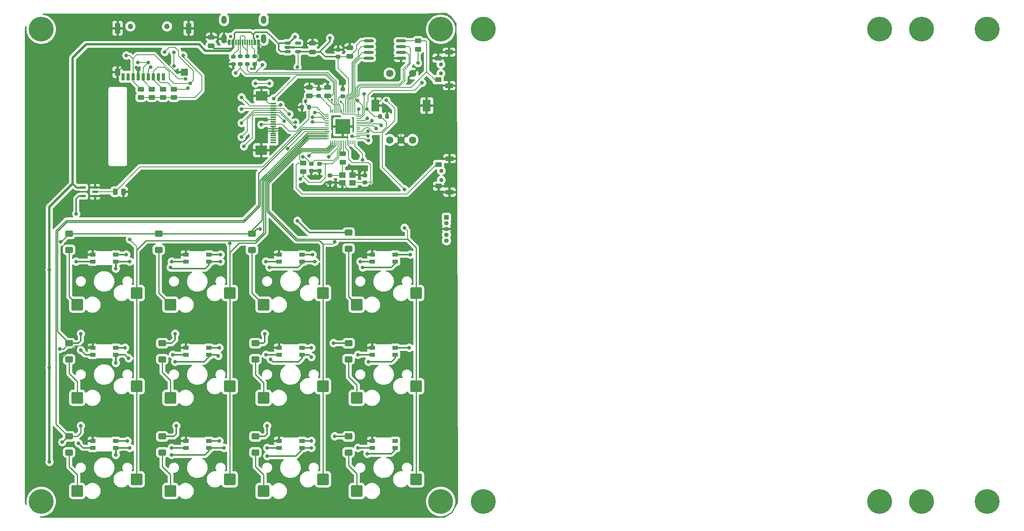
<source format=gbr>
%TF.GenerationSoftware,KiCad,Pcbnew,7.0.8*%
%TF.CreationDate,2023-12-04T11:10:45+01:00*%
%TF.ProjectId,scriptPad_PCB,73637269-7074-4506-9164-5f5043422e6b,rev?*%
%TF.SameCoordinates,Original*%
%TF.FileFunction,Copper,L2,Bot*%
%TF.FilePolarity,Positive*%
%FSLAX46Y46*%
G04 Gerber Fmt 4.6, Leading zero omitted, Abs format (unit mm)*
G04 Created by KiCad (PCBNEW 7.0.8) date 2023-12-04 11:10:45*
%MOMM*%
%LPD*%
G01*
G04 APERTURE LIST*
G04 Aperture macros list*
%AMRoundRect*
0 Rectangle with rounded corners*
0 $1 Rounding radius*
0 $2 $3 $4 $5 $6 $7 $8 $9 X,Y pos of 4 corners*
0 Add a 4 corners polygon primitive as box body*
4,1,4,$2,$3,$4,$5,$6,$7,$8,$9,$2,$3,0*
0 Add four circle primitives for the rounded corners*
1,1,$1+$1,$2,$3*
1,1,$1+$1,$4,$5*
1,1,$1+$1,$6,$7*
1,1,$1+$1,$8,$9*
0 Add four rect primitives between the rounded corners*
20,1,$1+$1,$2,$3,$4,$5,0*
20,1,$1+$1,$4,$5,$6,$7,0*
20,1,$1+$1,$6,$7,$8,$9,0*
20,1,$1+$1,$8,$9,$2,$3,0*%
G04 Aperture macros list end*
%TA.AperFunction,ComponentPad*%
%ADD10R,1.800000X2.600000*%
%TD*%
%TA.AperFunction,ComponentPad*%
%ADD11C,1.600000*%
%TD*%
%TA.AperFunction,SMDPad,CuDef*%
%ADD12R,1.250000X0.300000*%
%TD*%
%TA.AperFunction,SMDPad,CuDef*%
%ADD13R,2.500000X2.000000*%
%TD*%
%TA.AperFunction,SMDPad,CuDef*%
%ADD14RoundRect,0.250000X0.450000X-0.262500X0.450000X0.262500X-0.450000X0.262500X-0.450000X-0.262500X0*%
%TD*%
%TA.AperFunction,ComponentPad*%
%ADD15C,5.400000*%
%TD*%
%TA.AperFunction,SMDPad,CuDef*%
%ADD16RoundRect,0.250000X1.025000X1.000000X-1.025000X1.000000X-1.025000X-1.000000X1.025000X-1.000000X0*%
%TD*%
%TA.AperFunction,SMDPad,CuDef*%
%ADD17O,2.250000X0.630000*%
%TD*%
%TA.AperFunction,SMDPad,CuDef*%
%ADD18RoundRect,0.200000X-0.275000X0.200000X-0.275000X-0.200000X0.275000X-0.200000X0.275000X0.200000X0*%
%TD*%
%TA.AperFunction,ComponentPad*%
%ADD19R,1.000000X1.000000*%
%TD*%
%TA.AperFunction,ComponentPad*%
%ADD20O,1.000000X1.000000*%
%TD*%
%TA.AperFunction,ComponentPad*%
%ADD21C,0.900000*%
%TD*%
%TA.AperFunction,SMDPad,CuDef*%
%ADD22R,1.400000X1.000000*%
%TD*%
%TA.AperFunction,SMDPad,CuDef*%
%ADD23R,1.700000X1.000000*%
%TD*%
%TA.AperFunction,SMDPad,CuDef*%
%ADD24R,1.200000X0.820000*%
%TD*%
%TA.AperFunction,SMDPad,CuDef*%
%ADD25RoundRect,0.250000X-0.600000X0.400000X-0.600000X-0.400000X0.600000X-0.400000X0.600000X0.400000X0*%
%TD*%
%TA.AperFunction,SMDPad,CuDef*%
%ADD26RoundRect,0.225000X-0.250000X0.225000X-0.250000X-0.225000X0.250000X-0.225000X0.250000X0.225000X0*%
%TD*%
%TA.AperFunction,SMDPad,CuDef*%
%ADD27R,1.200000X0.550000*%
%TD*%
%TA.AperFunction,SMDPad,CuDef*%
%ADD28RoundRect,0.250000X0.475000X-0.250000X0.475000X0.250000X-0.475000X0.250000X-0.475000X-0.250000X0*%
%TD*%
%TA.AperFunction,ComponentPad*%
%ADD29C,1.200000*%
%TD*%
%TA.AperFunction,SMDPad,CuDef*%
%ADD30R,0.700000X1.600000*%
%TD*%
%TA.AperFunction,SMDPad,CuDef*%
%ADD31R,1.200000X1.500000*%
%TD*%
%TA.AperFunction,SMDPad,CuDef*%
%ADD32R,1.200000X2.200000*%
%TD*%
%TA.AperFunction,SMDPad,CuDef*%
%ADD33R,1.600000X1.500000*%
%TD*%
%TA.AperFunction,SMDPad,CuDef*%
%ADD34R,1.400000X1.200000*%
%TD*%
%TA.AperFunction,SMDPad,CuDef*%
%ADD35RoundRect,0.225000X0.250000X-0.225000X0.250000X0.225000X-0.250000X0.225000X-0.250000X-0.225000X0*%
%TD*%
%TA.AperFunction,ComponentPad*%
%ADD36C,0.750000*%
%TD*%
%TA.AperFunction,ComponentPad*%
%ADD37O,1.200000X2.000000*%
%TD*%
%TA.AperFunction,ComponentPad*%
%ADD38O,1.200000X1.800000*%
%TD*%
%TA.AperFunction,SMDPad,CuDef*%
%ADD39R,0.300000X1.300000*%
%TD*%
%TA.AperFunction,SMDPad,CuDef*%
%ADD40RoundRect,0.050000X0.387500X0.050000X-0.387500X0.050000X-0.387500X-0.050000X0.387500X-0.050000X0*%
%TD*%
%TA.AperFunction,SMDPad,CuDef*%
%ADD41RoundRect,0.050000X0.050000X0.387500X-0.050000X0.387500X-0.050000X-0.387500X0.050000X-0.387500X0*%
%TD*%
%TA.AperFunction,SMDPad,CuDef*%
%ADD42R,3.200000X3.200000*%
%TD*%
%TA.AperFunction,SMDPad,CuDef*%
%ADD43RoundRect,0.225000X0.225000X0.250000X-0.225000X0.250000X-0.225000X-0.250000X0.225000X-0.250000X0*%
%TD*%
%TA.AperFunction,SMDPad,CuDef*%
%ADD44RoundRect,0.225000X-0.225000X-0.250000X0.225000X-0.250000X0.225000X0.250000X-0.225000X0.250000X0*%
%TD*%
%TA.AperFunction,SMDPad,CuDef*%
%ADD45RoundRect,0.150000X-0.512500X-0.150000X0.512500X-0.150000X0.512500X0.150000X-0.512500X0.150000X0*%
%TD*%
%TA.AperFunction,SMDPad,CuDef*%
%ADD46RoundRect,0.250000X-0.262500X-0.450000X0.262500X-0.450000X0.262500X0.450000X-0.262500X0.450000X0*%
%TD*%
%TA.AperFunction,ViaPad*%
%ADD47C,0.800000*%
%TD*%
%TA.AperFunction,ViaPad*%
%ADD48C,0.500000*%
%TD*%
%TA.AperFunction,Conductor*%
%ADD49C,0.200000*%
%TD*%
%TA.AperFunction,Conductor*%
%ADD50C,0.250000*%
%TD*%
%TA.AperFunction,Conductor*%
%ADD51C,0.300000*%
%TD*%
%TA.AperFunction,Conductor*%
%ADD52C,0.500000*%
%TD*%
%TA.AperFunction,Conductor*%
%ADD53C,0.400000*%
%TD*%
G04 APERTURE END LIST*
D10*
%TO.P,SW1,S1,S1*%
%TO.N,GND*%
X112534000Y-60710000D03*
%TO.P,SW1,S2,S2*%
X101334000Y-60710000D03*
D11*
%TO.P,SW1,C,C*%
X106934000Y-68210000D03*
%TO.P,SW1,B,B*%
%TO.N,ROT_2*%
X109434000Y-68210000D03*
%TO.P,SW1,A,A*%
%TO.N,ROT_1*%
X104434000Y-68210000D03*
%TO.P,SW1,3,SW2.1*%
%TO.N,ROT_SW*%
X104434000Y-53710000D03*
%TO.P,SW1,4,SW2.2*%
%TO.N,GND*%
X109434000Y-53710000D03*
%TD*%
D12*
%TO.P,FPC1,1,1*%
%TO.N,GND*%
X79014000Y-60266000D03*
%TO.P,FPC1,2,2*%
%TO.N,LCD_RESET*%
X79014000Y-60766000D03*
%TO.P,FPC1,3,3*%
%TO.N,LCD_CLK*%
X79014000Y-61266000D03*
%TO.P,FPC1,4,4*%
%TO.N,LCD_DC*%
X79014000Y-61766000D03*
%TO.P,FPC1,5,5*%
%TO.N,LCD_CS*%
X79014000Y-62266000D03*
%TO.P,FPC1,6,6*%
%TO.N,LCD_DIN*%
X79014000Y-62766000D03*
%TO.P,FPC1,7,7*%
%TO.N,unconnected-(FPC1-Pad7)*%
X79014000Y-63266000D03*
%TO.P,FPC1,8,8*%
%TO.N,GND*%
X79014000Y-63766000D03*
%TO.P,FPC1,9,9*%
%TO.N,+3.3V*%
X79014000Y-64266000D03*
%TO.P,FPC1,10,10*%
X79014000Y-64766000D03*
%TO.P,FPC1,11,11*%
%TO.N,GND*%
X79014000Y-65266000D03*
%TO.P,FPC1,12,12*%
X79014000Y-65766000D03*
%TO.P,FPC1,13,13*%
X79014000Y-66266000D03*
%TO.P,FPC1,14,14*%
X79014000Y-66766000D03*
%TO.P,FPC1,15,15*%
%TO.N,unconnected-(FPC1-Pad15)*%
X79014000Y-67266000D03*
%TO.P,FPC1,16,16*%
%TO.N,unconnected-(FPC1-Pad16)*%
X79014000Y-67766000D03*
%TO.P,FPC1,17,17*%
%TO.N,unconnected-(FPC1-Pad17)*%
X79014000Y-68266000D03*
%TO.P,FPC1,18,18*%
%TO.N,unconnected-(FPC1-Pad18)*%
X79014000Y-68766000D03*
D13*
%TO.P,FPC1,19,19*%
%TO.N,GND*%
X76434000Y-70456000D03*
%TO.P,FPC1,20,20*%
X76474000Y-58576000D03*
%TD*%
D14*
%TO.P,R5,2*%
%TO.N,Net-(U1-XOUT)*%
X94234000Y-71223500D03*
%TO.P,R5,1*%
%TO.N,Net-(X1-OSC2)*%
X94234000Y-73048500D03*
%TD*%
D15*
%TO.P,,1*%
%TO.N,N/C*%
X234775682Y-147066000D03*
%TD*%
%TO.P,,1*%
%TO.N,N/C*%
X234775682Y-44069000D03*
%TD*%
D16*
%TO.P,SW_CN9,1,1*%
%TO.N,KB_COL3*%
X49249000Y-142240000D03*
%TO.P,SW_CN9,2,2*%
%TO.N,Net-(D9-A)*%
X36322000Y-144780000D03*
%TD*%
D17*
%TO.P,U3,5,DI(IO0)*%
%TO.N,QSPI_SD0*%
X99848000Y-50414000D03*
%TO.P,U3,6,CLK*%
%TO.N,QSPI_CLK*%
X99848000Y-49144000D03*
%TO.P,U3,7,IO3*%
%TO.N,QSPI_SD3*%
X99848000Y-47884000D03*
%TO.P,U3,8,VCC*%
%TO.N,+3.3V*%
X99848000Y-46604000D03*
%TO.P,U3,4,GND*%
%TO.N,GND*%
X106908000Y-50414000D03*
%TO.P,U3,3,IO2*%
%TO.N,QSPI_SD2*%
X106908000Y-49144000D03*
%TO.P,U3,2,DO(IO1)*%
%TO.N,QSPI_SD1*%
X106908000Y-47884000D03*
%TO.P,U3,1,~{CS}*%
%TO.N,QSPI_CS*%
X106908000Y-46604000D03*
%TD*%
D18*
%TO.P,R12,2*%
%TO.N,USB_D+*%
X73406000Y-51650400D03*
%TO.P,R12,1*%
%TO.N,/DP*%
X73406000Y-50000400D03*
%TD*%
%TO.P,R11,2*%
%TO.N,USB_D-*%
X71882000Y-51650400D03*
%TO.P,R11,1*%
%TO.N,/DN*%
X71882000Y-50000400D03*
%TD*%
%TO.P,R2,2*%
%TO.N,GND*%
X74955400Y-51650400D03*
%TO.P,R2,1*%
%TO.N,Net-(USBC1-CC2)*%
X74955400Y-50000400D03*
%TD*%
%TO.P,R1,2*%
%TO.N,GND*%
X70358000Y-51663600D03*
%TO.P,R1,1*%
%TO.N,Net-(USBC1-CC1)*%
X70358000Y-50013600D03*
%TD*%
D19*
%TO.P,J1,1,Pin_1*%
%TO.N,TX*%
X116840000Y-85090000D03*
D20*
%TO.P,J1,2,Pin_2*%
%TO.N,RX*%
X116840000Y-86360000D03*
%TO.P,J1,3,Pin_3*%
%TO.N,GND*%
X116840000Y-87630000D03*
%TO.P,J1,4,Pin_4*%
%TO.N,SWCLK*%
X116840000Y-88900000D03*
%TO.P,J1,5,Pin_5*%
%TO.N,SWD*%
X116840000Y-90170000D03*
%TD*%
D16*
%TO.P,SW_CN6,1,1*%
%TO.N,KB_COL2*%
X69569000Y-121920000D03*
%TO.P,SW_CN6,2,2*%
%TO.N,Net-(D6-A)*%
X56642000Y-124460000D03*
%TD*%
D15*
%TO.P,H4,1*%
%TO.N,N/C*%
X211328000Y-147066000D03*
%TD*%
D16*
%TO.P,SW_CN5,1,1*%
%TO.N,KB_COL3*%
X49249000Y-121920000D03*
%TO.P,SW_CN5,2,2*%
%TO.N,Net-(D5-A)*%
X36322000Y-124460000D03*
%TD*%
D15*
%TO.P,,1*%
%TO.N,N/C*%
X220472000Y-44069000D03*
%TD*%
D16*
%TO.P,SW_CN4,1,1*%
%TO.N,KB_COL0*%
X110209000Y-101600000D03*
%TO.P,SW_CN4,2,2*%
%TO.N,Net-(D4-A)*%
X97282000Y-104140000D03*
%TD*%
%TO.P,SW_CN7,1,1*%
%TO.N,KB_COL1*%
X89889000Y-121920000D03*
%TO.P,SW_CN7,2,2*%
%TO.N,Net-(D7-A)*%
X76962000Y-124460000D03*
%TD*%
%TO.P,SW_CN3,1,1*%
%TO.N,KB_COL1*%
X89889000Y-101600000D03*
%TO.P,SW_CN3,2,2*%
%TO.N,Net-(D3-A)*%
X76962000Y-104140000D03*
%TD*%
%TO.P,SW_CN12,1,1*%
%TO.N,KB_COL0*%
X110209000Y-142240000D03*
%TO.P,SW_CN12,2,2*%
%TO.N,Net-(D12-A)*%
X97282000Y-144780000D03*
%TD*%
D15*
%TO.P,,1*%
%TO.N,N/C*%
X124841000Y-147066000D03*
%TD*%
D16*
%TO.P,SW_CN2,1,1*%
%TO.N,KB_COL2*%
X69569000Y-101600000D03*
%TO.P,SW_CN2,2,2*%
%TO.N,Net-(D2-A)*%
X56642000Y-104140000D03*
%TD*%
D15*
%TO.P,,1*%
%TO.N,N/C*%
X124841000Y-44069000D03*
%TD*%
%TO.P,,1*%
%TO.N,N/C*%
X220472000Y-147066000D03*
%TD*%
%TO.P,H4,1*%
%TO.N,N/C*%
X115570000Y-147066000D03*
%TD*%
D16*
%TO.P,SW_CN1,1,1*%
%TO.N,KB_COL3*%
X49249000Y-101600000D03*
%TO.P,SW_CN1,2,2*%
%TO.N,Net-(D1-A)*%
X36322000Y-104140000D03*
%TD*%
D15*
%TO.P,H3,1*%
%TO.N,N/C*%
X28448000Y-147066000D03*
%TD*%
%TO.P,H2,1*%
%TO.N,N/C*%
X28448000Y-44069000D03*
%TD*%
D16*
%TO.P,SW_CN10,1,1*%
%TO.N,KB_COL2*%
X69569000Y-142240000D03*
%TO.P,SW_CN10,2,2*%
%TO.N,Net-(D10-A)*%
X56642000Y-144780000D03*
%TD*%
D15*
%TO.P,,1*%
%TO.N,N/C*%
X211328000Y-44069000D03*
%TD*%
%TO.P,H1,1*%
%TO.N,N/C*%
X115570000Y-44069000D03*
%TD*%
D16*
%TO.P,SW_CN11,1,1*%
%TO.N,KB_COL1*%
X89889000Y-142240000D03*
%TO.P,SW_CN11,2,2*%
%TO.N,Net-(D11-A)*%
X76962000Y-144780000D03*
%TD*%
%TO.P,SW_CN8,1,1*%
%TO.N,KB_COL0*%
X110209000Y-121920000D03*
%TO.P,SW_CN8,2,2*%
%TO.N,Net-(D8-A)*%
X97282000Y-124460000D03*
%TD*%
D21*
%TO.P,SW2,*%
%TO.N,*%
X115604500Y-53705000D03*
X115604500Y-51705000D03*
D22*
%TO.P,SW2,1,1*%
%TO.N,QSPI_CS*%
X115004500Y-55055000D03*
%TO.P,SW2,2,2*%
%TO.N,GND*%
X115004500Y-50355000D03*
D23*
%TO.P,SW2,3,3*%
X117404500Y-56355000D03*
%TO.P,SW2,4,4*%
X117404500Y-49055000D03*
%TD*%
D24*
%TO.P,LED9,1,VDD*%
%TO.N,+5V*%
X44664000Y-135370000D03*
%TO.P,LED9,2,DOUT*%
%TO.N,Net-(LED10-DIN)*%
X44664000Y-133870000D03*
%TO.P,LED9,3,GND*%
%TO.N,GND*%
X39664000Y-133870000D03*
%TO.P,LED9,4,DIN*%
%TO.N,Net-(LED8-DOUT)*%
X39664000Y-135370000D03*
%TD*%
D25*
%TO.P,D12,1,K*%
%TO.N,KB_ROW2*%
X95504000Y-132870000D03*
%TO.P,D12,2,A*%
%TO.N,Net-(D12-A)*%
X95504000Y-136370000D03*
%TD*%
D24*
%TO.P,LED8,1,VDD*%
%TO.N,+5V*%
X105624000Y-115050000D03*
%TO.P,LED8,2,DOUT*%
%TO.N,Net-(LED8-DOUT)*%
X105624000Y-113550000D03*
%TO.P,LED8,3,GND*%
%TO.N,GND*%
X100624000Y-113550000D03*
%TO.P,LED8,4,DIN*%
%TO.N,Net-(LED7-DOUT)*%
X100624000Y-115050000D03*
%TD*%
D21*
%TO.P,SW3,*%
%TO.N,*%
X115697000Y-76930000D03*
X115697000Y-74930000D03*
D22*
%TO.P,SW3,1,1*%
%TO.N,GND*%
X115097000Y-78280000D03*
%TO.P,SW3,2,2*%
%TO.N,Net-(U1-RUN)*%
X115097000Y-73580000D03*
D23*
%TO.P,SW3,3,3*%
%TO.N,GND*%
X117497000Y-79580000D03*
%TO.P,SW3,4,4*%
X117497000Y-72280000D03*
%TD*%
D26*
%TO.P,C6,1*%
%TO.N,Net-(X1-OSC2)*%
X91440000Y-75933000D03*
%TO.P,C6,2*%
%TO.N,GND*%
X91440000Y-77483000D03*
%TD*%
D27*
%TO.P,U4,1,~{OE}*%
%TO.N,GND*%
X40162000Y-78552000D03*
%TO.P,U4,2,A*%
%TO.N,LED*%
X40162000Y-79502000D03*
%TO.P,U4,3,GND*%
%TO.N,GND*%
X40162000Y-80452000D03*
%TO.P,U4,4,Y*%
%TO.N,Net-(LED1-DIN)*%
X37562000Y-80452000D03*
%TO.P,U4,5,VCC*%
%TO.N,+5V*%
X37562000Y-78552000D03*
%TD*%
D14*
%TO.P,R8,1*%
%TO.N,+3.3V*%
X52578000Y-58951500D03*
%TO.P,R8,2*%
%TO.N,SD_CLK*%
X52578000Y-57126500D03*
%TD*%
%TO.P,R7,1*%
%TO.N,+3.3V*%
X54991000Y-58951500D03*
%TO.P,R7,2*%
%TO.N,SD_MOSI*%
X54991000Y-57126500D03*
%TD*%
D24*
%TO.P,LED1,1,VDD*%
%TO.N,+5V*%
X44664000Y-94730000D03*
%TO.P,LED1,2,DOUT*%
%TO.N,Net-(LED1-DOUT)*%
X44664000Y-93230000D03*
%TO.P,LED1,3,GND*%
%TO.N,GND*%
X39664000Y-93230000D03*
%TO.P,LED1,4,DIN*%
%TO.N,Net-(LED1-DIN)*%
X39664000Y-94730000D03*
%TD*%
%TO.P,LED4,1,VDD*%
%TO.N,+5V*%
X105624000Y-94730000D03*
%TO.P,LED4,2,DOUT*%
%TO.N,Net-(LED4-DOUT)*%
X105624000Y-93230000D03*
%TO.P,LED4,3,GND*%
%TO.N,GND*%
X100624000Y-93230000D03*
%TO.P,LED4,4,DIN*%
%TO.N,Net-(LED3-DOUT)*%
X100624000Y-94730000D03*
%TD*%
D28*
%TO.P,C1,1*%
%TO.N,+5V*%
X65532000Y-47686000D03*
%TO.P,C1,2*%
%TO.N,GND*%
X65532000Y-45786000D03*
%TD*%
D25*
%TO.P,D9,1,K*%
%TO.N,KB_ROW2*%
X34544000Y-132870000D03*
%TO.P,D9,2,A*%
%TO.N,Net-(D9-A)*%
X34544000Y-136370000D03*
%TD*%
D26*
%TO.P,C8,1*%
%TO.N,+1V2*%
X87376000Y-73393000D03*
%TO.P,C8,2*%
%TO.N,GND*%
X87376000Y-74943000D03*
%TD*%
D29*
%TO.P,Card1,*%
%TO.N,*%
X47880000Y-43434000D03*
X55880000Y-43434000D03*
D30*
%TO.P,Card1,1,DAT2*%
%TO.N,unconnected-(Card1-DAT2-Pad1)*%
X55080000Y-54434000D03*
%TO.P,Card1,2,CD/DAT3*%
%TO.N,SD_CS*%
X53980000Y-54434000D03*
%TO.P,Card1,3,CMD*%
%TO.N,SD_MOSI*%
X52880000Y-54434000D03*
%TO.P,Card1,4,VDD*%
%TO.N,+3.3V*%
X51780000Y-54434000D03*
%TO.P,Card1,5,CLK*%
%TO.N,SD_CLK*%
X50680000Y-54434000D03*
%TO.P,Card1,6,VSS*%
%TO.N,GND*%
X49580000Y-54434000D03*
%TO.P,Card1,7,DAT0*%
%TO.N,SD_MISO*%
X48480000Y-54434000D03*
%TO.P,Card1,8,DAT1*%
%TO.N,unconnected-(Card1-DAT1-Pad8)*%
X47380000Y-54434000D03*
%TO.P,Card1,9,CD*%
%TO.N,unconnected-(Card1-CD-Pad9)*%
X46280000Y-54434000D03*
D31*
%TO.P,Card1,10,GND*%
%TO.N,GND*%
X45080000Y-53434000D03*
D32*
%TO.P,Card1,11,GND*%
X45080000Y-43834000D03*
D33*
%TO.P,Card1,12,GND*%
X59680000Y-53434000D03*
D32*
%TO.P,Card1,13,GND*%
X60580000Y-43834000D03*
%TD*%
D24*
%TO.P,LED5,1,VDD*%
%TO.N,+5V*%
X44664000Y-115050000D03*
%TO.P,LED5,2,DOUT*%
%TO.N,Net-(LED5-DOUT)*%
X44664000Y-113550000D03*
%TO.P,LED5,3,GND*%
%TO.N,GND*%
X39664000Y-113550000D03*
%TO.P,LED5,4,DIN*%
%TO.N,Net-(LED4-DOUT)*%
X39664000Y-115050000D03*
%TD*%
%TO.P,LED6,1,VDD*%
%TO.N,+5V*%
X64984000Y-115050000D03*
%TO.P,LED6,2,DOUT*%
%TO.N,Net-(LED6-DOUT)*%
X64984000Y-113550000D03*
%TO.P,LED6,3,GND*%
%TO.N,GND*%
X59984000Y-113550000D03*
%TO.P,LED6,4,DIN*%
%TO.N,Net-(LED5-DOUT)*%
X59984000Y-115050000D03*
%TD*%
D28*
%TO.P,C7,1*%
%TO.N,+1V2*%
X90932000Y-58608000D03*
%TO.P,C7,2*%
%TO.N,GND*%
X90932000Y-56708000D03*
%TD*%
D34*
%TO.P,X1,1,OSC1*%
%TO.N,Net-(U1-XIN)*%
X96350000Y-77588000D03*
%TO.P,X1,2,GND*%
%TO.N,GND*%
X94150000Y-77588000D03*
%TO.P,X1,3,OSC2*%
%TO.N,Net-(X1-OSC2)*%
X94150000Y-75828000D03*
%TO.P,X1,4,GND*%
%TO.N,GND*%
X96350000Y-75828000D03*
%TD*%
D28*
%TO.P,C3,1*%
%TO.N,+3.3V*%
X95758000Y-49972000D03*
%TO.P,C3,2*%
%TO.N,GND*%
X95758000Y-48072000D03*
%TD*%
D35*
%TO.P,C5,1*%
%TO.N,Net-(U1-XIN)*%
X99060000Y-77483000D03*
%TO.P,C5,2*%
%TO.N,GND*%
X99060000Y-75933000D03*
%TD*%
D28*
%TO.P,C2,1*%
%TO.N,+3.3V*%
X87630000Y-49022000D03*
%TO.P,C2,2*%
%TO.N,GND*%
X87630000Y-47122000D03*
%TD*%
D24*
%TO.P,LED12,1,VDD*%
%TO.N,+5V*%
X105624000Y-135370000D03*
%TO.P,LED12,2,DOUT*%
%TO.N,unconnected-(LED12-DOUT-Pad2)*%
X105624000Y-133870000D03*
%TO.P,LED12,3,GND*%
%TO.N,GND*%
X100624000Y-133870000D03*
%TO.P,LED12,4,DIN*%
%TO.N,Net-(LED11-DOUT)*%
X100624000Y-135370000D03*
%TD*%
D28*
%TO.P,C11,1*%
%TO.N,+3.3V*%
X86969600Y-58608000D03*
%TO.P,C11,2*%
%TO.N,GND*%
X86969600Y-56708000D03*
%TD*%
D24*
%TO.P,LED10,1,VDD*%
%TO.N,+5V*%
X64984000Y-135370000D03*
%TO.P,LED10,2,DOUT*%
%TO.N,Net-(LED10-DOUT)*%
X64984000Y-133870000D03*
%TO.P,LED10,3,GND*%
%TO.N,GND*%
X59984000Y-133870000D03*
%TO.P,LED10,4,DIN*%
%TO.N,Net-(LED10-DIN)*%
X59984000Y-135370000D03*
%TD*%
D25*
%TO.P,D10,1,K*%
%TO.N,KB_ROW2*%
X54864000Y-132870000D03*
%TO.P,D10,2,A*%
%TO.N,Net-(D10-A)*%
X54864000Y-136370000D03*
%TD*%
D26*
%TO.P,C14,1*%
%TO.N,+3.3V*%
X89154000Y-73393000D03*
%TO.P,C14,2*%
%TO.N,GND*%
X89154000Y-74943000D03*
%TD*%
D36*
%TO.P,USBC1,*%
%TO.N,*%
X69744000Y-45660000D03*
X75544000Y-45660000D03*
D37*
%TO.P,USBC1,0,SH*%
%TO.N,GND*%
X68314000Y-46160000D03*
%TO.P,USBC1,1*%
%TO.N,N/C*%
X76974000Y-46160000D03*
D38*
%TO.P,USBC1,2*%
X76974000Y-41980000D03*
%TO.P,USBC1,3*%
X68314000Y-41980000D03*
D39*
%TO.P,USBC1,A1,GND*%
%TO.N,GND*%
X69294000Y-46920000D03*
%TO.P,USBC1,A4,VBUS*%
%TO.N,+5V*%
X70094000Y-46920000D03*
%TO.P,USBC1,A5,CC1*%
%TO.N,Net-(USBC1-CC1)*%
X71394000Y-46920000D03*
%TO.P,USBC1,A6,DP1*%
%TO.N,/DP*%
X72394000Y-46920000D03*
%TO.P,USBC1,A7,DN1*%
%TO.N,/DN*%
X72894000Y-46920000D03*
%TO.P,USBC1,A8,SBU1*%
%TO.N,unconnected-(USBC1-SBU1-PadA8)*%
X73894000Y-46920000D03*
%TO.P,USBC1,A9,VBUS*%
%TO.N,+5V*%
X75194000Y-46920000D03*
%TO.P,USBC1,A12,GND*%
%TO.N,GND*%
X75994000Y-46920000D03*
%TO.P,USBC1,B1,GND*%
X75694000Y-46920000D03*
%TO.P,USBC1,B4,VBUS*%
%TO.N,+5V*%
X74894000Y-46920000D03*
%TO.P,USBC1,B5,CC2*%
%TO.N,Net-(USBC1-CC2)*%
X74394000Y-46920000D03*
%TO.P,USBC1,B6,DP2*%
%TO.N,/DP*%
X73394000Y-46920000D03*
%TO.P,USBC1,B7,DN2*%
%TO.N,/DN*%
X71894000Y-46920000D03*
%TO.P,USBC1,B8,SBU2*%
%TO.N,unconnected-(USBC1-SBU2-PadB8)*%
X70894000Y-46920000D03*
%TO.P,USBC1,B9,VBUS*%
%TO.N,+5V*%
X70394000Y-46920000D03*
%TO.P,USBC1,B12,GND*%
%TO.N,GND*%
X69594000Y-46920000D03*
%TD*%
D25*
%TO.P,D4,1,K*%
%TO.N,KB_ROW0*%
X95504000Y-88420000D03*
%TO.P,D4,2,A*%
%TO.N,Net-(D4-A)*%
X95504000Y-91920000D03*
%TD*%
D35*
%TO.P,C10,1*%
%TO.N,+3.3V*%
X94234000Y-58687000D03*
%TO.P,C10,2*%
%TO.N,GND*%
X94234000Y-57137000D03*
%TD*%
D25*
%TO.P,D11,1,K*%
%TO.N,KB_ROW2*%
X75184000Y-132870000D03*
%TO.P,D11,2,A*%
%TO.N,Net-(D11-A)*%
X75184000Y-136370000D03*
%TD*%
%TO.P,D2,1,K*%
%TO.N,KB_ROW0*%
X54102000Y-88674000D03*
%TO.P,D2,2,A*%
%TO.N,Net-(D2-A)*%
X54102000Y-92174000D03*
%TD*%
%TO.P,D7,1,K*%
%TO.N,KB_ROW1*%
X75184000Y-112550000D03*
%TO.P,D7,2,A*%
%TO.N,Net-(D7-A)*%
X75184000Y-116050000D03*
%TD*%
D14*
%TO.P,R3,1*%
%TO.N,+3.3V*%
X110617000Y-48410500D03*
%TO.P,R3,2*%
%TO.N,QSPI_CS*%
X110617000Y-46585500D03*
%TD*%
D25*
%TO.P,D3,1,K*%
%TO.N,KB_ROW0*%
X74422000Y-88674000D03*
%TO.P,D3,2,A*%
%TO.N,Net-(D3-A)*%
X74422000Y-92174000D03*
%TD*%
D40*
%TO.P,U1,1,IOVDD*%
%TO.N,+3.3V*%
X97633500Y-62716000D03*
%TO.P,U1,2,GPIO0*%
%TO.N,RX*%
X97633500Y-63116000D03*
%TO.P,U1,3,GPIO1*%
%TO.N,TX*%
X97633500Y-63516000D03*
%TO.P,U1,4,GPIO2*%
%TO.N,SD_CLK*%
X97633500Y-63916000D03*
%TO.P,U1,5,GPIO3*%
%TO.N,SD_MOSI*%
X97633500Y-64316000D03*
%TO.P,U1,6,GPIO4*%
%TO.N,SD_MISO*%
X97633500Y-64716000D03*
%TO.P,U1,7,GPIO5*%
%TO.N,SD_CS*%
X97633500Y-65116000D03*
%TO.P,U1,8,GPIO6*%
%TO.N,unconnected-(U1-GPIO6-Pad8)*%
X97633500Y-65516000D03*
%TO.P,U1,9,GPIO7*%
%TO.N,unconnected-(U1-GPIO7-Pad9)*%
X97633500Y-65916000D03*
%TO.P,U1,10,IOVDD*%
%TO.N,+3.3V*%
X97633500Y-66316000D03*
%TO.P,U1,11,GPIO8*%
%TO.N,LCD_DC*%
X97633500Y-66716000D03*
%TO.P,U1,12,GPIO9*%
%TO.N,LCD_CS*%
X97633500Y-67116000D03*
%TO.P,U1,13,GPIO10*%
%TO.N,LCD_CLK*%
X97633500Y-67516000D03*
%TO.P,U1,14,GPIO11*%
%TO.N,LCD_DIN*%
X97633500Y-67916000D03*
D41*
%TO.P,U1,15,GPIO12*%
%TO.N,LCD_RESET*%
X96796000Y-68753500D03*
%TO.P,U1,16,GPIO13*%
%TO.N,unconnected-(U1-GPIO13-Pad16)*%
X96396000Y-68753500D03*
%TO.P,U1,17,GPIO14*%
%TO.N,unconnected-(U1-GPIO14-Pad17)*%
X95996000Y-68753500D03*
%TO.P,U1,18,GPIO15*%
%TO.N,unconnected-(U1-GPIO15-Pad18)*%
X95596000Y-68753500D03*
%TO.P,U1,19,TESTEN*%
%TO.N,GND*%
X95196000Y-68753500D03*
%TO.P,U1,20,XIN*%
%TO.N,Net-(U1-XIN)*%
X94796000Y-68753500D03*
%TO.P,U1,21,XOUT*%
%TO.N,Net-(U1-XOUT)*%
X94396000Y-68753500D03*
%TO.P,U1,22,IOVDD*%
%TO.N,+3.3V*%
X93996000Y-68753500D03*
%TO.P,U1,23,DVDD*%
%TO.N,+1V2*%
X93596000Y-68753500D03*
%TO.P,U1,24,SWCLK*%
%TO.N,SWCLK*%
X93196000Y-68753500D03*
%TO.P,U1,25,SWD*%
%TO.N,SWD*%
X92796000Y-68753500D03*
%TO.P,U1,26,RUN*%
%TO.N,Net-(U1-RUN)*%
X92396000Y-68753500D03*
%TO.P,U1,27,GPIO16*%
%TO.N,KB_COL0*%
X91996000Y-68753500D03*
%TO.P,U1,28,GPIO17*%
%TO.N,KB_COL1*%
X91596000Y-68753500D03*
D40*
%TO.P,U1,29,GPIO18*%
%TO.N,KB_COL2*%
X90758500Y-67916000D03*
%TO.P,U1,30,GPIO19*%
%TO.N,KB_COL3*%
X90758500Y-67516000D03*
%TO.P,U1,31,GPIO20*%
%TO.N,KB_ROW0*%
X90758500Y-67116000D03*
%TO.P,U1,32,GPIO21*%
%TO.N,KB_ROW1*%
X90758500Y-66716000D03*
%TO.P,U1,33,IOVDD*%
%TO.N,+3.3V*%
X90758500Y-66316000D03*
%TO.P,U1,34,GPIO22*%
%TO.N,KB_ROW2*%
X90758500Y-65916000D03*
%TO.P,U1,35,GPIO23*%
%TO.N,LED*%
X90758500Y-65516000D03*
%TO.P,U1,36,GPIO24*%
%TO.N,unconnected-(U1-GPIO24-Pad36)*%
X90758500Y-65116000D03*
%TO.P,U1,37,GPIO25*%
%TO.N,unconnected-(U1-GPIO25-Pad37)*%
X90758500Y-64716000D03*
%TO.P,U1,38,GPIO26_ADC0*%
%TO.N,ROT_SW*%
X90758500Y-64316000D03*
%TO.P,U1,39,GPIO27_ADC1*%
%TO.N,ROT_1*%
X90758500Y-63916000D03*
%TO.P,U1,40,GPIO28_ADC2*%
%TO.N,ROT_2*%
X90758500Y-63516000D03*
%TO.P,U1,41,GPIO29_ADC3*%
%TO.N,unconnected-(U1-GPIO29_ADC3-Pad41)*%
X90758500Y-63116000D03*
%TO.P,U1,42,IOVDD*%
%TO.N,+3.3V*%
X90758500Y-62716000D03*
D41*
%TO.P,U1,43,ADC_AVDD*%
X91596000Y-61878500D03*
%TO.P,U1,44,VREG_IN*%
X91996000Y-61878500D03*
%TO.P,U1,45,VREG_VOUT*%
%TO.N,+1V2*%
X92396000Y-61878500D03*
%TO.P,U1,46,USB_DM*%
%TO.N,USB_D-*%
X92796000Y-61878500D03*
%TO.P,U1,47,USB_DP*%
%TO.N,USB_D+*%
X93196000Y-61878500D03*
%TO.P,U1,48,USB_VDD*%
%TO.N,+3.3V*%
X93596000Y-61878500D03*
%TO.P,U1,49,IOVDD*%
X93996000Y-61878500D03*
%TO.P,U1,50,DVDD*%
%TO.N,+1V2*%
X94396000Y-61878500D03*
%TO.P,U1,51,QSPI_SD3*%
%TO.N,QSPI_SD3*%
X94796000Y-61878500D03*
%TO.P,U1,52,QSPI_SCLK*%
%TO.N,QSPI_CLK*%
X95196000Y-61878500D03*
%TO.P,U1,53,QSPI_SD0*%
%TO.N,QSPI_SD0*%
X95596000Y-61878500D03*
%TO.P,U1,54,QSPI_SD2*%
%TO.N,QSPI_SD2*%
X95996000Y-61878500D03*
%TO.P,U1,55,QSPI_SD1*%
%TO.N,QSPI_SD1*%
X96396000Y-61878500D03*
%TO.P,U1,56,QSPI_SS*%
%TO.N,QSPI_CS*%
X96796000Y-61878500D03*
D42*
%TO.P,U1,57,GND*%
%TO.N,GND*%
X94196000Y-65316000D03*
%TD*%
D43*
%TO.P,C13,1*%
%TO.N,+3.3V*%
X86881000Y-61087000D03*
%TO.P,C13,2*%
%TO.N,GND*%
X85331000Y-61087000D03*
%TD*%
D25*
%TO.P,D5,1,K*%
%TO.N,KB_ROW1*%
X34544000Y-112550000D03*
%TO.P,D5,2,A*%
%TO.N,Net-(D5-A)*%
X34544000Y-116050000D03*
%TD*%
D44*
%TO.P,C9,2*%
%TO.N,GND*%
X103899000Y-63119000D03*
%TO.P,C9,1*%
%TO.N,+3.3V*%
X102349000Y-63119000D03*
%TD*%
D24*
%TO.P,LED7,1,VDD*%
%TO.N,+5V*%
X85304000Y-115050000D03*
%TO.P,LED7,2,DOUT*%
%TO.N,Net-(LED7-DOUT)*%
X85304000Y-113550000D03*
%TO.P,LED7,3,GND*%
%TO.N,GND*%
X80304000Y-113550000D03*
%TO.P,LED7,4,DIN*%
%TO.N,Net-(LED6-DOUT)*%
X80304000Y-115050000D03*
%TD*%
D25*
%TO.P,D1,1,K*%
%TO.N,KB_ROW0*%
X34544000Y-88674000D03*
%TO.P,D1,2,A*%
%TO.N,Net-(D1-A)*%
X34544000Y-92174000D03*
%TD*%
D24*
%TO.P,LED2,1,VDD*%
%TO.N,+5V*%
X64984000Y-94730000D03*
%TO.P,LED2,2,DOUT*%
%TO.N,Net-(LED2-DOUT)*%
X64984000Y-93230000D03*
%TO.P,LED2,3,GND*%
%TO.N,GND*%
X59984000Y-93230000D03*
%TO.P,LED2,4,DIN*%
%TO.N,Net-(LED1-DOUT)*%
X59984000Y-94730000D03*
%TD*%
D45*
%TO.P,U2,1,VIN*%
%TO.N,+5V*%
X82174500Y-48956000D03*
%TO.P,U2,2,GND*%
%TO.N,GND*%
X82174500Y-48006000D03*
%TO.P,U2,3,EN*%
%TO.N,+5V*%
X82174500Y-47056000D03*
%TO.P,U2,4,NC*%
%TO.N,unconnected-(U2-NC-Pad4)*%
X84449500Y-47056000D03*
%TO.P,U2,5,VOUT*%
%TO.N,+3.3V*%
X84449500Y-48956000D03*
%TD*%
D25*
%TO.P,D8,1,K*%
%TO.N,KB_ROW1*%
X95504000Y-112550000D03*
%TO.P,D8,2,A*%
%TO.N,Net-(D8-A)*%
X95504000Y-116050000D03*
%TD*%
D14*
%TO.P,R4,1*%
%TO.N,+3.3V*%
X85598000Y-75093500D03*
%TO.P,R4,2*%
%TO.N,Net-(U1-RUN)*%
X85598000Y-73268500D03*
%TD*%
D35*
%TO.P,C12,1*%
%TO.N,+3.3V*%
X88950800Y-58636200D03*
%TO.P,C12,2*%
%TO.N,GND*%
X88950800Y-57086200D03*
%TD*%
D14*
%TO.P,R9,1*%
%TO.N,+3.3V*%
X50165000Y-58951500D03*
%TO.P,R9,2*%
%TO.N,SD_MISO*%
X50165000Y-57126500D03*
%TD*%
D24*
%TO.P,LED11,1,VDD*%
%TO.N,+5V*%
X85304000Y-135370000D03*
%TO.P,LED11,2,DOUT*%
%TO.N,Net-(LED11-DOUT)*%
X85304000Y-133870000D03*
%TO.P,LED11,3,GND*%
%TO.N,GND*%
X80304000Y-133870000D03*
%TO.P,LED11,4,DIN*%
%TO.N,Net-(LED10-DOUT)*%
X80304000Y-135370000D03*
%TD*%
D14*
%TO.P,R6,1*%
%TO.N,+3.3V*%
X57404000Y-58951500D03*
%TO.P,R6,2*%
%TO.N,SD_CS*%
X57404000Y-57126500D03*
%TD*%
D24*
%TO.P,LED3,1,VDD*%
%TO.N,+5V*%
X85304000Y-94730000D03*
%TO.P,LED3,2,DOUT*%
%TO.N,Net-(LED3-DOUT)*%
X85304000Y-93230000D03*
%TO.P,LED3,3,GND*%
%TO.N,GND*%
X80304000Y-93230000D03*
%TO.P,LED3,4,DIN*%
%TO.N,Net-(LED2-DOUT)*%
X80304000Y-94730000D03*
%TD*%
D35*
%TO.P,C4,1*%
%TO.N,+3.3V*%
X93218000Y-50051000D03*
%TO.P,C4,2*%
%TO.N,GND*%
X93218000Y-48501000D03*
%TD*%
D46*
%TO.P,R10,1*%
%TO.N,LED*%
X44553500Y-79502000D03*
%TO.P,R10,2*%
%TO.N,GND*%
X46378500Y-79502000D03*
%TD*%
D25*
%TO.P,D6,1,K*%
%TO.N,KB_ROW1*%
X54864000Y-112550000D03*
%TO.P,D6,2,A*%
%TO.N,Net-(D6-A)*%
X54864000Y-116050000D03*
%TD*%
D47*
%TO.N,+3.3V*%
X99451500Y-61468000D03*
X97663000Y-61468000D03*
X110617000Y-51435000D03*
X111506000Y-55753000D03*
X82191450Y-70126450D03*
%TO.N,GND*%
X97028000Y-70993000D03*
X100838000Y-71247000D03*
X99060000Y-78994000D03*
X99060000Y-74549000D03*
%TO.N,+3.3V*%
X84963000Y-76708000D03*
X76454000Y-64897000D03*
%TO.N,+1V2*%
X79121000Y-59182000D03*
X85471000Y-71882000D03*
D48*
X91856500Y-59436000D03*
X93817064Y-59888586D03*
D47*
%TO.N,KB_COL0*%
X107696000Y-87376000D03*
%TO.N,KB_COL1*%
X92456000Y-90444500D03*
%TO.N,KB_COL2*%
X69596000Y-90794500D03*
%TO.N,KB_COL3*%
X47752000Y-89916000D03*
%TO.N,KB_ROW0*%
X32628500Y-90424000D03*
%TO.N,KB_ROW1*%
X32512000Y-113792000D03*
%TO.N,KB_ROW2*%
X33020000Y-134112000D03*
%TO.N,SWCLK*%
X91186000Y-71882000D03*
%TO.N,SWD*%
X86868000Y-71628000D03*
%TO.N,TX*%
X98848911Y-58208911D03*
%TO.N,RX*%
X107696000Y-78994000D03*
X103712207Y-59518293D03*
X97454703Y-59608703D03*
%TO.N,ROT_SW*%
X87630000Y-64286500D03*
%TO.N,ROT_2*%
X88138000Y-62230000D03*
%TO.N,ROT_1*%
X87630000Y-63246000D03*
%TO.N,+3.3V*%
X91440000Y-45974000D03*
%TO.N,GND*%
X96012000Y-45720000D03*
%TO.N,LCD_DIN*%
X72644000Y-69596000D03*
%TO.N,LCD_CS*%
X72136000Y-67564000D03*
%TO.N,LCD_DC*%
X72136000Y-64516000D03*
%TO.N,LCD_CLK*%
X72136000Y-61468000D03*
%TO.N,LCD_RESET*%
X72136000Y-58928000D03*
X80645000Y-60579000D03*
%TO.N,LCD_DIN*%
X99822000Y-68326000D03*
X81407000Y-64135000D03*
%TO.N,LCD_CS*%
X99695000Y-67310000D03*
X83820000Y-65405000D03*
%TO.N,LCD_DC*%
X99695000Y-66294000D03*
X83840589Y-64368411D03*
%TO.N,LCD_CLK*%
X96266000Y-67437000D03*
X82550000Y-62611000D03*
%TO.N,LCD_RESET*%
X98552000Y-72552500D03*
%TO.N,USB_D+*%
X76708000Y-51816000D03*
%TO.N,USB_D-*%
X70866000Y-53594000D03*
%TO.N,SD_MOSI*%
X55372000Y-49022000D03*
%TO.N,SD_CS*%
X57404000Y-49149000D03*
X57404000Y-52070000D03*
%TO.N,SD_CLK*%
X49530000Y-51308000D03*
%TO.N,SD_MISO*%
X46990000Y-49784000D03*
%TO.N,+5V*%
X83820000Y-45720000D03*
X99822000Y-116586000D03*
X99568000Y-136652000D03*
X57658000Y-116586000D03*
X87376000Y-115570000D03*
X56896000Y-136906000D03*
X30226000Y-117856000D03*
X67564000Y-94742000D03*
X88138000Y-94742000D03*
X78486000Y-116078000D03*
X44704000Y-136906000D03*
X47498000Y-115824000D03*
X78232000Y-96012000D03*
X56642000Y-96012000D03*
X47752000Y-135382000D03*
X67056000Y-115316000D03*
X30226000Y-138430000D03*
X44704000Y-96266000D03*
X47752000Y-94742000D03*
X68326000Y-135382000D03*
X77724000Y-137160000D03*
X30226000Y-96520000D03*
X87376000Y-135382000D03*
X98552000Y-96012000D03*
X44704000Y-116840000D03*
%TO.N,GND*%
X33528000Y-127508000D03*
X90424000Y-78359000D03*
X37846000Y-90551000D03*
X49149000Y-52451000D03*
X46228000Y-52451000D03*
X89154000Y-76327000D03*
X90932000Y-55626000D03*
X94234000Y-55626000D03*
%TO.N,+3.3V*%
X84328000Y-52324000D03*
X59436000Y-49784000D03*
X52324000Y-52324000D03*
X86106000Y-59817000D03*
%TO.N,KB_ROW0*%
X84328000Y-85852000D03*
X76200000Y-87630000D03*
%TO.N,KB_ROW1*%
X57658000Y-110490000D03*
X37084000Y-110490000D03*
X92202000Y-112522000D03*
X77216000Y-110490000D03*
%TO.N,KB_ROW2*%
X57912000Y-130556000D03*
X92456000Y-132842000D03*
X77724000Y-130556000D03*
X37084000Y-130556000D03*
%TO.N,SD_CS*%
X101464000Y-65694500D03*
X60452000Y-56896000D03*
%TO.N,SD_MOSI*%
X78232000Y-55880000D03*
X100584000Y-64008000D03*
X75184000Y-55880000D03*
X60960000Y-55880000D03*
%TO.N,Net-(LED1-DOUT)*%
X46990000Y-93218000D03*
X56896000Y-94742000D03*
%TO.N,Net-(LED1-DIN)*%
X36068000Y-94742000D03*
X36068000Y-84328000D03*
%TO.N,Net-(LED2-DOUT)*%
X67564000Y-93218000D03*
X77470000Y-94742000D03*
%TO.N,Net-(LED3-DOUT)*%
X98044000Y-94742000D03*
X87630000Y-93218000D03*
%TO.N,Net-(LED4-DOUT)*%
X108966000Y-93218000D03*
X37084000Y-114046000D03*
%TO.N,Net-(LED5-DOUT)*%
X57150000Y-115062000D03*
X46736000Y-113538000D03*
%TO.N,Net-(LED6-DOUT)*%
X77470000Y-115062000D03*
X67310000Y-113538000D03*
%TO.N,Net-(LED7-DOUT)*%
X87376000Y-113538000D03*
X97536000Y-115062000D03*
%TO.N,Net-(LED8-DOUT)*%
X108712000Y-113538000D03*
X36576000Y-134366000D03*
%TO.N,Net-(LED10-DIN)*%
X47244000Y-133858000D03*
X56896000Y-135382000D03*
%TO.N,Net-(LED10-DOUT)*%
X67298000Y-133870000D03*
X77724000Y-135382000D03*
%TO.N,Net-(LED11-DOUT)*%
X87376000Y-133858000D03*
X97536000Y-135382000D03*
%TO.N,SD_CLK*%
X51816000Y-51308000D03*
X99568000Y-63500000D03*
%TO.N,SD_MISO*%
X102616000Y-65024000D03*
X59944000Y-54864000D03*
%TD*%
D49*
%TO.N,+3.3V*%
X100711000Y-57404000D02*
X109855000Y-57404000D01*
X99695000Y-58420000D02*
X100711000Y-57404000D01*
X99695000Y-59866156D02*
X99695000Y-58420000D01*
X109855000Y-57404000D02*
X111506000Y-55753000D01*
X99451500Y-60109656D02*
X99695000Y-59866156D01*
X99451500Y-61468000D02*
X99451500Y-60109656D01*
X101102500Y-63119000D02*
X99451500Y-61468000D01*
X102349000Y-63119000D02*
X101102500Y-63119000D01*
X102489000Y-63119000D02*
X103759000Y-64389000D01*
X102349000Y-63119000D02*
X102489000Y-63119000D01*
%TO.N,RX*%
X105537000Y-64051264D02*
X102870000Y-66718264D01*
X102870000Y-74168000D02*
X107696000Y-78994000D01*
X105537000Y-61343086D02*
X105537000Y-64051264D01*
X103712207Y-59518293D02*
X105537000Y-61343086D01*
X102870000Y-66718264D02*
X102870000Y-74168000D01*
%TO.N,+3.3V*%
X99451500Y-61468000D02*
X99609156Y-61468000D01*
X97633500Y-61497500D02*
X97663000Y-61468000D01*
X97633500Y-62716000D02*
X97633500Y-61497500D01*
%TO.N,GND*%
X106934000Y-59817000D02*
X106934000Y-68210000D01*
X103243000Y-58801000D02*
X105918000Y-58801000D01*
X105918000Y-58801000D02*
X106934000Y-59817000D01*
X101334000Y-60710000D02*
X103243000Y-58801000D01*
%TO.N,+3.3V*%
X110617000Y-51435000D02*
X110617000Y-48410500D01*
%TO.N,QSPI_SD1*%
X96396000Y-59395320D02*
X96396000Y-61878500D01*
X97420000Y-58371320D02*
X96396000Y-59395320D01*
X97420000Y-56928264D02*
X97420000Y-58371320D01*
X106655632Y-56434000D02*
X97914264Y-56434000D01*
X107742000Y-55347632D02*
X106655632Y-56434000D01*
X108966000Y-48260000D02*
X108966000Y-51605264D01*
X108590000Y-47884000D02*
X108966000Y-48260000D01*
X108966000Y-51605264D02*
X107742000Y-52829264D01*
X107742000Y-52829264D02*
X107742000Y-55347632D01*
X97914264Y-56434000D02*
X97420000Y-56928264D01*
X106908000Y-47884000D02*
X108590000Y-47884000D01*
%TO.N,QSPI_SD2*%
X95996000Y-59371056D02*
X95996000Y-61878500D01*
X97120000Y-58247056D02*
X95996000Y-59371056D01*
X97120000Y-56804000D02*
X97120000Y-58247056D01*
X106577368Y-56088000D02*
X97836000Y-56088000D01*
X107442000Y-55223368D02*
X106577368Y-56088000D01*
X108666000Y-49738000D02*
X108666000Y-51481000D01*
X107442000Y-52705000D02*
X107442000Y-55223368D01*
X97836000Y-56088000D02*
X97120000Y-56804000D01*
X108072000Y-49144000D02*
X108666000Y-49738000D01*
X108666000Y-51481000D02*
X107442000Y-52705000D01*
X106908000Y-49144000D02*
X108072000Y-49144000D01*
%TO.N,QSPI_CS*%
X98206000Y-56734000D02*
X109128000Y-56734000D01*
X97790000Y-57150000D02*
X98206000Y-56734000D01*
X97790000Y-58425584D02*
X97790000Y-57150000D01*
X96796000Y-59419584D02*
X97790000Y-58425584D01*
X96796000Y-61878500D02*
X96796000Y-59419584D01*
X109128000Y-56734000D02*
X112522000Y-53340000D01*
X114237000Y-55055000D02*
X115004500Y-55055000D01*
X112522000Y-46863000D02*
X112522000Y-53340000D01*
X112244500Y-46585500D02*
X112522000Y-46863000D01*
X110617000Y-46585500D02*
X112244500Y-46585500D01*
X112522000Y-53340000D02*
X114237000Y-55055000D01*
X110598500Y-46604000D02*
X110617000Y-46585500D01*
X106908000Y-46604000D02*
X110598500Y-46604000D01*
%TO.N,QSPI_SD0*%
X96820000Y-51602528D02*
X98008528Y-50414000D01*
X98008528Y-50414000D02*
X99848000Y-50414000D01*
X96820000Y-58122792D02*
X96820000Y-51602528D01*
X95596000Y-59346792D02*
X96820000Y-58122792D01*
X95596000Y-61878500D02*
X95596000Y-59346792D01*
%TO.N,QSPI_CLK*%
X97882000Y-50116264D02*
X97882000Y-49784000D01*
X96520000Y-51478264D02*
X97882000Y-50116264D01*
X98522000Y-49144000D02*
X99848000Y-49144000D01*
X96520000Y-57998528D02*
X96520000Y-51478264D01*
X97882000Y-49784000D02*
X98522000Y-49144000D01*
X95196000Y-59322528D02*
X96520000Y-57998528D01*
X95196000Y-61878500D02*
X95196000Y-59322528D01*
%TO.N,QSPI_SD3*%
X94796000Y-59298264D02*
X94796000Y-61878500D01*
X96220000Y-51354000D02*
X96220000Y-57874264D01*
X97582000Y-48595000D02*
X97582000Y-49992000D01*
X96220000Y-57874264D02*
X94796000Y-59298264D01*
X98298000Y-47879000D02*
X97582000Y-48595000D01*
X99566374Y-47879000D02*
X98298000Y-47879000D01*
X99571374Y-47884000D02*
X99566374Y-47879000D01*
X99848000Y-47884000D02*
X99571374Y-47884000D01*
X97582000Y-49992000D02*
X96220000Y-51354000D01*
%TO.N,+3.3V*%
X98176000Y-46604000D02*
X99848000Y-46604000D01*
X97282000Y-48448000D02*
X97282000Y-47498000D01*
X95758000Y-49972000D02*
X97282000Y-48448000D01*
X97282000Y-47498000D02*
X98176000Y-46604000D01*
%TO.N,GND*%
X35704000Y-113140000D02*
X32893000Y-115951000D01*
X32893000Y-115951000D02*
X32893000Y-126873000D01*
X39254000Y-113140000D02*
X35704000Y-113140000D01*
X32893000Y-126873000D02*
X33528000Y-127508000D01*
X39664000Y-113550000D02*
X39254000Y-113140000D01*
X45720000Y-49530000D02*
X45720000Y-51943000D01*
X46482000Y-48768000D02*
X45720000Y-49530000D01*
X53253471Y-48768000D02*
X46482000Y-48768000D01*
X45720000Y-51943000D02*
X46228000Y-52451000D01*
X57919471Y-53434000D02*
X53253471Y-48768000D01*
X59680000Y-53434000D02*
X57919471Y-53434000D01*
%TO.N,+3.3V*%
X85926900Y-66391000D02*
X82191450Y-70126450D01*
X91224554Y-66391000D02*
X85926900Y-66391000D01*
X91149554Y-66316000D02*
X91224554Y-66391000D01*
X90758500Y-66316000D02*
X91149554Y-66316000D01*
D50*
%TO.N,KB_ROW2*%
X34318000Y-132870000D02*
X34544000Y-132870000D01*
X31654000Y-130206000D02*
X34318000Y-132870000D01*
X31654000Y-87993026D02*
X31654000Y-130206000D01*
X33891026Y-85756000D02*
X31654000Y-87993026D01*
X75850000Y-75470500D02*
X75850000Y-82405026D01*
X75850000Y-82405026D02*
X72499026Y-85756000D01*
X76904258Y-74416242D02*
X75850000Y-75470500D01*
X76919378Y-74416242D02*
X76904258Y-74416242D01*
X72499026Y-85756000D02*
X33891026Y-85756000D01*
X90758500Y-65916000D02*
X85419620Y-65916000D01*
X85419620Y-65916000D02*
X76919378Y-74416242D01*
D49*
%TO.N,GND*%
X100838000Y-77216000D02*
X99060000Y-78994000D01*
X100838000Y-71247000D02*
X100838000Y-77216000D01*
X95196000Y-69161000D02*
X97028000Y-70993000D01*
X95196000Y-68753500D02*
X95196000Y-69161000D01*
X91532000Y-52924000D02*
X94234000Y-55626000D01*
X75694000Y-46920000D02*
X81698000Y-52924000D01*
X81698000Y-52924000D02*
X91532000Y-52924000D01*
X75694000Y-50911800D02*
X75694000Y-46920000D01*
X74955400Y-51650400D02*
X75694000Y-50911800D01*
X78164000Y-60266000D02*
X76474000Y-58576000D01*
X79014000Y-60266000D02*
X78164000Y-60266000D01*
X95556000Y-78994000D02*
X94150000Y-77588000D01*
X99060000Y-78994000D02*
X95556000Y-78994000D01*
X99060000Y-75933000D02*
X99060000Y-74549000D01*
X79014000Y-66266000D02*
X79014000Y-66766000D01*
X75593000Y-66266000D02*
X79014000Y-66266000D01*
X75565000Y-66294000D02*
X75593000Y-66266000D01*
X75184000Y-65913000D02*
X75565000Y-66294000D01*
X75184000Y-64516000D02*
X75184000Y-65913000D01*
X75946000Y-63754000D02*
X75184000Y-64516000D01*
X77216000Y-63754000D02*
X75946000Y-63754000D01*
X77228000Y-63766000D02*
X77216000Y-63754000D01*
X79014000Y-63766000D02*
X77228000Y-63766000D01*
%TO.N,LCD_DIN*%
X74468000Y-67772000D02*
X72644000Y-69596000D01*
X74468000Y-63032528D02*
X74468000Y-67772000D01*
X74734528Y-62766000D02*
X74468000Y-63032528D01*
X79014000Y-62766000D02*
X74734528Y-62766000D01*
%TO.N,LCD_CS*%
X73406000Y-63670264D02*
X73406000Y-66294000D01*
X73406000Y-66294000D02*
X72136000Y-67564000D01*
X74810264Y-62266000D02*
X73406000Y-63670264D01*
X79014000Y-62266000D02*
X74810264Y-62266000D01*
%TO.N,GND*%
X79014000Y-66266000D02*
X79014000Y-65766000D01*
X79014000Y-65766000D02*
X79014000Y-65266000D01*
%TO.N,+3.3V*%
X76585000Y-64766000D02*
X79014000Y-64766000D01*
X76454000Y-64897000D02*
X76585000Y-64766000D01*
X85598000Y-76073000D02*
X84963000Y-76708000D01*
X85598000Y-75093500D02*
X85598000Y-76073000D01*
%TO.N,+1V2*%
X91714000Y-58608000D02*
X90932000Y-58608000D01*
X92156000Y-58166000D02*
X91714000Y-58608000D01*
X92156000Y-55707000D02*
X92156000Y-58166000D01*
X84155000Y-54148000D02*
X90597000Y-54148000D01*
X90597000Y-54148000D02*
X92156000Y-55707000D01*
X79121000Y-59182000D02*
X84155000Y-54148000D01*
%TO.N,USB_D-*%
X92796000Y-60723336D02*
X92796000Y-61878500D01*
X92456000Y-60383336D02*
X92796000Y-60723336D01*
X92456000Y-55542264D02*
X92456000Y-60383336D01*
X90761736Y-53848000D02*
X92456000Y-55542264D01*
X71882000Y-52578000D02*
X73152000Y-53848000D01*
X73152000Y-53848000D02*
X90761736Y-53848000D01*
%TO.N,USB_D+*%
X92756000Y-60259072D02*
X93196000Y-60699072D01*
X92756000Y-55418000D02*
X92756000Y-60259072D01*
X90886000Y-53548000D02*
X92756000Y-55418000D01*
X75184000Y-53548000D02*
X90886000Y-53548000D01*
X93196000Y-60699072D02*
X93196000Y-61878500D01*
%TO.N,+1V2*%
X85471000Y-71882000D02*
X85865000Y-71882000D01*
X85865000Y-71882000D02*
X87376000Y-73393000D01*
%TO.N,Net-(U1-RUN)*%
X85369594Y-70779000D02*
X90970619Y-70779000D01*
X92396000Y-69353620D02*
X92396000Y-68753500D01*
X84836000Y-71312594D02*
X85369594Y-70779000D01*
X90970619Y-70779000D02*
X92396000Y-69353620D01*
X85598000Y-73268500D02*
X84836000Y-72506500D01*
X84836000Y-72506500D02*
X84836000Y-71312594D01*
%TO.N,+3.3V*%
X94291000Y-62611000D02*
X93996000Y-62316000D01*
X96901000Y-62611000D02*
X94291000Y-62611000D01*
X93996000Y-62316000D02*
X93996000Y-61878500D01*
X97006000Y-62716000D02*
X96901000Y-62611000D01*
X97633500Y-62716000D02*
X97006000Y-62716000D01*
%TO.N,SWD*%
X87417000Y-71079000D02*
X86868000Y-71628000D01*
X92796000Y-69377884D02*
X91094883Y-71079000D01*
X91094883Y-71079000D02*
X87417000Y-71079000D01*
X92796000Y-68753500D02*
X92796000Y-69377884D01*
%TO.N,+1V2*%
X91856500Y-60035500D02*
X91770200Y-60121800D01*
X91856500Y-59436000D02*
X91856500Y-60035500D01*
X94396000Y-60467522D02*
X93817064Y-59888586D01*
X94396000Y-61878500D02*
X94396000Y-60467522D01*
%TO.N,+3.3V*%
X93713000Y-58687000D02*
X94234000Y-58687000D01*
X93596000Y-60674808D02*
X93218000Y-60296808D01*
X93218000Y-60296808D02*
X93218000Y-59182000D01*
X93596000Y-61878500D02*
X93596000Y-60674808D01*
X93218000Y-59182000D02*
X93713000Y-58687000D01*
%TO.N,KB_COL0*%
X108362000Y-88042000D02*
X108362000Y-89820000D01*
X107696000Y-87376000D02*
X108362000Y-88042000D01*
%TO.N,KB_COL1*%
X91995500Y-90905000D02*
X89889000Y-90905000D01*
X92456000Y-90444500D02*
X91995500Y-90905000D01*
%TO.N,KB_COL2*%
X69596000Y-92710000D02*
X69569000Y-92737000D01*
X69596000Y-90794500D02*
X69596000Y-92710000D01*
%TO.N,KB_COL3*%
X47752000Y-89916000D02*
X49249000Y-91413000D01*
X49249000Y-91413000D02*
X49249000Y-92229000D01*
D50*
%TO.N,KB_ROW0*%
X32794000Y-90424000D02*
X32628500Y-90424000D01*
X34544000Y-88674000D02*
X32794000Y-90424000D01*
%TO.N,KB_ROW1*%
X33302000Y-113792000D02*
X32512000Y-113792000D01*
X34544000Y-112550000D02*
X33302000Y-113792000D01*
%TO.N,KB_ROW2*%
X34262000Y-132870000D02*
X33020000Y-134112000D01*
X34544000Y-132870000D02*
X34262000Y-132870000D01*
D51*
%TO.N,KB_ROW0*%
X86896000Y-88420000D02*
X95504000Y-88420000D01*
X84328000Y-85852000D02*
X86896000Y-88420000D01*
D49*
%TO.N,SWCLK*%
X93196000Y-69872000D02*
X91186000Y-71882000D01*
X93196000Y-68753500D02*
X93196000Y-69872000D01*
D50*
%TO.N,KB_COL0*%
X91996000Y-69294000D02*
X91996000Y-68753500D01*
X90836000Y-70454000D02*
X91996000Y-69294000D01*
X78074000Y-77614974D02*
X85234974Y-70454000D01*
X78074000Y-83675026D02*
X78074000Y-77614974D01*
X110209000Y-91667000D02*
X108362000Y-89820000D01*
X108362000Y-89820000D02*
X84218974Y-89820000D01*
X84218974Y-89820000D02*
X78074000Y-83675026D01*
X110209000Y-101600000D02*
X110209000Y-91667000D01*
X85234974Y-70454000D02*
X90836000Y-70454000D01*
%TO.N,KB_COL1*%
X89889000Y-90905000D02*
X89889000Y-101600000D01*
X89154000Y-90170000D02*
X89889000Y-90905000D01*
X77724000Y-77470000D02*
X77724000Y-83820000D01*
X77724000Y-83820000D02*
X84074000Y-90170000D01*
X84074000Y-90170000D02*
X89154000Y-90170000D01*
X85090000Y-70104000D02*
X77724000Y-77470000D01*
X91596000Y-69186000D02*
X90678000Y-70104000D01*
X90678000Y-70104000D02*
X85090000Y-70104000D01*
X91596000Y-68753500D02*
X91596000Y-69186000D01*
D49*
%TO.N,+1V2*%
X93596000Y-70088338D02*
X93596000Y-68753500D01*
X93034000Y-71895736D02*
X93034000Y-70650338D01*
X88125000Y-72644000D02*
X92285736Y-72644000D01*
X93034000Y-70650338D02*
X93596000Y-70088338D01*
X87376000Y-73393000D02*
X88125000Y-72644000D01*
X92285736Y-72644000D02*
X93034000Y-71895736D01*
%TO.N,+3.3V*%
X93334000Y-72020000D02*
X93334000Y-70774602D01*
X91961000Y-73393000D02*
X93334000Y-72020000D01*
X93334000Y-70774602D02*
X93996000Y-70112602D01*
X93996000Y-70112602D02*
X93996000Y-68753500D01*
X90691000Y-73393000D02*
X91961000Y-73393000D01*
%TO.N,TX*%
X98852000Y-62735000D02*
X98071000Y-63516000D01*
X98852000Y-58212000D02*
X98852000Y-62735000D01*
X98848911Y-58208911D02*
X98852000Y-58212000D01*
X98071000Y-63516000D02*
X97633500Y-63516000D01*
%TO.N,RX*%
X98024554Y-63116000D02*
X97633500Y-63116000D01*
X98552000Y-62588554D02*
X98024554Y-63116000D01*
X97454703Y-59608703D02*
X98552000Y-60706000D01*
X98552000Y-60706000D02*
X98552000Y-62588554D01*
%TO.N,+3.3V*%
X100838000Y-66548000D02*
X102616000Y-66548000D01*
X99822000Y-65532000D02*
X100838000Y-66548000D01*
X103759000Y-65405000D02*
X103759000Y-64389000D01*
X99227471Y-65532000D02*
X99822000Y-65532000D01*
X98443471Y-66316000D02*
X99227471Y-65532000D01*
X97633500Y-66316000D02*
X98443471Y-66316000D01*
X102616000Y-66548000D02*
X103759000Y-65405000D01*
%TO.N,ROT_SW*%
X87630000Y-64286500D02*
X87659500Y-64316000D01*
X87659500Y-64316000D02*
X90758500Y-64316000D01*
%TO.N,ROT_2*%
X90356264Y-63516000D02*
X90758500Y-63516000D01*
X89070264Y-62230000D02*
X90356264Y-63516000D01*
X88138000Y-62230000D02*
X89070264Y-62230000D01*
%TO.N,+3.3V*%
X88519000Y-61087000D02*
X86881000Y-61087000D01*
X90148000Y-62716000D02*
X88519000Y-61087000D01*
X90758500Y-62716000D02*
X90148000Y-62716000D01*
%TO.N,ROT_1*%
X90332000Y-63916000D02*
X90758500Y-63916000D01*
X89662000Y-63246000D02*
X90332000Y-63916000D01*
X87630000Y-63246000D02*
X89662000Y-63246000D01*
D51*
%TO.N,+3.3V*%
X91440000Y-46736000D02*
X91440000Y-45974000D01*
X89154000Y-49022000D02*
X91440000Y-46736000D01*
X89154000Y-49022000D02*
X89408000Y-49022000D01*
X87630000Y-49022000D02*
X89154000Y-49022000D01*
D49*
%TO.N,GND*%
X95758000Y-45974000D02*
X96012000Y-45720000D01*
X95758000Y-48072000D02*
X95758000Y-45974000D01*
%TO.N,+3.3V*%
X91596000Y-61116000D02*
X91596000Y-61878500D01*
X89116200Y-58636200D02*
X91596000Y-61116000D01*
X88950800Y-58636200D02*
X89116200Y-58636200D01*
X86106000Y-59471600D02*
X86969600Y-58608000D01*
X86106000Y-59817000D02*
X86106000Y-59471600D01*
X86106000Y-60312000D02*
X86881000Y-61087000D01*
X86106000Y-59817000D02*
X86106000Y-60312000D01*
X91596000Y-61878500D02*
X91996000Y-61878500D01*
X86881000Y-63570736D02*
X86881000Y-61087000D01*
X84157736Y-66294000D02*
X86881000Y-63570736D01*
X82550000Y-66294000D02*
X84157736Y-66294000D01*
X81022000Y-64766000D02*
X82550000Y-66294000D01*
X79014000Y-64766000D02*
X81022000Y-64766000D01*
%TO.N,LCD_DC*%
X74886000Y-61766000D02*
X72136000Y-64516000D01*
X79014000Y-61766000D02*
X74886000Y-61766000D01*
%TO.N,LCD_CLK*%
X72338000Y-61266000D02*
X72136000Y-61468000D01*
X79014000Y-61266000D02*
X72338000Y-61266000D01*
%TO.N,LCD_RESET*%
X73974000Y-60766000D02*
X72136000Y-58928000D01*
X79014000Y-60766000D02*
X73974000Y-60766000D01*
X80458000Y-60766000D02*
X80645000Y-60579000D01*
X79014000Y-60766000D02*
X80458000Y-60766000D01*
%TO.N,LCD_DIN*%
X99031000Y-67916000D02*
X97633500Y-67916000D01*
X99441000Y-68326000D02*
X99031000Y-67916000D01*
X99822000Y-68326000D02*
X99441000Y-68326000D01*
X80038000Y-62766000D02*
X81407000Y-64135000D01*
X79014000Y-62766000D02*
X80038000Y-62766000D01*
%TO.N,LCD_CS*%
X99501000Y-67116000D02*
X97633500Y-67116000D01*
X99695000Y-67310000D02*
X99501000Y-67116000D01*
X83649736Y-65405000D02*
X83820000Y-65405000D01*
X80510736Y-62266000D02*
X83649736Y-65405000D01*
X79014000Y-62266000D02*
X80510736Y-62266000D01*
%TO.N,LCD_DC*%
X83185000Y-64516000D02*
X80435000Y-61766000D01*
X80435000Y-61766000D02*
X79014000Y-61766000D01*
X83693000Y-64516000D02*
X83185000Y-64516000D01*
X83840589Y-64368411D02*
X83693000Y-64516000D01*
%TO.N,LCD_CLK*%
X81205000Y-61266000D02*
X79014000Y-61266000D01*
X82550000Y-62611000D02*
X81205000Y-61266000D01*
%TO.N,LCD_DC*%
X99273000Y-66716000D02*
X97633500Y-66716000D01*
X99695000Y-66294000D02*
X99273000Y-66716000D01*
%TO.N,LCD_CLK*%
X96345000Y-67516000D02*
X96266000Y-67437000D01*
X97633500Y-67516000D02*
X96345000Y-67516000D01*
%TO.N,LCD_RESET*%
X96796000Y-69491000D02*
X96796000Y-68753500D01*
X98552000Y-71247000D02*
X96796000Y-69491000D01*
X98552000Y-72552500D02*
X98552000Y-71247000D01*
%TO.N,USB_D+*%
X76708000Y-51816000D02*
X76708000Y-52024000D01*
X76708000Y-52024000D02*
X75184000Y-53548000D01*
X73914000Y-53548000D02*
X75184000Y-53548000D01*
X73406000Y-51650400D02*
X73406000Y-53040000D01*
X73406000Y-53040000D02*
X73914000Y-53548000D01*
%TO.N,USB_D-*%
X71882000Y-52578000D02*
X70866000Y-53594000D01*
X71882000Y-51650400D02*
X71882000Y-52578000D01*
%TO.N,SD_MOSI*%
X58420000Y-48768000D02*
X57658000Y-48006000D01*
X61595000Y-53086000D02*
X58420000Y-49911000D01*
X58420000Y-49911000D02*
X58420000Y-48768000D01*
X56388000Y-48006000D02*
X55372000Y-49022000D01*
X61595000Y-55245000D02*
X61595000Y-53086000D01*
X57658000Y-48006000D02*
X56388000Y-48006000D01*
X60960000Y-55880000D02*
X61595000Y-55245000D01*
D52*
%TO.N,+5V*%
X38227000Y-47371000D02*
X35306000Y-50292000D01*
X64262000Y-48768000D02*
X62865000Y-47371000D01*
X69596000Y-48768000D02*
X64262000Y-48768000D01*
X70104000Y-48260000D02*
X69596000Y-48768000D01*
X62865000Y-47371000D02*
X38227000Y-47371000D01*
X35306000Y-50292000D02*
X35306000Y-77724000D01*
D49*
%TO.N,+3.3V*%
X59436000Y-50165000D02*
X59436000Y-49784000D01*
X63500000Y-54229000D02*
X59436000Y-50165000D01*
X63500000Y-57404000D02*
X63500000Y-54229000D01*
X61952500Y-58951500D02*
X63500000Y-57404000D01*
X57404000Y-58951500D02*
X61952500Y-58951500D01*
%TO.N,SD_CS*%
X57404000Y-52070000D02*
X57404000Y-49149000D01*
%TO.N,SD_CLK*%
X51816000Y-51308000D02*
X49530000Y-51308000D01*
%TO.N,SD_MISO*%
X47752000Y-49784000D02*
X46990000Y-49784000D01*
X48480000Y-50512000D02*
X47752000Y-49784000D01*
X48480000Y-50834000D02*
X48480000Y-50512000D01*
X48480000Y-50453000D02*
X48480000Y-50834000D01*
X53129264Y-49657000D02*
X49276000Y-49657000D01*
X58336264Y-54864000D02*
X53129264Y-49657000D01*
X59944000Y-54864000D02*
X58336264Y-54864000D01*
X49276000Y-49657000D02*
X48480000Y-50453000D01*
X48480000Y-50834000D02*
X48480000Y-51596000D01*
D51*
%TO.N,+5V*%
X82484000Y-47056000D02*
X83820000Y-45720000D01*
X82174500Y-47056000D02*
X82484000Y-47056000D01*
D49*
%TO.N,Net-(USBC1-CC2)*%
X74955400Y-48539400D02*
X74955400Y-50000400D01*
X74394000Y-47978000D02*
X74955400Y-48539400D01*
X74394000Y-46920000D02*
X74394000Y-47978000D01*
%TO.N,/DP*%
X72394000Y-47756000D02*
X73406000Y-48768000D01*
X72394000Y-46920000D02*
X72394000Y-47756000D01*
X73406000Y-48768000D02*
X73406000Y-46932000D01*
X73406000Y-50000400D02*
X73406000Y-48768000D01*
X73406000Y-46932000D02*
X73394000Y-46920000D01*
%TO.N,/DN*%
X71894000Y-49988400D02*
X71882000Y-50000400D01*
X71894000Y-46920000D02*
X71894000Y-49988400D01*
%TO.N,Net-(USBC1-CC1)*%
X71394000Y-48494000D02*
X71394000Y-46920000D01*
X70358000Y-49530000D02*
X71394000Y-48494000D01*
X70358000Y-50013600D02*
X70358000Y-49530000D01*
%TO.N,+3.3V*%
X79014000Y-64766000D02*
X79014000Y-64266000D01*
D51*
%TO.N,+5V*%
X78994000Y-116586000D02*
X84582000Y-116586000D01*
X64984000Y-136104000D02*
X64984000Y-135370000D01*
X74769000Y-45119000D02*
X74769000Y-45981016D01*
X85304000Y-95140000D02*
X85304000Y-94730000D01*
X80452000Y-47056000D02*
X82174500Y-47056000D01*
X64008000Y-116586000D02*
X57658000Y-116586000D01*
D53*
X37562000Y-78552000D02*
X36134000Y-78552000D01*
X44704000Y-94770000D02*
X44664000Y-94730000D01*
D51*
X75184000Y-44704000D02*
X74769000Y-45119000D01*
X64182000Y-136906000D02*
X56896000Y-136906000D01*
X87364000Y-135370000D02*
X87376000Y-135382000D01*
X77724000Y-44704000D02*
X75184000Y-44704000D01*
D52*
X34798000Y-78232000D02*
X30226000Y-82804000D01*
D51*
X64984000Y-115050000D02*
X64984000Y-115610000D01*
X47740000Y-135370000D02*
X47752000Y-135382000D01*
X105624000Y-135780000D02*
X104752000Y-136652000D01*
X85304000Y-135370000D02*
X85304000Y-135780000D01*
D53*
X44704000Y-115090000D02*
X44664000Y-115050000D01*
D51*
X74769000Y-45305000D02*
X74168000Y-44704000D01*
D52*
X70358000Y-47184000D02*
X70358000Y-48006000D01*
D51*
X104902000Y-116586000D02*
X99822000Y-116586000D01*
X105624000Y-95140000D02*
X105624000Y-94730000D01*
D52*
X35306000Y-77724000D02*
X34798000Y-78232000D01*
D51*
X80264000Y-48514000D02*
X80264000Y-47244000D01*
X47740000Y-94730000D02*
X47752000Y-94742000D01*
X105624000Y-115050000D02*
X105624000Y-115864000D01*
X98552000Y-96012000D02*
X104752000Y-96012000D01*
X74168000Y-44704000D02*
X70866000Y-44704000D01*
X64984000Y-94730000D02*
X64984000Y-95544000D01*
D52*
X70358000Y-48006000D02*
X70104000Y-48260000D01*
D51*
X70866000Y-44704000D02*
X70612000Y-44958000D01*
X70612000Y-44958000D02*
X70612000Y-46048446D01*
X104752000Y-96012000D02*
X105624000Y-95140000D01*
X64984000Y-94730000D02*
X67552000Y-94730000D01*
X88126000Y-94730000D02*
X88138000Y-94742000D01*
X70094000Y-46566446D02*
X70094000Y-46920000D01*
X86856000Y-115050000D02*
X87376000Y-115570000D01*
X85304000Y-115864000D02*
X85304000Y-115050000D01*
X80264000Y-47244000D02*
X77724000Y-44704000D01*
D53*
X44704000Y-135410000D02*
X44664000Y-135370000D01*
D51*
X84582000Y-116586000D02*
X85304000Y-115864000D01*
D52*
X30226000Y-117856000D02*
X30226000Y-138430000D01*
X30226000Y-82804000D02*
X30226000Y-96520000D01*
D51*
X74769000Y-45981016D02*
X74894000Y-46106016D01*
X105624000Y-135370000D02*
X105624000Y-135780000D01*
X85304000Y-115050000D02*
X86856000Y-115050000D01*
X64984000Y-95544000D02*
X64262000Y-96266000D01*
X56896000Y-96266000D02*
X56642000Y-96012000D01*
X74769000Y-45981016D02*
X74769000Y-45305000D01*
D53*
X44704000Y-136906000D02*
X44704000Y-135410000D01*
D51*
X85304000Y-135370000D02*
X87364000Y-135370000D01*
X64984000Y-115050000D02*
X66790000Y-115050000D01*
X83924000Y-137160000D02*
X77724000Y-137160000D01*
X44664000Y-135370000D02*
X47740000Y-135370000D01*
X44664000Y-115050000D02*
X46724000Y-115050000D01*
X80264000Y-47244000D02*
X80452000Y-47056000D01*
D53*
X44704000Y-116840000D02*
X44704000Y-115090000D01*
D51*
X82174500Y-48956000D02*
X80706000Y-48956000D01*
X70104000Y-48260000D02*
X66106000Y-48260000D01*
D53*
X44704000Y-96266000D02*
X44704000Y-94770000D01*
D51*
X104752000Y-136652000D02*
X99568000Y-136652000D01*
X64984000Y-135370000D02*
X68314000Y-135370000D01*
X44664000Y-94730000D02*
X47740000Y-94730000D01*
X78232000Y-96012000D02*
X84432000Y-96012000D01*
X105624000Y-115864000D02*
X104902000Y-116586000D01*
X64262000Y-96266000D02*
X56896000Y-96266000D01*
D53*
X36134000Y-78552000D02*
X35306000Y-77724000D01*
D51*
X80706000Y-48956000D02*
X80264000Y-48514000D01*
X67552000Y-94730000D02*
X67564000Y-94742000D01*
X85304000Y-135780000D02*
X83924000Y-137160000D01*
X78486000Y-116078000D02*
X78994000Y-116586000D01*
X74894000Y-46106016D02*
X74894000Y-46920000D01*
D52*
X30226000Y-96520000D02*
X30226000Y-117856000D01*
D51*
X64984000Y-115610000D02*
X64008000Y-116586000D01*
X84432000Y-96012000D02*
X85304000Y-95140000D01*
X64984000Y-136104000D02*
X64182000Y-136906000D01*
X66790000Y-115050000D02*
X67056000Y-115316000D01*
X68314000Y-135370000D02*
X68326000Y-135382000D01*
X85304000Y-94730000D02*
X88126000Y-94730000D01*
X46724000Y-115050000D02*
X47498000Y-115824000D01*
X66106000Y-48260000D02*
X65532000Y-47686000D01*
X70612000Y-46048446D02*
X70094000Y-46566446D01*
D49*
%TO.N,GND*%
X85331000Y-56909000D02*
X85331000Y-61087000D01*
X86969600Y-56708000D02*
X88572600Y-56708000D01*
X94150000Y-77588000D02*
X91545000Y-77588000D01*
X91545000Y-77588000D02*
X91440000Y-77483000D01*
X95196000Y-66316000D02*
X94196000Y-65316000D01*
X69074000Y-46920000D02*
X68314000Y-46160000D01*
X46063000Y-52451000D02*
X45080000Y-53434000D01*
X86969600Y-56708000D02*
X85532000Y-56708000D01*
X94234000Y-57137000D02*
X94234000Y-55626000D01*
X90424000Y-78359000D02*
X90564000Y-78359000D01*
X85532000Y-56708000D02*
X85331000Y-56909000D01*
X98955000Y-75828000D02*
X99060000Y-75933000D01*
X95196000Y-68753500D02*
X95196000Y-66316000D01*
X69294000Y-46920000D02*
X69074000Y-46920000D01*
X88950800Y-57086200D02*
X90553800Y-57086200D01*
X75994000Y-46920000D02*
X75694000Y-46920000D01*
X90553800Y-57086200D02*
X90932000Y-56708000D01*
X46228000Y-52451000D02*
X46063000Y-52451000D01*
X49580000Y-54434000D02*
X49580000Y-52882000D01*
X90932000Y-56708000D02*
X90932000Y-55626000D01*
X49580000Y-52882000D02*
X49149000Y-52451000D01*
X96350000Y-75828000D02*
X98955000Y-75828000D01*
X90564000Y-78359000D02*
X91440000Y-77483000D01*
X88572600Y-56708000D02*
X88950800Y-57086200D01*
X89154000Y-74943000D02*
X89154000Y-76327000D01*
D51*
%TO.N,+3.3V*%
X89408000Y-49022000D02*
X90437000Y-50051000D01*
D49*
X85598000Y-76200000D02*
X86868000Y-77470000D01*
X51780000Y-54434000D02*
X51780000Y-52868000D01*
X84328000Y-52324000D02*
X84449500Y-52202500D01*
X90424000Y-73660000D02*
X90691000Y-73393000D01*
D51*
X84449500Y-48956000D02*
X87564000Y-48956000D01*
D49*
X93218000Y-52624000D02*
X95458000Y-54864000D01*
X95458000Y-54864000D02*
X95458000Y-58212000D01*
X95458000Y-58212000D02*
X94983000Y-58687000D01*
X93218000Y-50051000D02*
X93218000Y-52624000D01*
X54991000Y-58951500D02*
X57404000Y-58951500D01*
X84449500Y-52202500D02*
X84449500Y-48956000D01*
X93596000Y-61878500D02*
X93996000Y-61878500D01*
X51780000Y-52868000D02*
X52324000Y-52324000D01*
X86868000Y-77470000D02*
X89408000Y-77470000D01*
X89154000Y-73393000D02*
X90691000Y-73393000D01*
X85598000Y-75093500D02*
X85598000Y-76200000D01*
X90424000Y-76454000D02*
X90424000Y-73660000D01*
X89408000Y-77470000D02*
X90424000Y-76454000D01*
X50165000Y-58951500D02*
X52578000Y-58951500D01*
D51*
X90437000Y-50051000D02*
X93218000Y-50051000D01*
D49*
X88922600Y-58608000D02*
X88950800Y-58636200D01*
X94983000Y-58687000D02*
X94234000Y-58687000D01*
X93218000Y-50051000D02*
X95679000Y-50051000D01*
X86969600Y-58608000D02*
X88922600Y-58608000D01*
D51*
X87564000Y-48956000D02*
X87630000Y-49022000D01*
D49*
X52578000Y-58951500D02*
X54991000Y-58951500D01*
X95679000Y-50051000D02*
X95758000Y-49972000D01*
%TO.N,Net-(U1-XIN)*%
X99060000Y-77483000D02*
X96455000Y-77483000D01*
X100063000Y-77483000D02*
X100330000Y-77216000D01*
X99060000Y-77483000D02*
X100063000Y-77483000D01*
X95504000Y-72390000D02*
X95504000Y-70612000D01*
X100330000Y-77216000D02*
X100330000Y-73660000D01*
X94796000Y-68753500D02*
X94796000Y-69904000D01*
X96455000Y-77483000D02*
X96350000Y-77588000D01*
X100330000Y-73660000D02*
X99822000Y-73152000D01*
X99822000Y-73152000D02*
X96266000Y-73152000D01*
X94796000Y-69904000D02*
X95504000Y-70612000D01*
X96266000Y-73152000D02*
X95504000Y-72390000D01*
%TO.N,Net-(X1-OSC2)*%
X94032000Y-75946000D02*
X94150000Y-75828000D01*
X94150000Y-75828000D02*
X94150000Y-73132500D01*
X94150000Y-73132500D02*
X94234000Y-73048500D01*
X91440000Y-75933000D02*
X94045000Y-75933000D01*
X94045000Y-75933000D02*
X94150000Y-75828000D01*
%TO.N,+1V2*%
X92396000Y-60747600D02*
X90932000Y-59283600D01*
X92396000Y-61878500D02*
X92396000Y-60747600D01*
X90932000Y-59283600D02*
X90932000Y-58608000D01*
D50*
%TO.N,KB_ROW0*%
X76612000Y-77084052D02*
X86580052Y-67116000D01*
X34544000Y-88674000D02*
X54102000Y-88674000D01*
X74422000Y-87884000D02*
X76612000Y-85694000D01*
X54102000Y-88674000D02*
X74422000Y-88674000D01*
D51*
X76200000Y-87630000D02*
X75466000Y-87630000D01*
D50*
X86580052Y-67116000D02*
X90758500Y-67116000D01*
X74422000Y-88674000D02*
X74422000Y-87884000D01*
D51*
X75466000Y-87630000D02*
X74422000Y-88674000D01*
D50*
X76612000Y-85694000D02*
X76612000Y-77084052D01*
%TO.N,Net-(D1-A)*%
X34544000Y-92174000D02*
X34544000Y-102362000D01*
X34544000Y-102362000D02*
X36322000Y-104140000D01*
%TO.N,Net-(D2-A)*%
X54102000Y-92174000D02*
X54102000Y-101600000D01*
X54102000Y-101600000D02*
X56642000Y-104140000D01*
%TO.N,Net-(D3-A)*%
X74422000Y-101600000D02*
X76962000Y-104140000D01*
X74422000Y-92174000D02*
X74422000Y-101600000D01*
%TO.N,Net-(D4-A)*%
X95504000Y-102362000D02*
X97282000Y-104140000D01*
X95504000Y-91920000D02*
X95504000Y-102362000D01*
D51*
%TO.N,KB_ROW1*%
X36548000Y-112550000D02*
X34544000Y-112550000D01*
D50*
X76200000Y-82550000D02*
X76200000Y-77001078D01*
D51*
X77216000Y-110490000D02*
X77216000Y-112268000D01*
D50*
X72644000Y-86106000D02*
X76200000Y-82550000D01*
D51*
X56868000Y-112550000D02*
X54864000Y-112550000D01*
X92230000Y-112550000D02*
X92202000Y-112522000D01*
D50*
X86485078Y-66716000D02*
X90758500Y-66716000D01*
D51*
X95504000Y-112550000D02*
X92230000Y-112550000D01*
X37084000Y-112014000D02*
X36548000Y-112550000D01*
X76934000Y-112550000D02*
X75184000Y-112550000D01*
D50*
X76200000Y-77001078D02*
X86485078Y-66716000D01*
D51*
X77216000Y-112268000D02*
X76934000Y-112550000D01*
D50*
X34036000Y-86106000D02*
X72644000Y-86106000D01*
D51*
X57658000Y-110490000D02*
X57658000Y-111760000D01*
X57658000Y-111760000D02*
X56868000Y-112550000D01*
D50*
X32004000Y-88138000D02*
X34036000Y-86106000D01*
D51*
X37084000Y-110490000D02*
X37084000Y-112014000D01*
D50*
X32004000Y-110010000D02*
X32004000Y-88138000D01*
X34544000Y-112550000D02*
X32004000Y-110010000D01*
%TO.N,Net-(D5-A)*%
X34544000Y-119126000D02*
X36322000Y-120904000D01*
X36322000Y-120904000D02*
X36322000Y-124460000D01*
X34544000Y-116050000D02*
X34544000Y-119126000D01*
%TO.N,Net-(D6-A)*%
X56642000Y-120650000D02*
X56642000Y-124460000D01*
X54864000Y-116050000D02*
X54864000Y-118872000D01*
X54864000Y-118872000D02*
X56642000Y-120650000D01*
%TO.N,Net-(D7-A)*%
X76962000Y-121158000D02*
X76962000Y-124460000D01*
X75184000Y-116050000D02*
X75184000Y-119380000D01*
X75184000Y-119380000D02*
X76962000Y-121158000D01*
%TO.N,Net-(D8-A)*%
X95504000Y-119888000D02*
X97282000Y-121666000D01*
X97282000Y-121666000D02*
X97282000Y-124460000D01*
X95504000Y-116050000D02*
X95504000Y-119888000D01*
D51*
%TO.N,KB_ROW2*%
X57912000Y-132334000D02*
X57376000Y-132870000D01*
D50*
X36294000Y-132870000D02*
X34544000Y-132870000D01*
D51*
X57376000Y-132870000D02*
X54864000Y-132870000D01*
D50*
X37084000Y-132080000D02*
X36294000Y-132870000D01*
D51*
X77724000Y-132334000D02*
X77188000Y-132870000D01*
X95504000Y-132870000D02*
X92484000Y-132870000D01*
X77724000Y-130556000D02*
X77724000Y-132334000D01*
X57912000Y-130556000D02*
X57912000Y-132334000D01*
X77188000Y-132870000D02*
X75184000Y-132870000D01*
D50*
X37084000Y-130556000D02*
X37084000Y-132080000D01*
D51*
X92484000Y-132870000D02*
X92456000Y-132842000D01*
D50*
%TO.N,Net-(D9-A)*%
X34544000Y-136370000D02*
X34544000Y-139446000D01*
X36322000Y-141224000D02*
X36322000Y-144780000D01*
X34544000Y-139446000D02*
X36322000Y-141224000D01*
%TO.N,Net-(D10-A)*%
X54864000Y-136370000D02*
X54864000Y-139446000D01*
X54864000Y-139446000D02*
X56642000Y-141224000D01*
X56642000Y-141224000D02*
X56642000Y-144780000D01*
%TO.N,Net-(D11-A)*%
X75184000Y-136370000D02*
X75184000Y-139446000D01*
X76962000Y-141224000D02*
X76962000Y-144780000D01*
X75184000Y-139446000D02*
X76962000Y-141224000D01*
%TO.N,Net-(D12-A)*%
X97282000Y-140970000D02*
X97282000Y-144780000D01*
X95504000Y-139192000D02*
X97282000Y-140970000D01*
X95504000Y-136370000D02*
X95504000Y-139192000D01*
D49*
%TO.N,SD_CS*%
X53980000Y-54434000D02*
X53980000Y-55236000D01*
X60221500Y-57126500D02*
X57404000Y-57126500D01*
X54464000Y-55720000D02*
X55997500Y-55720000D01*
X60452000Y-56896000D02*
X60221500Y-57126500D01*
X97633500Y-65116000D02*
X100885500Y-65116000D01*
X55997500Y-55720000D02*
X57404000Y-57126500D01*
X100885500Y-65116000D02*
X101464000Y-65694500D01*
X53980000Y-55236000D02*
X54464000Y-55720000D01*
%TO.N,SD_MOSI*%
X100276000Y-64316000D02*
X97633500Y-64316000D01*
X100584000Y-64008000D02*
X100276000Y-64316000D01*
X52880000Y-53292000D02*
X53848000Y-52324000D01*
X56388000Y-53340000D02*
X56388000Y-54864000D01*
X52880000Y-55015500D02*
X54991000Y-57126500D01*
X57404000Y-55880000D02*
X60960000Y-55880000D01*
X55372000Y-52324000D02*
X56388000Y-53340000D01*
X52880000Y-54434000D02*
X52880000Y-55015500D01*
X53848000Y-52324000D02*
X54864000Y-52324000D01*
X54864000Y-52324000D02*
X55372000Y-52324000D01*
X52880000Y-54434000D02*
X52880000Y-53292000D01*
X78232000Y-55880000D02*
X75184000Y-55880000D01*
X56388000Y-54864000D02*
X57404000Y-55880000D01*
D51*
%TO.N,Net-(LED1-DOUT)*%
X56908000Y-94730000D02*
X59984000Y-94730000D01*
X44664000Y-93230000D02*
X46978000Y-93230000D01*
D49*
X46978000Y-93230000D02*
X46990000Y-93218000D01*
X56896000Y-94742000D02*
X56908000Y-94730000D01*
D51*
%TO.N,Net-(LED1-DIN)*%
X36080000Y-94730000D02*
X36068000Y-94742000D01*
X36068000Y-81026000D02*
X36642000Y-80452000D01*
X36642000Y-80452000D02*
X37562000Y-80452000D01*
X36068000Y-84328000D02*
X36068000Y-81026000D01*
X39664000Y-94730000D02*
X36080000Y-94730000D01*
D49*
%TO.N,Net-(LED2-DOUT)*%
X67552000Y-93230000D02*
X67564000Y-93218000D01*
D51*
X64984000Y-93230000D02*
X67552000Y-93230000D01*
D49*
X77470000Y-94742000D02*
X77482000Y-94730000D01*
D51*
X77482000Y-94730000D02*
X80304000Y-94730000D01*
D49*
%TO.N,Net-(LED3-DOUT)*%
X98044000Y-94742000D02*
X98056000Y-94730000D01*
D51*
X85304000Y-93230000D02*
X87618000Y-93230000D01*
D49*
X87618000Y-93230000D02*
X87630000Y-93218000D01*
D51*
X98056000Y-94730000D02*
X100624000Y-94730000D01*
%TO.N,Net-(LED4-DOUT)*%
X108966000Y-93218000D02*
X108954000Y-93230000D01*
X38088000Y-115050000D02*
X37084000Y-114046000D01*
X39664000Y-115050000D02*
X38088000Y-115050000D01*
X108954000Y-93230000D02*
X105624000Y-93230000D01*
%TO.N,Net-(LED5-DOUT)*%
X44664000Y-113550000D02*
X46724000Y-113550000D01*
X46724000Y-113550000D02*
X46736000Y-113538000D01*
X57150000Y-115062000D02*
X59972000Y-115062000D01*
X59972000Y-115062000D02*
X59984000Y-115050000D01*
%TO.N,Net-(LED6-DOUT)*%
X77470000Y-115062000D02*
X80292000Y-115062000D01*
X67298000Y-113550000D02*
X67310000Y-113538000D01*
X80292000Y-115062000D02*
X80304000Y-115050000D01*
X64984000Y-113550000D02*
X67298000Y-113550000D01*
%TO.N,Net-(LED7-DOUT)*%
X85304000Y-113550000D02*
X87364000Y-113550000D01*
X87364000Y-113550000D02*
X87376000Y-113538000D01*
X97548000Y-115050000D02*
X100624000Y-115050000D01*
X97536000Y-115062000D02*
X97548000Y-115050000D01*
%TO.N,Net-(LED8-DOUT)*%
X37580000Y-135370000D02*
X36576000Y-134366000D01*
X39664000Y-135370000D02*
X37580000Y-135370000D01*
X108712000Y-113538000D02*
X108700000Y-113550000D01*
X108700000Y-113550000D02*
X105624000Y-113550000D01*
%TO.N,Net-(LED10-DIN)*%
X56896000Y-135382000D02*
X56908000Y-135370000D01*
X56908000Y-135370000D02*
X59984000Y-135370000D01*
X47232000Y-133870000D02*
X47244000Y-133858000D01*
X44664000Y-133870000D02*
X47232000Y-133870000D01*
%TO.N,Net-(LED10-DOUT)*%
X77724000Y-135382000D02*
X80292000Y-135382000D01*
X67310000Y-133858000D02*
X67298000Y-133870000D01*
X80292000Y-135382000D02*
X80304000Y-135370000D01*
X64984000Y-133870000D02*
X67298000Y-133870000D01*
%TO.N,Net-(LED11-DOUT)*%
X87364000Y-133870000D02*
X87376000Y-133858000D01*
X97536000Y-135382000D02*
X97548000Y-135370000D01*
X97548000Y-135370000D02*
X100624000Y-135370000D01*
X85304000Y-133870000D02*
X87364000Y-133870000D01*
D49*
%TO.N,Net-(U1-RUN)*%
X84465500Y-73268500D02*
X84074000Y-73660000D01*
X84074000Y-78740000D02*
X85344000Y-80010000D01*
X114634000Y-73580000D02*
X108204000Y-80010000D01*
X85598000Y-73268500D02*
X84465500Y-73268500D01*
X85344000Y-80010000D02*
X108204000Y-80010000D01*
X115097000Y-73580000D02*
X114634000Y-73580000D01*
X84074000Y-73660000D02*
X84074000Y-78740000D01*
%TO.N,Net-(U1-XOUT)*%
X94234000Y-71223500D02*
X94396000Y-71061500D01*
X94396000Y-71061500D02*
X94396000Y-68753500D01*
%TO.N,SD_CLK*%
X50680000Y-54434000D02*
X50680000Y-55228500D01*
X50680000Y-52444000D02*
X50680000Y-54434000D01*
X50680000Y-55228500D02*
X52578000Y-57126500D01*
X99568000Y-63500000D02*
X99152000Y-63916000D01*
X51816000Y-51308000D02*
X50680000Y-52444000D01*
X99152000Y-63916000D02*
X97633500Y-63916000D01*
%TO.N,SD_MISO*%
X102308000Y-64716000D02*
X102616000Y-65024000D01*
X97633500Y-64716000D02*
X102308000Y-64716000D01*
X48480000Y-54434000D02*
X48480000Y-55441500D01*
X48480000Y-51596000D02*
X48480000Y-54434000D01*
X48480000Y-55441500D02*
X50165000Y-57126500D01*
%TO.N,LED*%
X49964258Y-74091242D02*
X76784758Y-74091242D01*
X85360000Y-65516000D02*
X90758500Y-65516000D01*
X76784758Y-74091242D02*
X85360000Y-65516000D01*
X40162000Y-79502000D02*
X44553500Y-79502000D01*
X44553500Y-79502000D02*
X49964258Y-74091242D01*
D50*
%TO.N,KB_COL0*%
X110209000Y-101600000D02*
X110209000Y-121920000D01*
X110209000Y-121920000D02*
X110209000Y-142240000D01*
%TO.N,KB_COL1*%
X89889000Y-121920000D02*
X89889000Y-142240000D01*
X89889000Y-121920000D02*
X89889000Y-101600000D01*
%TO.N,KB_COL3*%
X49249000Y-101600000D02*
X49249000Y-121920000D01*
X51308000Y-90170000D02*
X49249000Y-92229000D01*
X49249000Y-92229000D02*
X49249000Y-101600000D01*
X49249000Y-142240000D02*
X49249000Y-121920000D01*
X76962000Y-88392000D02*
X75184000Y-90170000D01*
X86675026Y-67516000D02*
X76962000Y-77229026D01*
X75184000Y-90170000D02*
X51308000Y-90170000D01*
X76962000Y-77229026D02*
X76962000Y-88392000D01*
X90758500Y-67516000D02*
X86675026Y-67516000D01*
D49*
%TO.N,/DN*%
X72136000Y-45466000D02*
X71894000Y-45708000D01*
X72894000Y-46920000D02*
X72894000Y-45716000D01*
X72644000Y-45466000D02*
X72136000Y-45466000D01*
X72894000Y-45716000D02*
X72644000Y-45466000D01*
X71894000Y-45708000D02*
X71894000Y-46920000D01*
D50*
%TO.N,KB_COL2*%
X69569000Y-92737000D02*
X71628000Y-90678000D01*
X77374000Y-77325026D02*
X86783026Y-67916000D01*
X71628000Y-90678000D02*
X75184000Y-90678000D01*
X86783026Y-67916000D02*
X90758500Y-67916000D01*
X77374000Y-88488000D02*
X77374000Y-77325026D01*
X75184000Y-90678000D02*
X77374000Y-88488000D01*
X69569000Y-121920000D02*
X69569000Y-142240000D01*
X69569000Y-101600000D02*
X69569000Y-92737000D01*
X69569000Y-101600000D02*
X69569000Y-121920000D01*
%TD*%
%TA.AperFunction,Conductor*%
%TO.N,GND*%
G36*
X36422080Y-113220185D02*
G01*
X36467835Y-113272989D01*
X36477779Y-113342147D01*
X36448754Y-113405703D01*
X36447191Y-113407472D01*
X36351466Y-113513785D01*
X36256821Y-113677715D01*
X36256818Y-113677722D01*
X36220729Y-113788794D01*
X36198326Y-113857744D01*
X36178540Y-114046000D01*
X36198326Y-114234256D01*
X36198327Y-114234259D01*
X36256818Y-114414277D01*
X36256821Y-114414284D01*
X36351467Y-114578216D01*
X36463762Y-114702932D01*
X36478129Y-114718888D01*
X36631265Y-114830148D01*
X36631270Y-114830151D01*
X36804192Y-114907142D01*
X36804197Y-114907144D01*
X36989354Y-114946500D01*
X37013192Y-114946500D01*
X37080231Y-114966185D01*
X37100873Y-114982819D01*
X37567564Y-115449510D01*
X37577635Y-115462080D01*
X37577822Y-115461926D01*
X37582796Y-115467937D01*
X37582798Y-115467940D01*
X37611345Y-115494748D01*
X37635243Y-115517190D01*
X37656967Y-115538913D01*
X37662757Y-115543405D01*
X37667197Y-115547197D01*
X37690512Y-115569090D01*
X37702607Y-115580448D01*
X37702609Y-115580449D01*
X37721205Y-115590672D01*
X37737470Y-115601357D01*
X37754232Y-115614360D01*
X37754235Y-115614361D01*
X37754236Y-115614362D01*
X37798823Y-115633656D01*
X37804059Y-115636221D01*
X37846632Y-115659627D01*
X37862340Y-115663659D01*
X37867186Y-115664904D01*
X37885598Y-115671207D01*
X37905073Y-115679635D01*
X37953071Y-115687237D01*
X37958740Y-115688411D01*
X38005823Y-115700500D01*
X38027051Y-115700500D01*
X38046448Y-115702026D01*
X38067403Y-115705345D01*
X38067404Y-115705346D01*
X38067404Y-115705345D01*
X38067405Y-115705346D01*
X38115761Y-115700775D01*
X38121599Y-115700500D01*
X38556764Y-115700500D01*
X38623803Y-115720185D01*
X38656029Y-115750187D01*
X38706454Y-115817546D01*
X38739317Y-115842147D01*
X38821664Y-115903793D01*
X38821671Y-115903797D01*
X38956517Y-115954091D01*
X38956516Y-115954091D01*
X38963444Y-115954835D01*
X39016127Y-115960500D01*
X40311872Y-115960499D01*
X40371483Y-115954091D01*
X40506331Y-115903796D01*
X40579218Y-115849233D01*
X40644682Y-115824816D01*
X40653529Y-115824500D01*
X43674471Y-115824500D01*
X43741510Y-115844185D01*
X43748783Y-115849233D01*
X43821669Y-115903796D01*
X43821670Y-115903796D01*
X43821673Y-115903798D01*
X43873970Y-115923303D01*
X43922832Y-115941527D01*
X43978766Y-115983397D01*
X44003184Y-116048861D01*
X44003500Y-116057709D01*
X44003500Y-116224608D01*
X43983815Y-116291647D01*
X43971656Y-116307574D01*
X43971468Y-116307782D01*
X43971464Y-116307787D01*
X43876821Y-116471715D01*
X43876818Y-116471722D01*
X43834229Y-116602799D01*
X43818326Y-116651744D01*
X43798540Y-116840000D01*
X43818326Y-117028256D01*
X43818327Y-117028259D01*
X43876818Y-117208277D01*
X43876821Y-117208284D01*
X43971467Y-117372216D01*
X44056982Y-117467190D01*
X44098129Y-117512888D01*
X44251265Y-117624148D01*
X44251270Y-117624151D01*
X44424192Y-117701142D01*
X44424197Y-117701144D01*
X44609354Y-117740500D01*
X44609355Y-117740500D01*
X44798644Y-117740500D01*
X44798646Y-117740500D01*
X44983803Y-117701144D01*
X45156730Y-117624151D01*
X45309871Y-117512888D01*
X45436533Y-117372216D01*
X45531179Y-117208284D01*
X45589674Y-117028256D01*
X45609460Y-116840000D01*
X45589674Y-116651744D01*
X45531179Y-116471716D01*
X45463301Y-116354148D01*
X45436535Y-116307787D01*
X45436531Y-116307782D01*
X45436344Y-116307574D01*
X45436273Y-116307427D01*
X45432714Y-116302528D01*
X45433610Y-116301876D01*
X45406119Y-116244580D01*
X45404500Y-116224608D01*
X45404500Y-116027871D01*
X45424185Y-115960832D01*
X45476989Y-115915077D01*
X45485171Y-115911688D01*
X45506327Y-115903798D01*
X45506329Y-115903796D01*
X45506331Y-115903796D01*
X45621546Y-115817546D01*
X45671970Y-115750188D01*
X45727903Y-115708318D01*
X45771236Y-115700500D01*
X46403192Y-115700500D01*
X46470231Y-115720185D01*
X46490873Y-115736819D01*
X46563191Y-115809137D01*
X46596676Y-115870460D01*
X46598830Y-115883851D01*
X46612326Y-116012256D01*
X46612327Y-116012259D01*
X46670818Y-116192277D01*
X46670821Y-116192284D01*
X46765467Y-116356216D01*
X46892129Y-116496888D01*
X47045265Y-116608148D01*
X47045270Y-116608151D01*
X47218192Y-116685142D01*
X47218197Y-116685144D01*
X47403354Y-116724500D01*
X47403355Y-116724500D01*
X47592644Y-116724500D01*
X47592646Y-116724500D01*
X47777803Y-116685144D01*
X47950730Y-116608151D01*
X48103871Y-116496888D01*
X48230533Y-116356216D01*
X48325179Y-116192284D01*
X48381569Y-116018733D01*
X48421006Y-115961058D01*
X48485365Y-115933860D01*
X48554211Y-115945775D01*
X48605687Y-115993019D01*
X48623500Y-116057052D01*
X48623500Y-120045500D01*
X48603815Y-120112539D01*
X48551011Y-120158294D01*
X48499500Y-120169500D01*
X48279477Y-120169500D01*
X48212438Y-120149815D01*
X48166683Y-120097011D01*
X48156739Y-120027853D01*
X48172087Y-119983505D01*
X48254173Y-119841330D01*
X48323225Y-119641817D01*
X48353271Y-119432841D01*
X48343225Y-119221955D01*
X48293451Y-119016782D01*
X48293448Y-119016777D01*
X48293448Y-119016774D01*
X48205751Y-118824745D01*
X48205748Y-118824740D01*
X48205747Y-118824739D01*
X48205746Y-118824736D01*
X48083282Y-118652758D01*
X48041489Y-118612909D01*
X47930481Y-118507063D01*
X47752876Y-118392923D01*
X47556870Y-118314454D01*
X47349563Y-118274500D01*
X47349562Y-118274500D01*
X47191335Y-118274500D01*
X47033831Y-118289540D01*
X47033824Y-118289541D01*
X46831259Y-118349019D01*
X46831255Y-118349021D01*
X46643609Y-118445759D01*
X46643607Y-118445761D01*
X46477647Y-118576271D01*
X46477641Y-118576277D01*
X46339389Y-118735830D01*
X46339389Y-118735831D01*
X46233828Y-118918666D01*
X46164776Y-119118177D01*
X46164775Y-119118182D01*
X46164775Y-119118183D01*
X46164170Y-119122390D01*
X46134879Y-119326119D01*
X46134729Y-119327159D01*
X46144775Y-119538045D01*
X46190943Y-119728352D01*
X46194550Y-119743221D01*
X46194551Y-119743225D01*
X46282248Y-119935254D01*
X46282255Y-119935266D01*
X46315028Y-119981289D01*
X46337881Y-120047316D01*
X46321408Y-120115216D01*
X46270841Y-120163431D01*
X46204755Y-120176869D01*
X46039687Y-120164500D01*
X46039681Y-120164500D01*
X45908319Y-120164500D01*
X45908313Y-120164500D01*
X45711632Y-120179238D01*
X45711630Y-120179238D01*
X45455118Y-120237786D01*
X45455110Y-120237788D01*
X45455107Y-120237789D01*
X45455104Y-120237789D01*
X45455101Y-120237791D01*
X45210181Y-120333915D01*
X44982319Y-120465471D01*
X44776609Y-120629519D01*
X44776607Y-120629521D01*
X44597647Y-120822394D01*
X44449427Y-121039793D01*
X44335269Y-121276845D01*
X44257717Y-121528260D01*
X44257716Y-121528265D01*
X44257715Y-121528269D01*
X44256134Y-121538761D01*
X44218500Y-121788437D01*
X44218500Y-122051562D01*
X44238851Y-122186581D01*
X44257715Y-122311731D01*
X44257716Y-122311733D01*
X44257717Y-122311739D01*
X44335269Y-122563154D01*
X44449427Y-122800206D01*
X44449429Y-122800208D01*
X44449430Y-122800211D01*
X44597647Y-123017605D01*
X44776609Y-123210481D01*
X44982319Y-123374529D01*
X45210182Y-123506085D01*
X45455107Y-123602211D01*
X45711623Y-123660760D01*
X45711628Y-123660760D01*
X45711631Y-123660761D01*
X45908313Y-123675500D01*
X45908319Y-123675500D01*
X46039687Y-123675500D01*
X46236367Y-123660761D01*
X46236369Y-123660761D01*
X46236371Y-123660760D01*
X46236377Y-123660760D01*
X46492893Y-123602211D01*
X46737818Y-123506085D01*
X46965681Y-123374529D01*
X47171391Y-123210481D01*
X47292716Y-123079722D01*
X47352742Y-123043969D01*
X47422571Y-123046344D01*
X47480032Y-123086094D01*
X47501319Y-123125060D01*
X47506491Y-123140668D01*
X47539186Y-123239334D01*
X47631288Y-123388656D01*
X47755344Y-123512712D01*
X47904666Y-123604814D01*
X48071203Y-123659999D01*
X48173991Y-123670500D01*
X48499500Y-123670499D01*
X48566539Y-123690183D01*
X48612294Y-123742987D01*
X48623500Y-123794499D01*
X48623500Y-134681091D01*
X48603815Y-134748130D01*
X48551011Y-134793885D01*
X48481853Y-134803829D01*
X48418297Y-134774804D01*
X48407351Y-134764064D01*
X48357871Y-134709112D01*
X48357870Y-134709111D01*
X48204734Y-134597851D01*
X48204729Y-134597848D01*
X48053642Y-134530579D01*
X48000405Y-134485329D01*
X47980084Y-134418480D01*
X47996690Y-134355302D01*
X48071179Y-134226284D01*
X48129674Y-134046256D01*
X48149460Y-133858000D01*
X48129674Y-133669744D01*
X48071179Y-133489716D01*
X47976533Y-133325784D01*
X47849871Y-133185112D01*
X47849870Y-133185111D01*
X47696734Y-133073851D01*
X47696729Y-133073848D01*
X47523807Y-132996857D01*
X47523802Y-132996855D01*
X47378001Y-132965865D01*
X47338646Y-132957500D01*
X47149354Y-132957500D01*
X47116897Y-132964398D01*
X46964197Y-132996855D01*
X46964192Y-132996857D01*
X46791270Y-133073848D01*
X46791265Y-133073851D01*
X46638124Y-133185114D01*
X46635301Y-133187657D01*
X46633313Y-133188610D01*
X46632871Y-133188932D01*
X46632812Y-133188851D01*
X46572307Y-133217881D01*
X46552337Y-133219500D01*
X45771236Y-133219500D01*
X45704197Y-133199815D01*
X45671969Y-133169811D01*
X45621546Y-133102454D01*
X45585961Y-133075815D01*
X45506335Y-133016206D01*
X45506328Y-133016202D01*
X45371482Y-132965908D01*
X45371483Y-132965908D01*
X45311883Y-132959501D01*
X45311881Y-132959500D01*
X45311873Y-132959500D01*
X45311864Y-132959500D01*
X44016129Y-132959500D01*
X44016123Y-132959501D01*
X43956516Y-132965908D01*
X43821671Y-133016202D01*
X43821668Y-133016204D01*
X43748782Y-133070767D01*
X43683318Y-133095184D01*
X43674471Y-133095500D01*
X40652695Y-133095500D01*
X40585656Y-133075815D01*
X40578384Y-133070767D01*
X40506088Y-133016647D01*
X40506086Y-133016645D01*
X40371379Y-132966403D01*
X40371372Y-132966401D01*
X40311844Y-132960000D01*
X39914000Y-132960000D01*
X39914000Y-133996000D01*
X39894315Y-134063039D01*
X39841511Y-134108794D01*
X39790000Y-134120000D01*
X38564000Y-134120000D01*
X38564000Y-134327844D01*
X38570401Y-134387372D01*
X38570403Y-134387379D01*
X38620645Y-134522086D01*
X38624897Y-134529872D01*
X38623497Y-134530636D01*
X38644390Y-134586657D01*
X38629537Y-134654930D01*
X38580130Y-134704334D01*
X38520706Y-134719500D01*
X37900808Y-134719500D01*
X37833769Y-134699815D01*
X37813127Y-134683181D01*
X37510808Y-134380862D01*
X37477323Y-134319539D01*
X37475168Y-134306141D01*
X37474743Y-134302100D01*
X37461674Y-134177744D01*
X37403179Y-133997716D01*
X37308533Y-133833784D01*
X37181871Y-133693112D01*
X37181870Y-133693111D01*
X37081242Y-133620000D01*
X38564000Y-133620000D01*
X39414000Y-133620000D01*
X39414000Y-132960000D01*
X39016155Y-132960000D01*
X38956627Y-132966401D01*
X38956620Y-132966403D01*
X38821913Y-133016645D01*
X38821906Y-133016649D01*
X38706812Y-133102809D01*
X38706809Y-133102812D01*
X38620649Y-133217906D01*
X38620645Y-133217913D01*
X38570403Y-133352620D01*
X38570401Y-133352627D01*
X38564000Y-133412155D01*
X38564000Y-133620000D01*
X37081242Y-133620000D01*
X37028734Y-133581851D01*
X37028729Y-133581848D01*
X36855807Y-133504857D01*
X36855803Y-133504856D01*
X36822025Y-133497676D01*
X36760544Y-133464483D01*
X36726767Y-133403320D01*
X36731421Y-133333605D01*
X36752260Y-133297349D01*
X36755296Y-133293679D01*
X36759213Y-133289375D01*
X37467786Y-132580802D01*
X37480048Y-132570980D01*
X37479865Y-132570759D01*
X37485867Y-132565792D01*
X37485877Y-132565786D01*
X37533241Y-132515348D01*
X37554120Y-132494470D01*
X37558373Y-132488986D01*
X37562150Y-132484563D01*
X37594062Y-132450582D01*
X37603714Y-132433023D01*
X37614389Y-132416772D01*
X37626674Y-132400936D01*
X37645186Y-132358152D01*
X37647742Y-132352935D01*
X37670197Y-132312092D01*
X37675180Y-132292680D01*
X37681477Y-132274291D01*
X37689438Y-132255895D01*
X37696729Y-132209853D01*
X37697908Y-132204162D01*
X37709500Y-132159019D01*
X37709500Y-132138983D01*
X37711027Y-132119582D01*
X37714160Y-132099804D01*
X37709775Y-132053415D01*
X37709500Y-132047577D01*
X37709500Y-131254687D01*
X37729185Y-131187648D01*
X37741350Y-131171715D01*
X37766351Y-131143948D01*
X37816533Y-131088216D01*
X37911179Y-130924284D01*
X37969674Y-130744256D01*
X37989460Y-130556000D01*
X37969674Y-130367744D01*
X37911179Y-130187716D01*
X37816533Y-130023784D01*
X37689871Y-129883112D01*
X37689870Y-129883111D01*
X37536734Y-129771851D01*
X37536729Y-129771848D01*
X37363807Y-129694857D01*
X37363802Y-129694855D01*
X37218001Y-129663865D01*
X37178646Y-129655500D01*
X36989354Y-129655500D01*
X36956897Y-129662398D01*
X36804197Y-129694855D01*
X36804192Y-129694857D01*
X36631270Y-129771848D01*
X36631265Y-129771851D01*
X36478129Y-129883111D01*
X36351466Y-130023785D01*
X36256821Y-130187715D01*
X36256818Y-130187722D01*
X36218834Y-130304627D01*
X36198326Y-130367744D01*
X36178540Y-130556000D01*
X36198326Y-130744256D01*
X36198327Y-130744259D01*
X36256818Y-130924277D01*
X36256821Y-130924284D01*
X36351467Y-131088216D01*
X36394772Y-131136310D01*
X36426650Y-131171715D01*
X36456880Y-131234706D01*
X36458500Y-131254687D01*
X36458500Y-131769547D01*
X36438815Y-131836586D01*
X36422181Y-131857228D01*
X36071228Y-132208181D01*
X36009905Y-132241666D01*
X35983547Y-132244500D01*
X35949449Y-132244500D01*
X35882410Y-132224815D01*
X35836655Y-132172011D01*
X35831744Y-132159507D01*
X35830267Y-132155053D01*
X35828814Y-132150666D01*
X35736712Y-132001344D01*
X35612656Y-131877288D01*
X35463334Y-131785186D01*
X35296797Y-131730001D01*
X35296795Y-131730000D01*
X35194016Y-131719500D01*
X35194009Y-131719500D01*
X34103453Y-131719500D01*
X34036414Y-131699815D01*
X34015772Y-131683181D01*
X32315819Y-129983228D01*
X32282334Y-129921905D01*
X32279500Y-129895547D01*
X32279500Y-116500001D01*
X33193500Y-116500001D01*
X33193501Y-116500019D01*
X33204000Y-116602796D01*
X33204001Y-116602799D01*
X33206459Y-116610216D01*
X33259186Y-116769334D01*
X33351288Y-116918656D01*
X33475344Y-117042712D01*
X33624666Y-117134814D01*
X33791203Y-117189999D01*
X33807101Y-117191623D01*
X33871793Y-117218018D01*
X33911945Y-117275198D01*
X33918500Y-117314981D01*
X33918500Y-119043255D01*
X33916775Y-119058872D01*
X33917061Y-119058899D01*
X33916326Y-119066665D01*
X33918500Y-119135814D01*
X33918500Y-119165343D01*
X33918501Y-119165360D01*
X33919368Y-119172231D01*
X33919826Y-119178050D01*
X33921290Y-119224624D01*
X33921291Y-119224627D01*
X33926880Y-119243867D01*
X33930824Y-119262911D01*
X33932046Y-119272580D01*
X33933336Y-119282791D01*
X33950490Y-119326119D01*
X33952382Y-119331647D01*
X33965381Y-119376388D01*
X33975580Y-119393634D01*
X33984136Y-119411100D01*
X33991514Y-119429732D01*
X34009653Y-119454699D01*
X34018898Y-119467423D01*
X34022106Y-119472307D01*
X34045827Y-119512416D01*
X34045833Y-119512424D01*
X34059990Y-119526580D01*
X34072627Y-119541375D01*
X34084406Y-119557587D01*
X34114928Y-119582837D01*
X34120309Y-119587288D01*
X34124620Y-119591210D01*
X34900486Y-120367076D01*
X35660181Y-121126771D01*
X35693666Y-121188094D01*
X35696500Y-121214452D01*
X35696500Y-122585500D01*
X35676815Y-122652539D01*
X35624011Y-122698294D01*
X35572500Y-122709500D01*
X35246999Y-122709500D01*
X35246980Y-122709501D01*
X35144203Y-122720000D01*
X35144200Y-122720001D01*
X34977668Y-122775185D01*
X34977663Y-122775187D01*
X34828342Y-122867289D01*
X34704289Y-122991342D01*
X34612187Y-123140663D01*
X34612185Y-123140668D01*
X34584349Y-123224670D01*
X34557001Y-123307203D01*
X34557001Y-123307204D01*
X34557000Y-123307204D01*
X34546500Y-123409983D01*
X34546500Y-125510001D01*
X34546501Y-125510018D01*
X34557000Y-125612796D01*
X34557001Y-125612799D01*
X34567214Y-125643619D01*
X34612186Y-125779334D01*
X34704288Y-125928656D01*
X34828344Y-126052712D01*
X34977666Y-126144814D01*
X35144203Y-126199999D01*
X35246991Y-126210500D01*
X37397008Y-126210499D01*
X37499797Y-126199999D01*
X37666334Y-126144814D01*
X37815656Y-126052712D01*
X37939712Y-125928656D01*
X38031814Y-125779334D01*
X38076786Y-125643617D01*
X38116558Y-125586174D01*
X38181073Y-125559351D01*
X38249849Y-125571666D01*
X38285388Y-125598280D01*
X38426609Y-125750481D01*
X38632319Y-125914529D01*
X38860182Y-126046085D01*
X39105107Y-126142211D01*
X39361623Y-126200760D01*
X39361628Y-126200760D01*
X39361631Y-126200761D01*
X39558313Y-126215500D01*
X39558319Y-126215500D01*
X39689687Y-126215500D01*
X39886367Y-126200761D01*
X39886369Y-126200761D01*
X39886371Y-126200760D01*
X39886377Y-126200760D01*
X40142893Y-126142211D01*
X40387818Y-126046085D01*
X40615681Y-125914529D01*
X40821391Y-125750481D01*
X41000353Y-125557605D01*
X41148570Y-125340211D01*
X41262731Y-125103154D01*
X41340285Y-124851731D01*
X41379500Y-124591557D01*
X41379500Y-124328443D01*
X41340285Y-124068269D01*
X41262731Y-123816846D01*
X41148570Y-123579789D01*
X41000353Y-123362395D01*
X40821391Y-123169519D01*
X40615681Y-123005471D01*
X40387818Y-122873915D01*
X40142893Y-122777789D01*
X40142884Y-122777787D01*
X40142881Y-122777786D01*
X39886368Y-122719238D01*
X39689687Y-122704500D01*
X39689681Y-122704500D01*
X39558319Y-122704500D01*
X39558313Y-122704500D01*
X39361632Y-122719238D01*
X39361630Y-122719238D01*
X39105118Y-122777786D01*
X39105110Y-122777788D01*
X39105107Y-122777789D01*
X39105104Y-122777789D01*
X39105101Y-122777791D01*
X38860181Y-122873915D01*
X38632319Y-123005471D01*
X38426609Y-123169519D01*
X38426600Y-123169527D01*
X38285389Y-123321717D01*
X38225361Y-123357472D01*
X38155532Y-123355097D01*
X38098072Y-123315346D01*
X38076785Y-123276380D01*
X38054948Y-123210480D01*
X38031814Y-123140666D01*
X37939712Y-122991344D01*
X37815656Y-122867288D01*
X37706898Y-122800206D01*
X37666336Y-122775187D01*
X37666331Y-122775185D01*
X37664862Y-122774698D01*
X37499797Y-122720001D01*
X37499795Y-122720000D01*
X37397016Y-122709500D01*
X37397009Y-122709500D01*
X37071500Y-122709500D01*
X37004461Y-122689815D01*
X36958706Y-122637011D01*
X36947500Y-122585500D01*
X36947500Y-120986742D01*
X36949224Y-120971122D01*
X36948939Y-120971095D01*
X36949673Y-120963333D01*
X36947500Y-120894172D01*
X36947500Y-120864656D01*
X36947500Y-120864650D01*
X36946631Y-120857779D01*
X36946173Y-120851952D01*
X36945273Y-120823303D01*
X36944710Y-120805373D01*
X36939119Y-120786130D01*
X36935173Y-120767078D01*
X36932664Y-120747208D01*
X36915504Y-120703867D01*
X36913624Y-120698379D01*
X36900618Y-120653610D01*
X36900617Y-120653609D01*
X36898441Y-120646117D01*
X36901184Y-120645320D01*
X36894280Y-120589410D01*
X36924566Y-120526445D01*
X36984086Y-120489850D01*
X37016642Y-120485500D01*
X37136659Y-120485500D01*
X37136665Y-120485500D01*
X37294169Y-120470460D01*
X37496742Y-120410980D01*
X37671285Y-120320996D01*
X37684390Y-120314240D01*
X37684390Y-120314239D01*
X37684397Y-120314236D01*
X37850353Y-120183728D01*
X37988610Y-120024170D01*
X38094173Y-119841330D01*
X38163225Y-119641817D01*
X38190128Y-119454703D01*
X39929756Y-119454703D01*
X39959647Y-119751825D01*
X39959648Y-119751828D01*
X40028873Y-120042313D01*
X40028878Y-120042327D01*
X40136203Y-120320989D01*
X40136207Y-120320998D01*
X40279720Y-120582878D01*
X40300183Y-120610650D01*
X40456862Y-120823296D01*
X40589509Y-120960452D01*
X40664465Y-121037956D01*
X40664472Y-121037962D01*
X40691584Y-121059372D01*
X40898830Y-121223033D01*
X41155770Y-121375219D01*
X41430703Y-121491800D01*
X41718721Y-121570697D01*
X42014686Y-121610500D01*
X42014690Y-121610500D01*
X42238581Y-121610500D01*
X42401037Y-121599624D01*
X42461962Y-121595546D01*
X42754607Y-121536063D01*
X43036712Y-121438105D01*
X43303244Y-121303421D01*
X43549446Y-121134413D01*
X43770925Y-120934097D01*
X43963728Y-120706049D01*
X44124415Y-120454337D01*
X44250118Y-120183453D01*
X44338594Y-119898232D01*
X44388265Y-119603763D01*
X44398244Y-119305301D01*
X44368352Y-119008172D01*
X44299124Y-118717678D01*
X44191794Y-118439004D01*
X44048279Y-118177121D01*
X43871138Y-117936704D01*
X43663534Y-117722043D01*
X43663527Y-117722037D01*
X43429171Y-117536968D01*
X43429172Y-117536968D01*
X43429170Y-117536967D01*
X43172230Y-117384781D01*
X42897297Y-117268200D01*
X42897293Y-117268199D01*
X42897291Y-117268198D01*
X42897289Y-117268197D01*
X42609280Y-117189303D01*
X42535287Y-117179352D01*
X42313314Y-117149500D01*
X42089427Y-117149500D01*
X42089419Y-117149500D01*
X41866040Y-117164453D01*
X41866031Y-117164455D01*
X41573390Y-117223937D01*
X41291293Y-117321893D01*
X41291291Y-117321893D01*
X41291288Y-117321895D01*
X41169025Y-117383677D01*
X41024759Y-117456577D01*
X41024756Y-117456578D01*
X41024756Y-117456579D01*
X40981169Y-117486500D01*
X40778545Y-117625593D01*
X40778543Y-117625596D01*
X40557076Y-117825901D01*
X40364269Y-118053954D01*
X40203584Y-118305663D01*
X40203583Y-118305665D01*
X40078007Y-118576277D01*
X40077882Y-118576547D01*
X40054241Y-118652758D01*
X39989406Y-118861767D01*
X39952992Y-119077647D01*
X39939735Y-119156237D01*
X39931926Y-119389814D01*
X39929756Y-119454703D01*
X38190128Y-119454703D01*
X38193271Y-119432841D01*
X38183225Y-119221955D01*
X38133451Y-119016782D01*
X38133448Y-119016777D01*
X38133448Y-119016774D01*
X38045751Y-118824745D01*
X38045748Y-118824740D01*
X38045747Y-118824739D01*
X38045746Y-118824736D01*
X37923282Y-118652758D01*
X37881489Y-118612909D01*
X37770481Y-118507063D01*
X37592876Y-118392923D01*
X37396870Y-118314454D01*
X37189563Y-118274500D01*
X37189562Y-118274500D01*
X37031335Y-118274500D01*
X36873831Y-118289540D01*
X36873824Y-118289541D01*
X36671259Y-118349019D01*
X36671255Y-118349021D01*
X36483609Y-118445759D01*
X36483607Y-118445761D01*
X36317647Y-118576271D01*
X36317641Y-118576277D01*
X36179389Y-118735830D01*
X36179389Y-118735831D01*
X36073828Y-118918666D01*
X36004776Y-119118177D01*
X36004775Y-119118182D01*
X36004775Y-119118183D01*
X36004170Y-119122390D01*
X35974729Y-119327156D01*
X35974728Y-119327159D01*
X35976722Y-119369012D01*
X35960248Y-119436911D01*
X35909681Y-119485126D01*
X35841073Y-119498348D01*
X35776209Y-119472380D01*
X35765181Y-119462591D01*
X35599845Y-119297255D01*
X35205819Y-118903228D01*
X35172334Y-118841905D01*
X35169500Y-118815547D01*
X35169500Y-117314981D01*
X35189185Y-117247942D01*
X35241989Y-117202187D01*
X35280899Y-117191623D01*
X35281391Y-117191572D01*
X35296797Y-117189999D01*
X35463334Y-117134814D01*
X35612656Y-117042712D01*
X35736712Y-116918656D01*
X35828814Y-116769334D01*
X35883999Y-116602797D01*
X35894500Y-116500009D01*
X35894499Y-115599992D01*
X35888901Y-115545195D01*
X35883999Y-115497203D01*
X35883998Y-115497200D01*
X35871403Y-115459192D01*
X35828814Y-115330666D01*
X35736712Y-115181344D01*
X35612656Y-115057288D01*
X35463334Y-114965186D01*
X35296797Y-114910001D01*
X35296795Y-114910000D01*
X35194010Y-114899500D01*
X33893998Y-114899500D01*
X33893981Y-114899501D01*
X33791203Y-114910000D01*
X33791200Y-114910001D01*
X33624668Y-114965185D01*
X33624663Y-114965187D01*
X33475342Y-115057289D01*
X33351289Y-115181342D01*
X33259187Y-115330663D01*
X33259186Y-115330666D01*
X33204001Y-115497203D01*
X33204001Y-115497204D01*
X33204000Y-115497204D01*
X33193500Y-115599983D01*
X33193500Y-116500001D01*
X32279500Y-116500001D01*
X32279500Y-114815726D01*
X32299185Y-114748687D01*
X32351989Y-114702932D01*
X32410855Y-114693324D01*
X32410855Y-114692500D01*
X32415907Y-114692500D01*
X32416477Y-114692407D01*
X32417347Y-114692498D01*
X32417354Y-114692500D01*
X32417361Y-114692500D01*
X32606644Y-114692500D01*
X32606646Y-114692500D01*
X32791803Y-114653144D01*
X32964730Y-114576151D01*
X33117871Y-114464888D01*
X33120788Y-114461647D01*
X33123600Y-114458526D01*
X33183087Y-114421879D01*
X33215748Y-114417500D01*
X33219257Y-114417500D01*
X33234877Y-114419224D01*
X33234904Y-114418939D01*
X33242660Y-114419671D01*
X33242667Y-114419673D01*
X33311814Y-114417500D01*
X33341350Y-114417500D01*
X33348228Y-114416630D01*
X33354041Y-114416172D01*
X33400627Y-114414709D01*
X33419869Y-114409117D01*
X33438912Y-114405174D01*
X33458792Y-114402664D01*
X33502122Y-114385507D01*
X33507646Y-114383617D01*
X33511396Y-114382527D01*
X33552390Y-114370618D01*
X33569629Y-114360422D01*
X33587103Y-114351862D01*
X33605727Y-114344488D01*
X33605727Y-114344487D01*
X33605732Y-114344486D01*
X33643449Y-114317082D01*
X33648305Y-114313892D01*
X33688420Y-114290170D01*
X33702589Y-114275999D01*
X33717379Y-114263368D01*
X33733587Y-114251594D01*
X33763299Y-114215676D01*
X33767212Y-114211376D01*
X34241771Y-113736818D01*
X34303094Y-113703333D01*
X34329452Y-113700499D01*
X35194002Y-113700499D01*
X35194008Y-113700499D01*
X35296797Y-113689999D01*
X35463334Y-113634814D01*
X35612656Y-113542712D01*
X35736712Y-113418656D01*
X35828814Y-113269334D01*
X35828815Y-113269331D01*
X35832605Y-113263187D01*
X35834399Y-113264293D01*
X35873687Y-113219663D01*
X35939908Y-113200500D01*
X36355041Y-113200500D01*
X36422080Y-113220185D01*
G37*
%TD.AperFunction*%
%TA.AperFunction,Conductor*%
G36*
X33304883Y-91135256D02*
G01*
X33353578Y-91185361D01*
X33367454Y-91253839D01*
X33349448Y-91308325D01*
X33259189Y-91454659D01*
X33259185Y-91454668D01*
X33254970Y-91467388D01*
X33204001Y-91621203D01*
X33204001Y-91621204D01*
X33204000Y-91621204D01*
X33193500Y-91723983D01*
X33193500Y-92624001D01*
X33193501Y-92624019D01*
X33204000Y-92726796D01*
X33204001Y-92726799D01*
X33219031Y-92772155D01*
X33259186Y-92893334D01*
X33351288Y-93042656D01*
X33475344Y-93166712D01*
X33624666Y-93258814D01*
X33791203Y-93313999D01*
X33807101Y-93315623D01*
X33871793Y-93342018D01*
X33911945Y-93399198D01*
X33918500Y-93438981D01*
X33918500Y-102279255D01*
X33916775Y-102294872D01*
X33917061Y-102294899D01*
X33916326Y-102302665D01*
X33918500Y-102371814D01*
X33918500Y-102401343D01*
X33918501Y-102401360D01*
X33919368Y-102408231D01*
X33919826Y-102414050D01*
X33921290Y-102460624D01*
X33921291Y-102460627D01*
X33926880Y-102479867D01*
X33930824Y-102498911D01*
X33933336Y-102518792D01*
X33947242Y-102553915D01*
X33950490Y-102562119D01*
X33952382Y-102567647D01*
X33965381Y-102612388D01*
X33975580Y-102629634D01*
X33984136Y-102647100D01*
X33985291Y-102650016D01*
X33991514Y-102665732D01*
X34018898Y-102703423D01*
X34022106Y-102708307D01*
X34045827Y-102748416D01*
X34045833Y-102748424D01*
X34059990Y-102762580D01*
X34072628Y-102777376D01*
X34084405Y-102793586D01*
X34084406Y-102793587D01*
X34120309Y-102823288D01*
X34124620Y-102827210D01*
X34332507Y-103035097D01*
X34510181Y-103212771D01*
X34543666Y-103274094D01*
X34546500Y-103300452D01*
X34546500Y-105190001D01*
X34546501Y-105190018D01*
X34557000Y-105292796D01*
X34557001Y-105292799D01*
X34567214Y-105323619D01*
X34612186Y-105459334D01*
X34704288Y-105608656D01*
X34828344Y-105732712D01*
X34977666Y-105824814D01*
X35144203Y-105879999D01*
X35246991Y-105890500D01*
X37397008Y-105890499D01*
X37499797Y-105879999D01*
X37666334Y-105824814D01*
X37815656Y-105732712D01*
X37939712Y-105608656D01*
X38031814Y-105459334D01*
X38076786Y-105323617D01*
X38116558Y-105266174D01*
X38181073Y-105239351D01*
X38249849Y-105251666D01*
X38285388Y-105278280D01*
X38426609Y-105430481D01*
X38632319Y-105594529D01*
X38860182Y-105726085D01*
X39105107Y-105822211D01*
X39361623Y-105880760D01*
X39361628Y-105880760D01*
X39361631Y-105880761D01*
X39558313Y-105895500D01*
X39558319Y-105895500D01*
X39689687Y-105895500D01*
X39886367Y-105880761D01*
X39886369Y-105880761D01*
X39886371Y-105880760D01*
X39886377Y-105880760D01*
X40142893Y-105822211D01*
X40387818Y-105726085D01*
X40615681Y-105594529D01*
X40821391Y-105430481D01*
X41000353Y-105237605D01*
X41148570Y-105020211D01*
X41262731Y-104783154D01*
X41340285Y-104531731D01*
X41379500Y-104271557D01*
X41379500Y-104008443D01*
X41340285Y-103748269D01*
X41262731Y-103496846D01*
X41148570Y-103259789D01*
X41000353Y-103042395D01*
X40821391Y-102849519D01*
X40615681Y-102685471D01*
X40387818Y-102553915D01*
X40142893Y-102457789D01*
X40142884Y-102457787D01*
X40142881Y-102457786D01*
X39886368Y-102399238D01*
X39689687Y-102384500D01*
X39689681Y-102384500D01*
X39558319Y-102384500D01*
X39558313Y-102384500D01*
X39361632Y-102399238D01*
X39361630Y-102399238D01*
X39105118Y-102457786D01*
X39105110Y-102457788D01*
X39105107Y-102457789D01*
X39105104Y-102457789D01*
X39105101Y-102457791D01*
X38860181Y-102553915D01*
X38632319Y-102685471D01*
X38426609Y-102849519D01*
X38426600Y-102849527D01*
X38285389Y-103001717D01*
X38225361Y-103037472D01*
X38155532Y-103035097D01*
X38098072Y-102995346D01*
X38076785Y-102956380D01*
X38054948Y-102890480D01*
X38031814Y-102820666D01*
X37939712Y-102671344D01*
X37815656Y-102547288D01*
X37706334Y-102479858D01*
X37666336Y-102455187D01*
X37666331Y-102455185D01*
X37664862Y-102454698D01*
X37499797Y-102400001D01*
X37499795Y-102400000D01*
X37397016Y-102389500D01*
X37397009Y-102389500D01*
X35507453Y-102389500D01*
X35440414Y-102369815D01*
X35419772Y-102353181D01*
X35205819Y-102139228D01*
X35172334Y-102077905D01*
X35169500Y-102051547D01*
X35169500Y-99007159D01*
X35974729Y-99007159D01*
X35984775Y-99218045D01*
X36009950Y-99321817D01*
X36034550Y-99423221D01*
X36034551Y-99423225D01*
X36122248Y-99615254D01*
X36122251Y-99615259D01*
X36122252Y-99615261D01*
X36122254Y-99615264D01*
X36244718Y-99787242D01*
X36244720Y-99787244D01*
X36244721Y-99787245D01*
X36397518Y-99932936D01*
X36513212Y-100007288D01*
X36575126Y-100047078D01*
X36771128Y-100125545D01*
X36874516Y-100145471D01*
X36978437Y-100165500D01*
X36978438Y-100165500D01*
X37136659Y-100165500D01*
X37136665Y-100165500D01*
X37294169Y-100150460D01*
X37496742Y-100090980D01*
X37671285Y-100000996D01*
X37684390Y-99994240D01*
X37684390Y-99994239D01*
X37684397Y-99994236D01*
X37850353Y-99863728D01*
X37988610Y-99704170D01*
X38094173Y-99521330D01*
X38163225Y-99321817D01*
X38190128Y-99134703D01*
X39929756Y-99134703D01*
X39959647Y-99431825D01*
X39959648Y-99431828D01*
X40028873Y-99722313D01*
X40028878Y-99722327D01*
X40136203Y-100000989D01*
X40136207Y-100000998D01*
X40279720Y-100262878D01*
X40292828Y-100280668D01*
X40456862Y-100503296D01*
X40664466Y-100717957D01*
X40898830Y-100903033D01*
X41155770Y-101055219D01*
X41430703Y-101171800D01*
X41718721Y-101250697D01*
X42014686Y-101290500D01*
X42014690Y-101290500D01*
X42238581Y-101290500D01*
X42401037Y-101279624D01*
X42461962Y-101275546D01*
X42754607Y-101216063D01*
X43036712Y-101118105D01*
X43303244Y-100983421D01*
X43549446Y-100814413D01*
X43770925Y-100614097D01*
X43963728Y-100386049D01*
X44124415Y-100134337D01*
X44250118Y-99863453D01*
X44338594Y-99578232D01*
X44388265Y-99283763D01*
X44398244Y-98985301D01*
X44368352Y-98688172D01*
X44299124Y-98397678D01*
X44191794Y-98119004D01*
X44048279Y-97857121D01*
X43871138Y-97616704D01*
X43663534Y-97402043D01*
X43663527Y-97402037D01*
X43429171Y-97216968D01*
X43429172Y-97216968D01*
X43429170Y-97216967D01*
X43172230Y-97064781D01*
X42897297Y-96948200D01*
X42897293Y-96948199D01*
X42897291Y-96948198D01*
X42897289Y-96948197D01*
X42609280Y-96869303D01*
X42535287Y-96859352D01*
X42313314Y-96829500D01*
X42089427Y-96829500D01*
X42089419Y-96829500D01*
X41866040Y-96844453D01*
X41866031Y-96844455D01*
X41573390Y-96903937D01*
X41291293Y-97001893D01*
X41291291Y-97001893D01*
X41291288Y-97001895D01*
X41166840Y-97064781D01*
X41024759Y-97136577D01*
X41024756Y-97136578D01*
X41024756Y-97136579D01*
X40981169Y-97166500D01*
X40778545Y-97305593D01*
X40778543Y-97305596D01*
X40557076Y-97505901D01*
X40364269Y-97733954D01*
X40203584Y-97985663D01*
X40203583Y-97985665D01*
X40078007Y-98256277D01*
X40077882Y-98256547D01*
X40054241Y-98332758D01*
X39989406Y-98541767D01*
X39939735Y-98836237D01*
X39929756Y-99134703D01*
X38190128Y-99134703D01*
X38193271Y-99112841D01*
X38183225Y-98901955D01*
X38133451Y-98696782D01*
X38133448Y-98696777D01*
X38133448Y-98696774D01*
X38045751Y-98504745D01*
X38045748Y-98504740D01*
X38045747Y-98504739D01*
X38045746Y-98504736D01*
X37923282Y-98332758D01*
X37843344Y-98256538D01*
X37770481Y-98187063D01*
X37592876Y-98072923D01*
X37396870Y-97994454D01*
X37189563Y-97954500D01*
X37189562Y-97954500D01*
X37031335Y-97954500D01*
X36873831Y-97969540D01*
X36873824Y-97969541D01*
X36671259Y-98029019D01*
X36671255Y-98029021D01*
X36483609Y-98125759D01*
X36483607Y-98125761D01*
X36317647Y-98256271D01*
X36317641Y-98256277D01*
X36179389Y-98415830D01*
X36179389Y-98415831D01*
X36073828Y-98598666D01*
X36004776Y-98798177D01*
X36004775Y-98798184D01*
X35977872Y-98985301D01*
X35974729Y-99007159D01*
X35169500Y-99007159D01*
X35169500Y-95412921D01*
X35189185Y-95345882D01*
X35241989Y-95300127D01*
X35311147Y-95290183D01*
X35374703Y-95319208D01*
X35385644Y-95329943D01*
X35459837Y-95412343D01*
X35462129Y-95414888D01*
X35615265Y-95526148D01*
X35615270Y-95526151D01*
X35788192Y-95603142D01*
X35788197Y-95603144D01*
X35973354Y-95642500D01*
X35973355Y-95642500D01*
X36162644Y-95642500D01*
X36162646Y-95642500D01*
X36347803Y-95603144D01*
X36520730Y-95526151D01*
X36673871Y-95414888D01*
X36673871Y-95414887D01*
X36673875Y-95414885D01*
X36676699Y-95412343D01*
X36678686Y-95411389D01*
X36679129Y-95411068D01*
X36679187Y-95411148D01*
X36739693Y-95382119D01*
X36759663Y-95380500D01*
X38556764Y-95380500D01*
X38623803Y-95400185D01*
X38656029Y-95430187D01*
X38706454Y-95497546D01*
X38742039Y-95524185D01*
X38821664Y-95583793D01*
X38821671Y-95583797D01*
X38956517Y-95634091D01*
X38956516Y-95634091D01*
X38963444Y-95634835D01*
X39016127Y-95640500D01*
X40311872Y-95640499D01*
X40371483Y-95634091D01*
X40506331Y-95583796D01*
X40579218Y-95529233D01*
X40644682Y-95504816D01*
X40653529Y-95504500D01*
X43674471Y-95504500D01*
X43741510Y-95524185D01*
X43748783Y-95529233D01*
X43821669Y-95583796D01*
X43821670Y-95583796D01*
X43821673Y-95583798D01*
X43878825Y-95605114D01*
X43934759Y-95646984D01*
X43959177Y-95712448D01*
X43944326Y-95780722D01*
X43942881Y-95783295D01*
X43876820Y-95897718D01*
X43876818Y-95897722D01*
X43827599Y-96049204D01*
X43818326Y-96077744D01*
X43798540Y-96266000D01*
X43818326Y-96454256D01*
X43818327Y-96454259D01*
X43876818Y-96634277D01*
X43876821Y-96634284D01*
X43971467Y-96798216D01*
X44073365Y-96911385D01*
X44098129Y-96938888D01*
X44251265Y-97050148D01*
X44251270Y-97050151D01*
X44424192Y-97127142D01*
X44424197Y-97127144D01*
X44609354Y-97166500D01*
X44609355Y-97166500D01*
X44798644Y-97166500D01*
X44798646Y-97166500D01*
X44983803Y-97127144D01*
X45156730Y-97050151D01*
X45309871Y-96938888D01*
X45436533Y-96798216D01*
X45531179Y-96634284D01*
X45589674Y-96454256D01*
X45609460Y-96266000D01*
X45589674Y-96077744D01*
X45531179Y-95897716D01*
X45450916Y-95758697D01*
X45434444Y-95690798D01*
X45457297Y-95624771D01*
X45498880Y-95587864D01*
X45506323Y-95583798D01*
X45506331Y-95583796D01*
X45621546Y-95497546D01*
X45671970Y-95430188D01*
X45727903Y-95388318D01*
X45771236Y-95380500D01*
X47060337Y-95380500D01*
X47127376Y-95400185D01*
X47143301Y-95412343D01*
X47146124Y-95414885D01*
X47299265Y-95526148D01*
X47299270Y-95526151D01*
X47472192Y-95603142D01*
X47472197Y-95603144D01*
X47657354Y-95642500D01*
X47657355Y-95642500D01*
X47846644Y-95642500D01*
X47846646Y-95642500D01*
X48031803Y-95603144D01*
X48204730Y-95526151D01*
X48357871Y-95414888D01*
X48407350Y-95359935D01*
X48466837Y-95323287D01*
X48536694Y-95324618D01*
X48594742Y-95363504D01*
X48622552Y-95427601D01*
X48623500Y-95442908D01*
X48623500Y-99725500D01*
X48603815Y-99792539D01*
X48551011Y-99838294D01*
X48499500Y-99849500D01*
X48279477Y-99849500D01*
X48212438Y-99829815D01*
X48166683Y-99777011D01*
X48156739Y-99707853D01*
X48172087Y-99663505D01*
X48254173Y-99521330D01*
X48323225Y-99321817D01*
X48353271Y-99112841D01*
X48343225Y-98901955D01*
X48293451Y-98696782D01*
X48293448Y-98696777D01*
X48293448Y-98696774D01*
X48205751Y-98504745D01*
X48205748Y-98504740D01*
X48205747Y-98504739D01*
X48205746Y-98504736D01*
X48083282Y-98332758D01*
X48003344Y-98256538D01*
X47930481Y-98187063D01*
X47752876Y-98072923D01*
X47556870Y-97994454D01*
X47349563Y-97954500D01*
X47349562Y-97954500D01*
X47191335Y-97954500D01*
X47033831Y-97969540D01*
X47033824Y-97969541D01*
X46831259Y-98029019D01*
X46831255Y-98029021D01*
X46643609Y-98125759D01*
X46643607Y-98125761D01*
X46477647Y-98256271D01*
X46477641Y-98256277D01*
X46339389Y-98415830D01*
X46339389Y-98415831D01*
X46233828Y-98598666D01*
X46164776Y-98798177D01*
X46164775Y-98798184D01*
X46137872Y-98985301D01*
X46134729Y-99007159D01*
X46144775Y-99218045D01*
X46169950Y-99321817D01*
X46194550Y-99423221D01*
X46194551Y-99423225D01*
X46282248Y-99615254D01*
X46282255Y-99615266D01*
X46315028Y-99661289D01*
X46337881Y-99727316D01*
X46321408Y-99795216D01*
X46270841Y-99843431D01*
X46204755Y-99856869D01*
X46039687Y-99844500D01*
X46039681Y-99844500D01*
X45908319Y-99844500D01*
X45908313Y-99844500D01*
X45711632Y-99859238D01*
X45711630Y-99859238D01*
X45455118Y-99917786D01*
X45455110Y-99917788D01*
X45455107Y-99917789D01*
X45455104Y-99917789D01*
X45455101Y-99917791D01*
X45210181Y-100013915D01*
X44982319Y-100145471D01*
X44776609Y-100309519D01*
X44776607Y-100309521D01*
X44597647Y-100502394D01*
X44449427Y-100719793D01*
X44335269Y-100956845D01*
X44257717Y-101208260D01*
X44257716Y-101208265D01*
X44257715Y-101208269D01*
X44251320Y-101250696D01*
X44218500Y-101468437D01*
X44218500Y-101731562D01*
X44229667Y-101805647D01*
X44257715Y-101991731D01*
X44257716Y-101991733D01*
X44257717Y-101991739D01*
X44335269Y-102243154D01*
X44449427Y-102480206D01*
X44449429Y-102480208D01*
X44449430Y-102480211D01*
X44597647Y-102697605D01*
X44776609Y-102890481D01*
X44982319Y-103054529D01*
X45210182Y-103186085D01*
X45455107Y-103282211D01*
X45711623Y-103340760D01*
X45711628Y-103340760D01*
X45711631Y-103340761D01*
X45908313Y-103355500D01*
X45908319Y-103355500D01*
X46039687Y-103355500D01*
X46236367Y-103340761D01*
X46236369Y-103340761D01*
X46236371Y-103340760D01*
X46236377Y-103340760D01*
X46492893Y-103282211D01*
X46737818Y-103186085D01*
X46965681Y-103054529D01*
X47171391Y-102890481D01*
X47292716Y-102759722D01*
X47352742Y-102723969D01*
X47422571Y-102726344D01*
X47480032Y-102766094D01*
X47501319Y-102805060D01*
X47506491Y-102820668D01*
X47539186Y-102919334D01*
X47631288Y-103068656D01*
X47755344Y-103192712D01*
X47904666Y-103284814D01*
X48071203Y-103339999D01*
X48173991Y-103350500D01*
X48499500Y-103350499D01*
X48566539Y-103370183D01*
X48612294Y-103422987D01*
X48623500Y-103474499D01*
X48623500Y-115590947D01*
X48603815Y-115657986D01*
X48551011Y-115703741D01*
X48481853Y-115713685D01*
X48418297Y-115684660D01*
X48381569Y-115629265D01*
X48325181Y-115455722D01*
X48325180Y-115455721D01*
X48325179Y-115455716D01*
X48230533Y-115291784D01*
X48103871Y-115151112D01*
X48071708Y-115127744D01*
X47950734Y-115039851D01*
X47950729Y-115039848D01*
X47777807Y-114962857D01*
X47777802Y-114962855D01*
X47632001Y-114931865D01*
X47592646Y-114923500D01*
X47592645Y-114923500D01*
X47568808Y-114923500D01*
X47501769Y-114903815D01*
X47481127Y-114887181D01*
X47244434Y-114650488D01*
X47234361Y-114637914D01*
X47234174Y-114638070D01*
X47229201Y-114632059D01*
X47176756Y-114582810D01*
X47155034Y-114561088D01*
X47149241Y-114556594D01*
X47144799Y-114552800D01*
X47128360Y-114537363D01*
X47092966Y-114477122D01*
X47095758Y-114407308D01*
X47135852Y-114350087D01*
X47162803Y-114333694D01*
X47188730Y-114322151D01*
X47341871Y-114210888D01*
X47468533Y-114070216D01*
X47563179Y-113906284D01*
X47621674Y-113726256D01*
X47641460Y-113538000D01*
X47621674Y-113349744D01*
X47563179Y-113169716D01*
X47468533Y-113005784D01*
X47341871Y-112865112D01*
X47320811Y-112849811D01*
X47188734Y-112753851D01*
X47188729Y-112753848D01*
X47015807Y-112676857D01*
X47015802Y-112676855D01*
X46870001Y-112645865D01*
X46830646Y-112637500D01*
X46641354Y-112637500D01*
X46608897Y-112644398D01*
X46456197Y-112676855D01*
X46456192Y-112676857D01*
X46283270Y-112753848D01*
X46283265Y-112753851D01*
X46130124Y-112865114D01*
X46127301Y-112867657D01*
X46125313Y-112868610D01*
X46124871Y-112868932D01*
X46124812Y-112868851D01*
X46064307Y-112897881D01*
X46044337Y-112899500D01*
X45771236Y-112899500D01*
X45704197Y-112879815D01*
X45671969Y-112849811D01*
X45662447Y-112837091D01*
X45621546Y-112782454D01*
X45585961Y-112755815D01*
X45506335Y-112696206D01*
X45506328Y-112696202D01*
X45371482Y-112645908D01*
X45371483Y-112645908D01*
X45311883Y-112639501D01*
X45311881Y-112639500D01*
X45311873Y-112639500D01*
X45311864Y-112639500D01*
X44016129Y-112639500D01*
X44016123Y-112639501D01*
X43956516Y-112645908D01*
X43821671Y-112696202D01*
X43821668Y-112696204D01*
X43748782Y-112750767D01*
X43683318Y-112775184D01*
X43674471Y-112775500D01*
X40652695Y-112775500D01*
X40585656Y-112755815D01*
X40578384Y-112750767D01*
X40506088Y-112696647D01*
X40506086Y-112696645D01*
X40371379Y-112646403D01*
X40371372Y-112646401D01*
X40311844Y-112640000D01*
X39914000Y-112640000D01*
X39914000Y-113676000D01*
X39894315Y-113743039D01*
X39841511Y-113788794D01*
X39790000Y-113800000D01*
X38564000Y-113800000D01*
X38564000Y-114007844D01*
X38570401Y-114067372D01*
X38570403Y-114067379D01*
X38620645Y-114202086D01*
X38624897Y-114209872D01*
X38623497Y-114210636D01*
X38644390Y-114266657D01*
X38629537Y-114334930D01*
X38580130Y-114384334D01*
X38520706Y-114399500D01*
X38408808Y-114399500D01*
X38341769Y-114379815D01*
X38321127Y-114363181D01*
X38018808Y-114060862D01*
X37985323Y-113999539D01*
X37983168Y-113986141D01*
X37969674Y-113857745D01*
X37969672Y-113857740D01*
X37911179Y-113677716D01*
X37816533Y-113513784D01*
X37689871Y-113373112D01*
X37657708Y-113349744D01*
X37589241Y-113300000D01*
X38564000Y-113300000D01*
X39414000Y-113300000D01*
X39414000Y-112640000D01*
X39016155Y-112640000D01*
X38956627Y-112646401D01*
X38956620Y-112646403D01*
X38821913Y-112696645D01*
X38821906Y-112696649D01*
X38706812Y-112782809D01*
X38706809Y-112782812D01*
X38620649Y-112897906D01*
X38620645Y-112897913D01*
X38570403Y-113032620D01*
X38570401Y-113032627D01*
X38564000Y-113092155D01*
X38564000Y-113300000D01*
X37589241Y-113300000D01*
X37536734Y-113261851D01*
X37536729Y-113261848D01*
X37363807Y-113184857D01*
X37363802Y-113184855D01*
X37208017Y-113151743D01*
X37178646Y-113145500D01*
X37171807Y-113145500D01*
X37104768Y-113125815D01*
X37059013Y-113073011D01*
X37049069Y-113003853D01*
X37078094Y-112940297D01*
X37084126Y-112933819D01*
X37267178Y-112750767D01*
X37483513Y-112534431D01*
X37496079Y-112524365D01*
X37495925Y-112524178D01*
X37501937Y-112519204D01*
X37501937Y-112519203D01*
X37501940Y-112519202D01*
X37551190Y-112466755D01*
X37572911Y-112445035D01*
X37577401Y-112439245D01*
X37581183Y-112434815D01*
X37614448Y-112399393D01*
X37624674Y-112380790D01*
X37635353Y-112364533D01*
X37648362Y-112347764D01*
X37667656Y-112303175D01*
X37670212Y-112297956D01*
X37693627Y-112255368D01*
X37698905Y-112234806D01*
X37705207Y-112216399D01*
X37713635Y-112196927D01*
X37719850Y-112157679D01*
X37721233Y-112148953D01*
X37722415Y-112143242D01*
X37734500Y-112096177D01*
X37734500Y-112074950D01*
X37736027Y-112055550D01*
X37737461Y-112046497D01*
X37739346Y-112034596D01*
X37734775Y-111986239D01*
X37734500Y-111980401D01*
X37734500Y-111160921D01*
X37754185Y-111093882D01*
X37766351Y-111077948D01*
X37816533Y-111022216D01*
X37911179Y-110858284D01*
X37969674Y-110678256D01*
X37989460Y-110490000D01*
X37969674Y-110301744D01*
X37911179Y-110121716D01*
X37816533Y-109957784D01*
X37689871Y-109817112D01*
X37689870Y-109817111D01*
X37536734Y-109705851D01*
X37536729Y-109705848D01*
X37363807Y-109628857D01*
X37363802Y-109628855D01*
X37218001Y-109597865D01*
X37178646Y-109589500D01*
X36989354Y-109589500D01*
X36956897Y-109596398D01*
X36804197Y-109628855D01*
X36804192Y-109628857D01*
X36631270Y-109705848D01*
X36631265Y-109705851D01*
X36478129Y-109817111D01*
X36351466Y-109957785D01*
X36256821Y-110121715D01*
X36256818Y-110121722D01*
X36198327Y-110301740D01*
X36198326Y-110301744D01*
X36178540Y-110490000D01*
X36198326Y-110678256D01*
X36198327Y-110678259D01*
X36256818Y-110858277D01*
X36256821Y-110858284D01*
X36351466Y-111022215D01*
X36401649Y-111077948D01*
X36431880Y-111140940D01*
X36433500Y-111160921D01*
X36433500Y-111693192D01*
X36413815Y-111760231D01*
X36397181Y-111780873D01*
X36314873Y-111863181D01*
X36253550Y-111896666D01*
X36227192Y-111899500D01*
X35939908Y-111899500D01*
X35872869Y-111879815D01*
X35834363Y-111835728D01*
X35832605Y-111836813D01*
X35810858Y-111801555D01*
X35736712Y-111681344D01*
X35612656Y-111557288D01*
X35504462Y-111490554D01*
X35463336Y-111465187D01*
X35463331Y-111465185D01*
X35384889Y-111439192D01*
X35296797Y-111410001D01*
X35296795Y-111410000D01*
X35194016Y-111399500D01*
X35194009Y-111399500D01*
X34329453Y-111399500D01*
X34262414Y-111379815D01*
X34241772Y-111363181D01*
X32665819Y-109787228D01*
X32632334Y-109725905D01*
X32629500Y-109699547D01*
X32629500Y-91444817D01*
X32649185Y-91377778D01*
X32701989Y-91332023D01*
X32727704Y-91323530D01*
X32908303Y-91285144D01*
X32908307Y-91285142D01*
X32908308Y-91285142D01*
X33019999Y-91235413D01*
X33081230Y-91208151D01*
X33171025Y-91142911D01*
X33236829Y-91119431D01*
X33304883Y-91135256D01*
G37*
%TD.AperFunction*%
%TA.AperFunction,Conductor*%
G36*
X46920393Y-89319185D02*
G01*
X46966148Y-89371989D01*
X46976092Y-89441147D01*
X46960742Y-89485498D01*
X46927743Y-89542656D01*
X46924820Y-89547718D01*
X46924818Y-89547722D01*
X46871960Y-89710404D01*
X46866326Y-89727744D01*
X46846540Y-89916000D01*
X46866326Y-90104256D01*
X46866327Y-90104259D01*
X46924818Y-90284277D01*
X46924821Y-90284284D01*
X47019467Y-90448216D01*
X47130812Y-90571877D01*
X47146129Y-90588888D01*
X47299265Y-90700148D01*
X47299270Y-90700151D01*
X47472192Y-90777142D01*
X47472197Y-90777144D01*
X47657354Y-90816500D01*
X47751903Y-90816500D01*
X47818942Y-90836185D01*
X47839584Y-90852819D01*
X48612181Y-91625416D01*
X48645666Y-91686739D01*
X48648500Y-91713097D01*
X48648500Y-92018458D01*
X48644668Y-92045381D01*
X48644782Y-92045400D01*
X48643634Y-92052642D01*
X48643576Y-92053055D01*
X48643561Y-92053105D01*
X48636271Y-92099127D01*
X48635087Y-92104846D01*
X48623501Y-92149972D01*
X48623500Y-92149982D01*
X48623500Y-92170016D01*
X48621973Y-92189415D01*
X48618840Y-92209194D01*
X48618840Y-92209195D01*
X48623225Y-92255583D01*
X48623500Y-92261421D01*
X48623500Y-94041091D01*
X48603815Y-94108130D01*
X48551011Y-94153885D01*
X48481853Y-94163829D01*
X48418297Y-94134804D01*
X48407351Y-94124064D01*
X48357871Y-94069112D01*
X48357870Y-94069111D01*
X48204734Y-93957851D01*
X48204729Y-93957848D01*
X48031807Y-93880857D01*
X48031802Y-93880855D01*
X47856098Y-93843509D01*
X47794616Y-93810317D01*
X47760840Y-93749154D01*
X47765492Y-93679439D01*
X47774489Y-93660225D01*
X47817179Y-93586284D01*
X47875674Y-93406256D01*
X47895460Y-93218000D01*
X47875674Y-93029744D01*
X47817179Y-92849716D01*
X47722533Y-92685784D01*
X47595871Y-92545112D01*
X47574811Y-92529811D01*
X47442734Y-92433851D01*
X47442729Y-92433848D01*
X47269807Y-92356857D01*
X47269802Y-92356855D01*
X47124001Y-92325865D01*
X47084646Y-92317500D01*
X46895354Y-92317500D01*
X46862897Y-92324398D01*
X46710197Y-92356855D01*
X46710192Y-92356857D01*
X46537270Y-92433848D01*
X46537265Y-92433851D01*
X46384124Y-92545114D01*
X46381301Y-92547657D01*
X46379313Y-92548610D01*
X46378871Y-92548932D01*
X46378812Y-92548851D01*
X46318307Y-92577881D01*
X46298337Y-92579500D01*
X45771236Y-92579500D01*
X45704197Y-92559815D01*
X45671969Y-92529811D01*
X45667851Y-92524310D01*
X45621546Y-92462454D01*
X45585961Y-92435815D01*
X45506335Y-92376206D01*
X45506328Y-92376202D01*
X45371482Y-92325908D01*
X45371483Y-92325908D01*
X45311883Y-92319501D01*
X45311881Y-92319500D01*
X45311873Y-92319500D01*
X45311864Y-92319500D01*
X44016129Y-92319500D01*
X44016123Y-92319501D01*
X43956516Y-92325908D01*
X43821671Y-92376202D01*
X43821668Y-92376204D01*
X43748782Y-92430767D01*
X43683318Y-92455184D01*
X43674471Y-92455500D01*
X40652695Y-92455500D01*
X40585656Y-92435815D01*
X40578384Y-92430767D01*
X40506088Y-92376647D01*
X40506086Y-92376645D01*
X40371379Y-92326403D01*
X40371372Y-92326401D01*
X40311844Y-92320000D01*
X39914000Y-92320000D01*
X39914000Y-93356000D01*
X39894315Y-93423039D01*
X39841511Y-93468794D01*
X39790000Y-93480000D01*
X38564000Y-93480000D01*
X38564000Y-93687844D01*
X38570401Y-93747372D01*
X38570403Y-93747379D01*
X38620645Y-93882086D01*
X38624897Y-93889872D01*
X38623497Y-93890636D01*
X38644390Y-93946657D01*
X38629537Y-94014930D01*
X38580130Y-94064334D01*
X38520706Y-94079500D01*
X36728459Y-94079500D01*
X36661420Y-94059815D01*
X36655574Y-94055818D01*
X36520734Y-93957851D01*
X36520729Y-93957848D01*
X36347807Y-93880857D01*
X36347802Y-93880855D01*
X36180660Y-93845329D01*
X36162646Y-93841500D01*
X35973354Y-93841500D01*
X35955340Y-93845329D01*
X35788197Y-93880855D01*
X35788192Y-93880857D01*
X35615270Y-93957848D01*
X35615265Y-93957851D01*
X35462129Y-94069111D01*
X35385650Y-94154050D01*
X35326163Y-94190699D01*
X35256306Y-94189368D01*
X35198258Y-94150482D01*
X35170448Y-94086385D01*
X35169500Y-94071078D01*
X35169500Y-93438981D01*
X35189185Y-93371942D01*
X35241989Y-93326187D01*
X35280899Y-93315623D01*
X35281391Y-93315572D01*
X35296797Y-93313999D01*
X35463334Y-93258814D01*
X35612656Y-93166712D01*
X35736712Y-93042656D01*
X35775358Y-92980000D01*
X38564000Y-92980000D01*
X39414000Y-92980000D01*
X39414000Y-92320000D01*
X39016155Y-92320000D01*
X38956627Y-92326401D01*
X38956620Y-92326403D01*
X38821913Y-92376645D01*
X38821906Y-92376649D01*
X38706812Y-92462809D01*
X38706809Y-92462812D01*
X38620649Y-92577906D01*
X38620645Y-92577913D01*
X38570403Y-92712620D01*
X38570401Y-92712627D01*
X38564000Y-92772155D01*
X38564000Y-92980000D01*
X35775358Y-92980000D01*
X35828814Y-92893334D01*
X35883999Y-92726797D01*
X35894500Y-92624009D01*
X35894499Y-91723992D01*
X35883999Y-91621203D01*
X35828814Y-91454666D01*
X35736712Y-91305344D01*
X35612656Y-91181288D01*
X35509057Y-91117388D01*
X35463336Y-91089187D01*
X35463331Y-91089185D01*
X35461862Y-91088698D01*
X35296797Y-91034001D01*
X35296795Y-91034000D01*
X35194010Y-91023500D01*
X33893998Y-91023500D01*
X33893981Y-91023501D01*
X33791203Y-91034000D01*
X33791200Y-91034001D01*
X33624668Y-91089185D01*
X33624659Y-91089189D01*
X33497869Y-91167394D01*
X33430477Y-91185834D01*
X33363813Y-91164911D01*
X33319044Y-91111269D01*
X33310383Y-91041938D01*
X33340580Y-90978931D01*
X33340624Y-90978882D01*
X33361033Y-90956216D01*
X33455679Y-90792284D01*
X33514174Y-90612256D01*
X33514174Y-90612254D01*
X33516182Y-90606075D01*
X33518910Y-90606961D01*
X33546063Y-90556527D01*
X33546322Y-90556267D01*
X34241771Y-89860818D01*
X34303094Y-89827333D01*
X34329452Y-89824499D01*
X35194002Y-89824499D01*
X35194008Y-89824499D01*
X35296797Y-89813999D01*
X35463334Y-89758814D01*
X35612656Y-89666712D01*
X35736712Y-89542656D01*
X35828814Y-89393334D01*
X35831744Y-89384493D01*
X35871518Y-89327049D01*
X35936035Y-89300228D01*
X35949449Y-89299500D01*
X46853354Y-89299500D01*
X46920393Y-89319185D01*
G37*
%TD.AperFunction*%
%TA.AperFunction,Conductor*%
G36*
X54764817Y-48141185D02*
G01*
X54810572Y-48193989D01*
X54820516Y-48263147D01*
X54791491Y-48326703D01*
X54770664Y-48345816D01*
X54767944Y-48347793D01*
X54766127Y-48349113D01*
X54639466Y-48489785D01*
X54544821Y-48653715D01*
X54544818Y-48653722D01*
X54493577Y-48811427D01*
X54486326Y-48833744D01*
X54466540Y-49022000D01*
X54486326Y-49210256D01*
X54486327Y-49210259D01*
X54544818Y-49390277D01*
X54544821Y-49390284D01*
X54639467Y-49554216D01*
X54736858Y-49662379D01*
X54766129Y-49694888D01*
X54919265Y-49806148D01*
X54919270Y-49806151D01*
X55092192Y-49883142D01*
X55092197Y-49883144D01*
X55277354Y-49922500D01*
X55277355Y-49922500D01*
X55466644Y-49922500D01*
X55466646Y-49922500D01*
X55651803Y-49883144D01*
X55824730Y-49806151D01*
X55977871Y-49694888D01*
X56104533Y-49554216D01*
X56199179Y-49390284D01*
X56257674Y-49210256D01*
X56258004Y-49207107D01*
X56258704Y-49205406D01*
X56259024Y-49203903D01*
X56259298Y-49203961D01*
X56284581Y-49142495D01*
X56341874Y-49102504D01*
X56411693Y-49099837D01*
X56471870Y-49135340D01*
X56503300Y-49197742D01*
X56504646Y-49207099D01*
X56507296Y-49232312D01*
X56518326Y-49337256D01*
X56518327Y-49337259D01*
X56576818Y-49517277D01*
X56576821Y-49517284D01*
X56671467Y-49681216D01*
X56771650Y-49792480D01*
X56801880Y-49855471D01*
X56803500Y-49875452D01*
X56803500Y-51343547D01*
X56783815Y-51410586D01*
X56771650Y-51426519D01*
X56671466Y-51537785D01*
X56576821Y-51701715D01*
X56576818Y-51701722D01*
X56518465Y-51881315D01*
X56518326Y-51881744D01*
X56515533Y-51908315D01*
X56488949Y-51972929D01*
X56431651Y-52012913D01*
X56361832Y-52015573D01*
X56304532Y-51983033D01*
X54956154Y-50634655D01*
X53584584Y-49263085D01*
X53579243Y-49256994D01*
X53557546Y-49228718D01*
X53432105Y-49132464D01*
X53424437Y-49129288D01*
X53286026Y-49071956D01*
X53286024Y-49071955D01*
X53168625Y-49056500D01*
X53129264Y-49051318D01*
X53093934Y-49055969D01*
X53085836Y-49056500D01*
X49319428Y-49056500D01*
X49311329Y-49055969D01*
X49276000Y-49051318D01*
X49236639Y-49056500D01*
X49119239Y-49071955D01*
X49119237Y-49071956D01*
X48973157Y-49132464D01*
X48847719Y-49228716D01*
X48826019Y-49256994D01*
X48820668Y-49263096D01*
X48538180Y-49545583D01*
X48476857Y-49579068D01*
X48407165Y-49574084D01*
X48362819Y-49545584D01*
X48207327Y-49390092D01*
X48201974Y-49383988D01*
X48180286Y-49355722D01*
X48180283Y-49355720D01*
X48180282Y-49355718D01*
X48054841Y-49259464D01*
X48048868Y-49256990D01*
X47980616Y-49228719D01*
X47908762Y-49198956D01*
X47888451Y-49196282D01*
X47820225Y-49187300D01*
X47752001Y-49178318D01*
X47751996Y-49178318D01*
X47731196Y-49181056D01*
X47662161Y-49170290D01*
X47622864Y-49141090D01*
X47595871Y-49111112D01*
X47595864Y-49111106D01*
X47442734Y-48999851D01*
X47442729Y-48999848D01*
X47269807Y-48922857D01*
X47269802Y-48922855D01*
X47124001Y-48891865D01*
X47084646Y-48883500D01*
X46895354Y-48883500D01*
X46862897Y-48890398D01*
X46710197Y-48922855D01*
X46710192Y-48922857D01*
X46537270Y-48999848D01*
X46537265Y-48999851D01*
X46384129Y-49111111D01*
X46257466Y-49251785D01*
X46162821Y-49415715D01*
X46162818Y-49415722D01*
X46105871Y-49590989D01*
X46104326Y-49595744D01*
X46084540Y-49784000D01*
X46104326Y-49972256D01*
X46104327Y-49972259D01*
X46162818Y-50152277D01*
X46162821Y-50152284D01*
X46257467Y-50316216D01*
X46345514Y-50414002D01*
X46384129Y-50456888D01*
X46537265Y-50568148D01*
X46537270Y-50568151D01*
X46710192Y-50645142D01*
X46710197Y-50645144D01*
X46895354Y-50684500D01*
X46895355Y-50684500D01*
X47084644Y-50684500D01*
X47084646Y-50684500D01*
X47269803Y-50645144D01*
X47442730Y-50568151D01*
X47498481Y-50527645D01*
X47564286Y-50504165D01*
X47632340Y-50519990D01*
X47659043Y-50540279D01*
X47734127Y-50615362D01*
X47843181Y-50724416D01*
X47876666Y-50785739D01*
X47879500Y-50812097D01*
X47879500Y-53009500D01*
X47859815Y-53076539D01*
X47807011Y-53122294D01*
X47755500Y-53133500D01*
X46982129Y-53133500D01*
X46982123Y-53133501D01*
X46922516Y-53139908D01*
X46873332Y-53158253D01*
X46803640Y-53163237D01*
X46786667Y-53158253D01*
X46737482Y-53139908D01*
X46737483Y-53139908D01*
X46677883Y-53133501D01*
X46677881Y-53133500D01*
X46677873Y-53133500D01*
X46677865Y-53133500D01*
X46304000Y-53133500D01*
X46236961Y-53113815D01*
X46191206Y-53061011D01*
X46180000Y-53009500D01*
X46180000Y-52636172D01*
X46179999Y-52636155D01*
X46173598Y-52576627D01*
X46173596Y-52576620D01*
X46123354Y-52441913D01*
X46123350Y-52441906D01*
X46037190Y-52326812D01*
X46037187Y-52326809D01*
X45922093Y-52240649D01*
X45922086Y-52240645D01*
X45787379Y-52190403D01*
X45787372Y-52190401D01*
X45727844Y-52184000D01*
X45330000Y-52184000D01*
X45330000Y-54684000D01*
X45340184Y-54694184D01*
X45372540Y-54703685D01*
X45418295Y-54756489D01*
X45429501Y-54808000D01*
X45429501Y-55281876D01*
X45435908Y-55341483D01*
X45486202Y-55476328D01*
X45486206Y-55476335D01*
X45572452Y-55591544D01*
X45572455Y-55591547D01*
X45687664Y-55677793D01*
X45687671Y-55677797D01*
X45822517Y-55728091D01*
X45822516Y-55728091D01*
X45827995Y-55728680D01*
X45882127Y-55734500D01*
X46677872Y-55734499D01*
X46737483Y-55728091D01*
X46786665Y-55709746D01*
X46856355Y-55704761D01*
X46873333Y-55709747D01*
X46922508Y-55728088D01*
X46922511Y-55728088D01*
X46922517Y-55728091D01*
X46982127Y-55734500D01*
X47777872Y-55734499D01*
X47837483Y-55728091D01*
X47837485Y-55728090D01*
X47837487Y-55728090D01*
X47845031Y-55726308D01*
X47845591Y-55728680D01*
X47903286Y-55724543D01*
X47964615Y-55758016D01*
X47975326Y-55770227D01*
X48051717Y-55869781D01*
X48051718Y-55869782D01*
X48079995Y-55891480D01*
X48086085Y-55896820D01*
X48517372Y-56328107D01*
X48928181Y-56738916D01*
X48961666Y-56800239D01*
X48964500Y-56826597D01*
X48964500Y-57439001D01*
X48964501Y-57439019D01*
X48975000Y-57541796D01*
X48975001Y-57541799D01*
X49030185Y-57708331D01*
X49030187Y-57708336D01*
X49048312Y-57737721D01*
X49122287Y-57857655D01*
X49122289Y-57857657D01*
X49215951Y-57951319D01*
X49249436Y-58012642D01*
X49244452Y-58082334D01*
X49215951Y-58126681D01*
X49122289Y-58220342D01*
X49030187Y-58369663D01*
X49030186Y-58369666D01*
X48975001Y-58536203D01*
X48975001Y-58536204D01*
X48975000Y-58536204D01*
X48964500Y-58638983D01*
X48964500Y-59264001D01*
X48964501Y-59264019D01*
X48975000Y-59366796D01*
X48975001Y-59366799D01*
X49030185Y-59533331D01*
X49030187Y-59533336D01*
X49040641Y-59550284D01*
X49122288Y-59682656D01*
X49246344Y-59806712D01*
X49395666Y-59898814D01*
X49562203Y-59953999D01*
X49664991Y-59964500D01*
X50665008Y-59964499D01*
X50665016Y-59964498D01*
X50665019Y-59964498D01*
X50721302Y-59958748D01*
X50767797Y-59953999D01*
X50934334Y-59898814D01*
X51083656Y-59806712D01*
X51207712Y-59682656D01*
X51251970Y-59610902D01*
X51303917Y-59564179D01*
X51357508Y-59552000D01*
X51385492Y-59552000D01*
X51452531Y-59571685D01*
X51491029Y-59610901D01*
X51535288Y-59682656D01*
X51659344Y-59806712D01*
X51808666Y-59898814D01*
X51975203Y-59953999D01*
X52077991Y-59964500D01*
X53078008Y-59964499D01*
X53078016Y-59964498D01*
X53078019Y-59964498D01*
X53134302Y-59958748D01*
X53180797Y-59953999D01*
X53347334Y-59898814D01*
X53496656Y-59806712D01*
X53620712Y-59682656D01*
X53664970Y-59610902D01*
X53716917Y-59564179D01*
X53770508Y-59552000D01*
X53798492Y-59552000D01*
X53865531Y-59571685D01*
X53904029Y-59610901D01*
X53948288Y-59682656D01*
X54072344Y-59806712D01*
X54221666Y-59898814D01*
X54388203Y-59953999D01*
X54490991Y-59964500D01*
X55491008Y-59964499D01*
X55491016Y-59964498D01*
X55491019Y-59964498D01*
X55547302Y-59958748D01*
X55593797Y-59953999D01*
X55760334Y-59898814D01*
X55909656Y-59806712D01*
X56033712Y-59682656D01*
X56077970Y-59610902D01*
X56129917Y-59564179D01*
X56183508Y-59552000D01*
X56211492Y-59552000D01*
X56278531Y-59571685D01*
X56317029Y-59610901D01*
X56361288Y-59682656D01*
X56485344Y-59806712D01*
X56634666Y-59898814D01*
X56801203Y-59953999D01*
X56903991Y-59964500D01*
X57904008Y-59964499D01*
X57904016Y-59964498D01*
X57904019Y-59964498D01*
X57960302Y-59958748D01*
X58006797Y-59953999D01*
X58173334Y-59898814D01*
X58322656Y-59806712D01*
X58446712Y-59682656D01*
X58490970Y-59610902D01*
X58542917Y-59564179D01*
X58596508Y-59552000D01*
X61909072Y-59552000D01*
X61917170Y-59552530D01*
X61952500Y-59557182D01*
X61952501Y-59557182D01*
X62004911Y-59550282D01*
X62109262Y-59536544D01*
X62255341Y-59476036D01*
X62288344Y-59450712D01*
X62380782Y-59379782D01*
X62402484Y-59351498D01*
X62407810Y-59345423D01*
X63893923Y-57859311D01*
X63900006Y-57853977D01*
X63928282Y-57832282D01*
X63942646Y-57813561D01*
X63952452Y-57800785D01*
X64023390Y-57708334D01*
X64024536Y-57706841D01*
X64085044Y-57560762D01*
X64105682Y-57404000D01*
X64101030Y-57368669D01*
X64100500Y-57360571D01*
X64100500Y-55880000D01*
X74278540Y-55880000D01*
X74298326Y-56068256D01*
X74298327Y-56068259D01*
X74356818Y-56248277D01*
X74356821Y-56248284D01*
X74451467Y-56412216D01*
X74553919Y-56526000D01*
X74578129Y-56552888D01*
X74731265Y-56664148D01*
X74731270Y-56664151D01*
X74904192Y-56741142D01*
X74904197Y-56741144D01*
X75089354Y-56780500D01*
X75089355Y-56780500D01*
X75278644Y-56780500D01*
X75278646Y-56780500D01*
X75463803Y-56741144D01*
X75636730Y-56664151D01*
X75789871Y-56552888D01*
X75818109Y-56521527D01*
X75877595Y-56484879D01*
X75910258Y-56480500D01*
X77505742Y-56480500D01*
X77572781Y-56500185D01*
X77597891Y-56521527D01*
X77626128Y-56552887D01*
X77626135Y-56552893D01*
X77779265Y-56664148D01*
X77779270Y-56664151D01*
X77952192Y-56741142D01*
X77952197Y-56741144D01*
X78137354Y-56780500D01*
X78137355Y-56780500D01*
X78326644Y-56780500D01*
X78326646Y-56780500D01*
X78511803Y-56741144D01*
X78684730Y-56664151D01*
X78837871Y-56552888D01*
X78964533Y-56412216D01*
X79059179Y-56248284D01*
X79117674Y-56068256D01*
X79137460Y-55880000D01*
X79117674Y-55691744D01*
X79062714Y-55522596D01*
X79059181Y-55511722D01*
X79059180Y-55511721D01*
X79059179Y-55511716D01*
X78964533Y-55347784D01*
X78837871Y-55207112D01*
X78837863Y-55207106D01*
X78684734Y-55095851D01*
X78684729Y-55095848D01*
X78511807Y-55018857D01*
X78511802Y-55018855D01*
X78355316Y-54985594D01*
X78326646Y-54979500D01*
X78137354Y-54979500D01*
X78108684Y-54985594D01*
X77952197Y-55018855D01*
X77952192Y-55018857D01*
X77779270Y-55095848D01*
X77779265Y-55095851D01*
X77626135Y-55207106D01*
X77626128Y-55207112D01*
X77597891Y-55238473D01*
X77538405Y-55275121D01*
X77505742Y-55279500D01*
X75910258Y-55279500D01*
X75843219Y-55259815D01*
X75818109Y-55238473D01*
X75789871Y-55207112D01*
X75789864Y-55207106D01*
X75636734Y-55095851D01*
X75636729Y-55095848D01*
X75463807Y-55018857D01*
X75463802Y-55018855D01*
X75307316Y-54985594D01*
X75278646Y-54979500D01*
X75089354Y-54979500D01*
X75060684Y-54985594D01*
X74904197Y-55018855D01*
X74904192Y-55018857D01*
X74731270Y-55095848D01*
X74731265Y-55095851D01*
X74578129Y-55207111D01*
X74451466Y-55347785D01*
X74356821Y-55511715D01*
X74356818Y-55511722D01*
X74299396Y-55688451D01*
X74298326Y-55691744D01*
X74278540Y-55880000D01*
X64100500Y-55880000D01*
X64100500Y-54272428D01*
X64101031Y-54264326D01*
X64103180Y-54248007D01*
X64105682Y-54229000D01*
X64103229Y-54210370D01*
X64085044Y-54072239D01*
X64085044Y-54072238D01*
X64024536Y-53926159D01*
X64021291Y-53921930D01*
X64002422Y-53897340D01*
X63928281Y-53800717D01*
X63904222Y-53782256D01*
X63900005Y-53779020D01*
X63893904Y-53773669D01*
X62033835Y-51913600D01*
X69383001Y-51913600D01*
X69383001Y-51920182D01*
X69389408Y-51990702D01*
X69389409Y-51990707D01*
X69439981Y-52152996D01*
X69527927Y-52298477D01*
X69648122Y-52418672D01*
X69793604Y-52506619D01*
X69793603Y-52506619D01*
X69955894Y-52557190D01*
X69955892Y-52557190D01*
X70026418Y-52563599D01*
X70107999Y-52563598D01*
X70108000Y-52563598D01*
X70108000Y-51913600D01*
X69383001Y-51913600D01*
X62033835Y-51913600D01*
X60319200Y-50198965D01*
X60285715Y-50137642D01*
X60288949Y-50072968D01*
X60321674Y-49972256D01*
X60341460Y-49784000D01*
X60321674Y-49595744D01*
X60267112Y-49427823D01*
X60263181Y-49415722D01*
X60263180Y-49415721D01*
X60263179Y-49415716D01*
X60168533Y-49251784D01*
X60041871Y-49111112D01*
X60041863Y-49111106D01*
X59888734Y-48999851D01*
X59888729Y-48999848D01*
X59715807Y-48922857D01*
X59715802Y-48922855D01*
X59570001Y-48891865D01*
X59530646Y-48883500D01*
X59341354Y-48883500D01*
X59341353Y-48883500D01*
X59172571Y-48919375D01*
X59102904Y-48914059D01*
X59047171Y-48871922D01*
X59023066Y-48806342D01*
X59023852Y-48781899D01*
X59025682Y-48768003D01*
X59025682Y-48768000D01*
X59023551Y-48751816D01*
X59009662Y-48646317D01*
X59005044Y-48611238D01*
X58944536Y-48465159D01*
X58918681Y-48431464D01*
X58848282Y-48339718D01*
X58848280Y-48339717D01*
X58848280Y-48339716D01*
X58842535Y-48333971D01*
X58844810Y-48331695D01*
X58812506Y-48287473D01*
X58808336Y-48217728D01*
X58842536Y-48156800D01*
X58904246Y-48124034D01*
X58929186Y-48121500D01*
X62502770Y-48121500D01*
X62569809Y-48141185D01*
X62590451Y-48157819D01*
X63686267Y-49253634D01*
X63698048Y-49267266D01*
X63712390Y-49286530D01*
X63752420Y-49320119D01*
X63756392Y-49323759D01*
X63762223Y-49329590D01*
X63762222Y-49329590D01*
X63787944Y-49349927D01*
X63846786Y-49399302D01*
X63846794Y-49399306D01*
X63852824Y-49403273D01*
X63852790Y-49403323D01*
X63859137Y-49407366D01*
X63859169Y-49407316D01*
X63865318Y-49411108D01*
X63865320Y-49411109D01*
X63865323Y-49411111D01*
X63934930Y-49443569D01*
X64003567Y-49478040D01*
X64003576Y-49478042D01*
X64010355Y-49480510D01*
X64010334Y-49480567D01*
X64017451Y-49483040D01*
X64017470Y-49482984D01*
X64024330Y-49485257D01*
X64085138Y-49497812D01*
X64099532Y-49500784D01*
X64174279Y-49518500D01*
X64174288Y-49518500D01*
X64181452Y-49519338D01*
X64181445Y-49519397D01*
X64188946Y-49520163D01*
X64188952Y-49520104D01*
X64196140Y-49520733D01*
X64196143Y-49520732D01*
X64196144Y-49520733D01*
X64272898Y-49518500D01*
X69272715Y-49518500D01*
X69339754Y-49538185D01*
X69385509Y-49590989D01*
X69395453Y-49660147D01*
X69391100Y-49679386D01*
X69388914Y-49686404D01*
X69383700Y-49743786D01*
X69382500Y-49756986D01*
X69382500Y-50270213D01*
X69388913Y-50340792D01*
X69388913Y-50340794D01*
X69388914Y-50340796D01*
X69439522Y-50503206D01*
X69519262Y-50635112D01*
X69527530Y-50648788D01*
X69630015Y-50751273D01*
X69663500Y-50812596D01*
X69658516Y-50882288D01*
X69630015Y-50926635D01*
X69527928Y-51028721D01*
X69527927Y-51028722D01*
X69439980Y-51174204D01*
X69389409Y-51336493D01*
X69383000Y-51407027D01*
X69383000Y-51413600D01*
X70484000Y-51413600D01*
X70551039Y-51433285D01*
X70596794Y-51486089D01*
X70608000Y-51537600D01*
X70608000Y-52577881D01*
X70624305Y-52607742D01*
X70619321Y-52677434D01*
X70577449Y-52733367D01*
X70553576Y-52747379D01*
X70413267Y-52809850D01*
X70413265Y-52809851D01*
X70260129Y-52921111D01*
X70133466Y-53061785D01*
X70038821Y-53225715D01*
X70038818Y-53225722D01*
X69984899Y-53391669D01*
X69980326Y-53405744D01*
X69960540Y-53594000D01*
X69980326Y-53782256D01*
X69980327Y-53782259D01*
X70038818Y-53962277D01*
X70038821Y-53962284D01*
X70133467Y-54126216D01*
X70243495Y-54248414D01*
X70260129Y-54266888D01*
X70413265Y-54378148D01*
X70413270Y-54378151D01*
X70586192Y-54455142D01*
X70586197Y-54455144D01*
X70771354Y-54494500D01*
X70771355Y-54494500D01*
X70960644Y-54494500D01*
X70960646Y-54494500D01*
X71145803Y-54455144D01*
X71318730Y-54378151D01*
X71471871Y-54266888D01*
X71598533Y-54126216D01*
X71693179Y-53962284D01*
X71751674Y-53782256D01*
X71770659Y-53601614D01*
X71797243Y-53537001D01*
X71854541Y-53497016D01*
X71924360Y-53494356D01*
X71981661Y-53526896D01*
X72696669Y-54241904D01*
X72702020Y-54248005D01*
X72723718Y-54276282D01*
X72760834Y-54304762D01*
X72849159Y-54372536D01*
X72995238Y-54433044D01*
X73058830Y-54441416D01*
X73151999Y-54453682D01*
X73152000Y-54453682D01*
X73187329Y-54449030D01*
X73195428Y-54448500D01*
X82705903Y-54448500D01*
X82772942Y-54468185D01*
X82818697Y-54520989D01*
X82828641Y-54590147D01*
X82799616Y-54653703D01*
X82793584Y-54660181D01*
X79208584Y-58245181D01*
X79147261Y-58278666D01*
X79120903Y-58281500D01*
X79026354Y-58281500D01*
X78993897Y-58288398D01*
X78841197Y-58320855D01*
X78841192Y-58320857D01*
X78668270Y-58397848D01*
X78668265Y-58397851D01*
X78515129Y-58509111D01*
X78388467Y-58649783D01*
X78363253Y-58693455D01*
X78322523Y-58764000D01*
X78271959Y-58812215D01*
X78215138Y-58826000D01*
X74724000Y-58826000D01*
X74724000Y-59623844D01*
X74730401Y-59683372D01*
X74730403Y-59683379D01*
X74780645Y-59818086D01*
X74780649Y-59818093D01*
X74866809Y-59933187D01*
X74866812Y-59933190D01*
X74878893Y-59942234D01*
X74920764Y-59998168D01*
X74925748Y-60067859D01*
X74892262Y-60129182D01*
X74830939Y-60162666D01*
X74804582Y-60165500D01*
X74274097Y-60165500D01*
X74207058Y-60145815D01*
X74186416Y-60129181D01*
X73077779Y-59020544D01*
X73044294Y-58959221D01*
X73041460Y-58932863D01*
X73041460Y-58928002D01*
X73040241Y-58916401D01*
X73021674Y-58739744D01*
X72963179Y-58559716D01*
X72868533Y-58395784D01*
X72805699Y-58326000D01*
X74724000Y-58326000D01*
X76224000Y-58326000D01*
X76224000Y-57076000D01*
X76724000Y-57076000D01*
X76724000Y-58326000D01*
X78224000Y-58326000D01*
X78224000Y-57528172D01*
X78223999Y-57528155D01*
X78217598Y-57468627D01*
X78217596Y-57468620D01*
X78167354Y-57333913D01*
X78167350Y-57333906D01*
X78081190Y-57218812D01*
X78081187Y-57218809D01*
X77966093Y-57132649D01*
X77966086Y-57132645D01*
X77831379Y-57082403D01*
X77831372Y-57082401D01*
X77771844Y-57076000D01*
X76724000Y-57076000D01*
X76224000Y-57076000D01*
X75176155Y-57076000D01*
X75116627Y-57082401D01*
X75116620Y-57082403D01*
X74981913Y-57132645D01*
X74981906Y-57132649D01*
X74866812Y-57218809D01*
X74866809Y-57218812D01*
X74780649Y-57333906D01*
X74780645Y-57333913D01*
X74730403Y-57468620D01*
X74730401Y-57468627D01*
X74724000Y-57528155D01*
X74724000Y-58326000D01*
X72805699Y-58326000D01*
X72741871Y-58255112D01*
X72741870Y-58255111D01*
X72588734Y-58143851D01*
X72588729Y-58143848D01*
X72415807Y-58066857D01*
X72415802Y-58066855D01*
X72270001Y-58035865D01*
X72230646Y-58027500D01*
X72041354Y-58027500D01*
X72008897Y-58034398D01*
X71856197Y-58066855D01*
X71856192Y-58066857D01*
X71683270Y-58143848D01*
X71683265Y-58143851D01*
X71530129Y-58255111D01*
X71403466Y-58395785D01*
X71308821Y-58559715D01*
X71308818Y-58559722D01*
X71250327Y-58739740D01*
X71250326Y-58739744D01*
X71230540Y-58928000D01*
X71250326Y-59116256D01*
X71250327Y-59116259D01*
X71308818Y-59296277D01*
X71308821Y-59296284D01*
X71403467Y-59460216D01*
X71507246Y-59575474D01*
X71530129Y-59600888D01*
X71683265Y-59712148D01*
X71683270Y-59712151D01*
X71856192Y-59789142D01*
X71856197Y-59789144D01*
X72041354Y-59828500D01*
X72135903Y-59828500D01*
X72202942Y-59848185D01*
X72223584Y-59864819D01*
X72812584Y-60453819D01*
X72846069Y-60515142D01*
X72841085Y-60584834D01*
X72799213Y-60640767D01*
X72733749Y-60665184D01*
X72724903Y-60665500D01*
X72573875Y-60665500D01*
X72523439Y-60654779D01*
X72415807Y-60606857D01*
X72415802Y-60606855D01*
X72270001Y-60575865D01*
X72230646Y-60567500D01*
X72041354Y-60567500D01*
X72008897Y-60574398D01*
X71856197Y-60606855D01*
X71856192Y-60606857D01*
X71683270Y-60683848D01*
X71683265Y-60683851D01*
X71530129Y-60795111D01*
X71403466Y-60935785D01*
X71308821Y-61099715D01*
X71308818Y-61099722D01*
X71250327Y-61279740D01*
X71250326Y-61279744D01*
X71230540Y-61468000D01*
X71250326Y-61656256D01*
X71250327Y-61656259D01*
X71308818Y-61836277D01*
X71308821Y-61836284D01*
X71403467Y-62000216D01*
X71508955Y-62117372D01*
X71530129Y-62140888D01*
X71683265Y-62252148D01*
X71683270Y-62252151D01*
X71856192Y-62329142D01*
X71856197Y-62329144D01*
X72041354Y-62368500D01*
X72041355Y-62368500D01*
X72230644Y-62368500D01*
X72230646Y-62368500D01*
X72415803Y-62329144D01*
X72588730Y-62252151D01*
X72741871Y-62140888D01*
X72868533Y-62000216D01*
X72869497Y-61998547D01*
X72909938Y-61928501D01*
X72960504Y-61880285D01*
X73017325Y-61866500D01*
X73636903Y-61866500D01*
X73703942Y-61886185D01*
X73749697Y-61938989D01*
X73759641Y-62008147D01*
X73730616Y-62071703D01*
X73724584Y-62078181D01*
X72223584Y-63579181D01*
X72162261Y-63612666D01*
X72135903Y-63615500D01*
X72041354Y-63615500D01*
X72008897Y-63622398D01*
X71856197Y-63654855D01*
X71856192Y-63654857D01*
X71683270Y-63731848D01*
X71683265Y-63731851D01*
X71530129Y-63843111D01*
X71403466Y-63983785D01*
X71308821Y-64147715D01*
X71308818Y-64147722D01*
X71250327Y-64327740D01*
X71250326Y-64327744D01*
X71230540Y-64516000D01*
X71250326Y-64704256D01*
X71250327Y-64704259D01*
X71308818Y-64884277D01*
X71308821Y-64884284D01*
X71403467Y-65048216D01*
X71436821Y-65085259D01*
X71530129Y-65188888D01*
X71683265Y-65300148D01*
X71683270Y-65300151D01*
X71856192Y-65377142D01*
X71856197Y-65377144D01*
X72041354Y-65416500D01*
X72041355Y-65416500D01*
X72230644Y-65416500D01*
X72230646Y-65416500D01*
X72415803Y-65377144D01*
X72588730Y-65300151D01*
X72608615Y-65285703D01*
X72674420Y-65262224D01*
X72742474Y-65278049D01*
X72791169Y-65328154D01*
X72805500Y-65386022D01*
X72805500Y-65993903D01*
X72785815Y-66060942D01*
X72769181Y-66081584D01*
X72223584Y-66627181D01*
X72162261Y-66660666D01*
X72135903Y-66663500D01*
X72041354Y-66663500D01*
X72008897Y-66670398D01*
X71856197Y-66702855D01*
X71856192Y-66702857D01*
X71683270Y-66779848D01*
X71683265Y-66779851D01*
X71530129Y-66891111D01*
X71403466Y-67031785D01*
X71308821Y-67195715D01*
X71308818Y-67195722D01*
X71250327Y-67375740D01*
X71250326Y-67375744D01*
X71230540Y-67564000D01*
X71250326Y-67752256D01*
X71250327Y-67752259D01*
X71308818Y-67932277D01*
X71308821Y-67932284D01*
X71403467Y-68096216D01*
X71441190Y-68138111D01*
X71530129Y-68236888D01*
X71683265Y-68348148D01*
X71683270Y-68348151D01*
X71856192Y-68425142D01*
X71856197Y-68425144D01*
X72041354Y-68464500D01*
X72041355Y-68464500D01*
X72230644Y-68464500D01*
X72230646Y-68464500D01*
X72415803Y-68425144D01*
X72588730Y-68348151D01*
X72741871Y-68236888D01*
X72868533Y-68096216D01*
X72963179Y-67932284D01*
X73021674Y-67752256D01*
X73041460Y-67564000D01*
X73041460Y-67563997D01*
X73041460Y-67559136D01*
X73061145Y-67492097D01*
X73077779Y-67471455D01*
X73655819Y-66893415D01*
X73717142Y-66859930D01*
X73786834Y-66864914D01*
X73842767Y-66906786D01*
X73867184Y-66972250D01*
X73867500Y-66981096D01*
X73867500Y-67471903D01*
X73847815Y-67538942D01*
X73831181Y-67559584D01*
X72731584Y-68659181D01*
X72670261Y-68692666D01*
X72643903Y-68695500D01*
X72549354Y-68695500D01*
X72516897Y-68702398D01*
X72364197Y-68734855D01*
X72364192Y-68734857D01*
X72191270Y-68811848D01*
X72191265Y-68811851D01*
X72038129Y-68923111D01*
X71911466Y-69063785D01*
X71816821Y-69227715D01*
X71816818Y-69227722D01*
X71777534Y-69348627D01*
X71758326Y-69407744D01*
X71738540Y-69596000D01*
X71758326Y-69784256D01*
X71758327Y-69784259D01*
X71816818Y-69964277D01*
X71816821Y-69964284D01*
X71911467Y-70128216D01*
X72038129Y-70268888D01*
X72191265Y-70380148D01*
X72191270Y-70380151D01*
X72364192Y-70457142D01*
X72364197Y-70457144D01*
X72549354Y-70496500D01*
X72549355Y-70496500D01*
X72738644Y-70496500D01*
X72738646Y-70496500D01*
X72923803Y-70457144D01*
X73096730Y-70380151D01*
X73249871Y-70268888D01*
X73306496Y-70206000D01*
X74684000Y-70206000D01*
X76184000Y-70206000D01*
X76684000Y-70206000D01*
X78184000Y-70206000D01*
X78184000Y-69537652D01*
X78203685Y-69470613D01*
X78256489Y-69424858D01*
X78321255Y-69414363D01*
X78341127Y-69416500D01*
X79686872Y-69416499D01*
X79746483Y-69410091D01*
X79881331Y-69359796D01*
X79996546Y-69273546D01*
X80082796Y-69158331D01*
X80133091Y-69023483D01*
X80139500Y-68963873D01*
X80139499Y-68568128D01*
X80139499Y-68568127D01*
X80139498Y-68568111D01*
X80135320Y-68529253D01*
X80135320Y-68502745D01*
X80139500Y-68463873D01*
X80139499Y-68068128D01*
X80139499Y-68068127D01*
X80139498Y-68068111D01*
X80135320Y-68029253D01*
X80135320Y-68002745D01*
X80139500Y-67963873D01*
X80139499Y-67568128D01*
X80139499Y-67568127D01*
X80139498Y-67568111D01*
X80135320Y-67529253D01*
X80135320Y-67502745D01*
X80139500Y-67463873D01*
X80139499Y-67068128D01*
X80135067Y-67026898D01*
X80135068Y-67000393D01*
X80138999Y-66963833D01*
X80139000Y-66963819D01*
X80139000Y-66916000D01*
X80123388Y-66900388D01*
X80109516Y-66896315D01*
X80077289Y-66866312D01*
X80041523Y-66818536D01*
X80038360Y-66814311D01*
X80013943Y-66748848D01*
X80028794Y-66680575D01*
X80078198Y-66631169D01*
X80137627Y-66616000D01*
X80139000Y-66616000D01*
X80139000Y-66568179D01*
X80138999Y-66568168D01*
X80134815Y-66529258D01*
X80134815Y-66502742D01*
X80138999Y-66463831D01*
X80139000Y-66463821D01*
X80139000Y-66416000D01*
X79164000Y-66416000D01*
X79164000Y-66491500D01*
X79144315Y-66558539D01*
X79091511Y-66604294D01*
X79040000Y-66615500D01*
X78988000Y-66615500D01*
X78920961Y-66595815D01*
X78875206Y-66543011D01*
X78864000Y-66491500D01*
X78864000Y-66416000D01*
X77889000Y-66416000D01*
X77889000Y-66463835D01*
X77893183Y-66502748D01*
X77893183Y-66529252D01*
X77889000Y-66568164D01*
X77889000Y-66616000D01*
X77890373Y-66616000D01*
X77957412Y-66635685D01*
X78003167Y-66688489D01*
X78013111Y-66757647D01*
X77989639Y-66814311D01*
X77986477Y-66818536D01*
X77950711Y-66866312D01*
X77902894Y-66902105D01*
X77889000Y-66916000D01*
X77889000Y-66963832D01*
X77892931Y-67000399D01*
X77892931Y-67026905D01*
X77888500Y-67068122D01*
X77888500Y-67463869D01*
X77888501Y-67463878D01*
X77892679Y-67502745D01*
X77892679Y-67529250D01*
X77888500Y-67568122D01*
X77888500Y-67963869D01*
X77888501Y-67963878D01*
X77892679Y-68002745D01*
X77892679Y-68029250D01*
X77888500Y-68068122D01*
X77888500Y-68463869D01*
X77888501Y-68463878D01*
X77892679Y-68502745D01*
X77892679Y-68529250D01*
X77888500Y-68568122D01*
X77888500Y-68834797D01*
X77868815Y-68901836D01*
X77816011Y-68947591D01*
X77751248Y-68958087D01*
X77731835Y-68956000D01*
X76684000Y-68956000D01*
X76684000Y-70206000D01*
X76184000Y-70206000D01*
X76184000Y-68956000D01*
X75136155Y-68956000D01*
X75076627Y-68962401D01*
X75076620Y-68962403D01*
X74941913Y-69012645D01*
X74941906Y-69012649D01*
X74826812Y-69098809D01*
X74826809Y-69098812D01*
X74740649Y-69213906D01*
X74740645Y-69213913D01*
X74690403Y-69348620D01*
X74690401Y-69348627D01*
X74684000Y-69408155D01*
X74684000Y-70206000D01*
X73306496Y-70206000D01*
X73376533Y-70128216D01*
X73471179Y-69964284D01*
X73529674Y-69784256D01*
X73549460Y-69596000D01*
X73549460Y-69595997D01*
X73549460Y-69591136D01*
X73569145Y-69524097D01*
X73585779Y-69503455D01*
X74213687Y-68875547D01*
X74861914Y-68227319D01*
X74867999Y-68221983D01*
X74896282Y-68200282D01*
X74992536Y-68074841D01*
X75053044Y-67928762D01*
X75054658Y-67916500D01*
X75073683Y-67772000D01*
X75072564Y-67763504D01*
X75069031Y-67736665D01*
X75068500Y-67728563D01*
X75068500Y-65916000D01*
X77889000Y-65916000D01*
X77889000Y-65963835D01*
X77893183Y-66002748D01*
X77893183Y-66029252D01*
X77889000Y-66068164D01*
X77889000Y-66116000D01*
X78864000Y-66116000D01*
X78864000Y-65916000D01*
X79164000Y-65916000D01*
X79164000Y-66116000D01*
X80139000Y-66116000D01*
X80139000Y-66068179D01*
X80138999Y-66068168D01*
X80134815Y-66029258D01*
X80134815Y-66002742D01*
X80138999Y-65963831D01*
X80139000Y-65963821D01*
X80139000Y-65916000D01*
X79164000Y-65916000D01*
X78864000Y-65916000D01*
X77889000Y-65916000D01*
X75068500Y-65916000D01*
X75068500Y-63490500D01*
X75088185Y-63423461D01*
X75140989Y-63377706D01*
X75192500Y-63366500D01*
X77766649Y-63366500D01*
X77833688Y-63386185D01*
X77879443Y-63438989D01*
X77889939Y-63477252D01*
X77892931Y-63505096D01*
X77892931Y-63531596D01*
X77889000Y-63568165D01*
X77889000Y-63616000D01*
X77904611Y-63631611D01*
X77918484Y-63635685D01*
X77950713Y-63665690D01*
X77970176Y-63691690D01*
X77994592Y-63757155D01*
X77979740Y-63825428D01*
X77970176Y-63840310D01*
X77950713Y-63866310D01*
X77902890Y-63902109D01*
X77889000Y-63916000D01*
X77889000Y-63963832D01*
X77892931Y-64000399D01*
X77892931Y-64026903D01*
X77889938Y-64054751D01*
X77863202Y-64119303D01*
X77805811Y-64159153D01*
X77766648Y-64165500D01*
X77019488Y-64165500D01*
X76952449Y-64145815D01*
X76946602Y-64141818D01*
X76935811Y-64133978D01*
X76906730Y-64112849D01*
X76906729Y-64112848D01*
X76733807Y-64035857D01*
X76733802Y-64035855D01*
X76588001Y-64004865D01*
X76548646Y-63996500D01*
X76359354Y-63996500D01*
X76326897Y-64003398D01*
X76174197Y-64035855D01*
X76174192Y-64035857D01*
X76001270Y-64112848D01*
X76001265Y-64112851D01*
X75848129Y-64224111D01*
X75721466Y-64364785D01*
X75626821Y-64528715D01*
X75626818Y-64528722D01*
X75571174Y-64699978D01*
X75568326Y-64708744D01*
X75548540Y-64897000D01*
X75568326Y-65085256D01*
X75568327Y-65085259D01*
X75626818Y-65265277D01*
X75626821Y-65265284D01*
X75721467Y-65429216D01*
X75821667Y-65540499D01*
X75848129Y-65569888D01*
X76001265Y-65681148D01*
X76001270Y-65681151D01*
X76174192Y-65758142D01*
X76174197Y-65758144D01*
X76359354Y-65797500D01*
X76359355Y-65797500D01*
X76548644Y-65797500D01*
X76548646Y-65797500D01*
X76733803Y-65758144D01*
X76906730Y-65681151D01*
X77059871Y-65569888D01*
X77186533Y-65429216D01*
X77186949Y-65428496D01*
X77187298Y-65428162D01*
X77190355Y-65423956D01*
X77191124Y-65424515D01*
X77237518Y-65380282D01*
X77294334Y-65366500D01*
X77767152Y-65366500D01*
X77834191Y-65386185D01*
X77879946Y-65438989D01*
X77890442Y-65477248D01*
X77893183Y-65502748D01*
X77893183Y-65529252D01*
X77889000Y-65568164D01*
X77889000Y-65616000D01*
X78864000Y-65616000D01*
X78864000Y-65540499D01*
X78883685Y-65473460D01*
X78936489Y-65427705D01*
X78987997Y-65416499D01*
X79040001Y-65416499D01*
X79107039Y-65436184D01*
X79152794Y-65488988D01*
X79164000Y-65540499D01*
X79164000Y-65616000D01*
X80139000Y-65616000D01*
X80139000Y-65568179D01*
X80138999Y-65568168D01*
X80134815Y-65529258D01*
X80134815Y-65502743D01*
X80137557Y-65477243D01*
X80164296Y-65412692D01*
X80221689Y-65372845D01*
X80260846Y-65366500D01*
X80721903Y-65366500D01*
X80788942Y-65386185D01*
X80809584Y-65402819D01*
X82094669Y-66687904D01*
X82100020Y-66694005D01*
X82121718Y-66722282D01*
X82214737Y-66793658D01*
X82247159Y-66818536D01*
X82393238Y-66879044D01*
X82471619Y-66889363D01*
X82549999Y-66899682D01*
X82550000Y-66899682D01*
X82585329Y-66895030D01*
X82593428Y-66894500D01*
X82832903Y-66894500D01*
X82899942Y-66914185D01*
X82945697Y-66966989D01*
X82955641Y-67036147D01*
X82926616Y-67099703D01*
X82920584Y-67106181D01*
X78391714Y-71635050D01*
X78330391Y-71668535D01*
X78260699Y-71663551D01*
X78204766Y-71621679D01*
X78180349Y-71556215D01*
X78180744Y-71534111D01*
X78183999Y-71503839D01*
X78184000Y-71503827D01*
X78184000Y-70706000D01*
X76684000Y-70706000D01*
X76684000Y-71956000D01*
X77731828Y-71956000D01*
X77731839Y-71955999D01*
X77762111Y-71952744D01*
X77830871Y-71965148D01*
X77882009Y-72012757D01*
X77899290Y-72080456D01*
X77877227Y-72146750D01*
X77863050Y-72163714D01*
X76572342Y-73454423D01*
X76511019Y-73487908D01*
X76484661Y-73490742D01*
X50007686Y-73490742D01*
X49999587Y-73490211D01*
X49964258Y-73485560D01*
X49924897Y-73490742D01*
X49807497Y-73506197D01*
X49807495Y-73506198D01*
X49661418Y-73566705D01*
X49535972Y-73662963D01*
X49514282Y-73691232D01*
X49508929Y-73697336D01*
X44941082Y-78265181D01*
X44879759Y-78298666D01*
X44853401Y-78301500D01*
X44240998Y-78301500D01*
X44240980Y-78301501D01*
X44138203Y-78312000D01*
X44138200Y-78312001D01*
X43971668Y-78367185D01*
X43971663Y-78367187D01*
X43822342Y-78459289D01*
X43698289Y-78583342D01*
X43606187Y-78732663D01*
X43606185Y-78732668D01*
X43578405Y-78816504D01*
X43538632Y-78873949D01*
X43474116Y-78900772D01*
X43460699Y-78901500D01*
X41386000Y-78901500D01*
X41318961Y-78881815D01*
X41273206Y-78829011D01*
X41268811Y-78808811D01*
X41262000Y-78802000D01*
X41070403Y-78802000D01*
X41010975Y-78786832D01*
X41004328Y-78783202D01*
X40869482Y-78732908D01*
X40869483Y-78732908D01*
X40809883Y-78726501D01*
X40809881Y-78726500D01*
X40809873Y-78726500D01*
X40809864Y-78726500D01*
X39514129Y-78726500D01*
X39514123Y-78726501D01*
X39454516Y-78732908D01*
X39319671Y-78783202D01*
X39313025Y-78786832D01*
X39253597Y-78802000D01*
X39062000Y-78802000D01*
X39062000Y-78874844D01*
X39068401Y-78934372D01*
X39068403Y-78934383D01*
X39086519Y-78982953D01*
X39091503Y-79052644D01*
X39086520Y-79069616D01*
X39067910Y-79119513D01*
X39067909Y-79119517D01*
X39061500Y-79179127D01*
X39061500Y-79179134D01*
X39061500Y-79179135D01*
X39061500Y-79824870D01*
X39061501Y-79824876D01*
X39067909Y-79884484D01*
X39086519Y-79934382D01*
X39091503Y-80004074D01*
X39086520Y-80021046D01*
X39068402Y-80069623D01*
X39068401Y-80069627D01*
X39062000Y-80129155D01*
X39062000Y-80202000D01*
X39253597Y-80202000D01*
X39313025Y-80217168D01*
X39319671Y-80220797D01*
X39454517Y-80271091D01*
X39454516Y-80271091D01*
X39461444Y-80271835D01*
X39514127Y-80277500D01*
X40809872Y-80277499D01*
X40869483Y-80271091D01*
X41004331Y-80220796D01*
X41004334Y-80220793D01*
X41010975Y-80217168D01*
X41070403Y-80202000D01*
X41262000Y-80202000D01*
X41272184Y-80191815D01*
X41281685Y-80159461D01*
X41334489Y-80113706D01*
X41386000Y-80102500D01*
X43460699Y-80102500D01*
X43527738Y-80122185D01*
X43573493Y-80174989D01*
X43578405Y-80187496D01*
X43606185Y-80271331D01*
X43606187Y-80271336D01*
X43609989Y-80277500D01*
X43698288Y-80420656D01*
X43822344Y-80544712D01*
X43971666Y-80636814D01*
X44138203Y-80691999D01*
X44240991Y-80702500D01*
X44866008Y-80702499D01*
X44866016Y-80702498D01*
X44866019Y-80702498D01*
X44922302Y-80696748D01*
X44968797Y-80691999D01*
X45135334Y-80636814D01*
X45284656Y-80544712D01*
X45378675Y-80450692D01*
X45439994Y-80417210D01*
X45509686Y-80422194D01*
X45554034Y-80450695D01*
X45647654Y-80544315D01*
X45796875Y-80636356D01*
X45796880Y-80636358D01*
X45963302Y-80691505D01*
X45963309Y-80691506D01*
X46066019Y-80701999D01*
X46128499Y-80701998D01*
X46128500Y-80701998D01*
X46128500Y-79752000D01*
X46628500Y-79752000D01*
X46628500Y-80701999D01*
X46690972Y-80701999D01*
X46690986Y-80701998D01*
X46793697Y-80691505D01*
X46960119Y-80636358D01*
X46960124Y-80636356D01*
X47109345Y-80544315D01*
X47233315Y-80420345D01*
X47325356Y-80271124D01*
X47325358Y-80271119D01*
X47380505Y-80104697D01*
X47380506Y-80104690D01*
X47390999Y-80001986D01*
X47391000Y-80001973D01*
X47391000Y-79752000D01*
X46628500Y-79752000D01*
X46128500Y-79752000D01*
X46128500Y-79376000D01*
X46148185Y-79308961D01*
X46200989Y-79263206D01*
X46252500Y-79252000D01*
X47390999Y-79252000D01*
X47390999Y-79002028D01*
X47390998Y-79002013D01*
X47380505Y-78899302D01*
X47325358Y-78732880D01*
X47325356Y-78732875D01*
X47233315Y-78583654D01*
X47109345Y-78459684D01*
X46960124Y-78367643D01*
X46960119Y-78367641D01*
X46833210Y-78325588D01*
X46775765Y-78285815D01*
X46748942Y-78221300D01*
X46761257Y-78152524D01*
X46784533Y-78120201D01*
X47902581Y-77002154D01*
X50176674Y-74728061D01*
X50237997Y-74694576D01*
X50264355Y-74691742D01*
X75444804Y-74691742D01*
X75511843Y-74711427D01*
X75557598Y-74764231D01*
X75567542Y-74833389D01*
X75538517Y-74896945D01*
X75532494Y-74903413D01*
X75492469Y-74943439D01*
X75466208Y-74969700D01*
X75453951Y-74979520D01*
X75454134Y-74979741D01*
X75448123Y-74984713D01*
X75400772Y-75035136D01*
X75379889Y-75056019D01*
X75379877Y-75056032D01*
X75375621Y-75061517D01*
X75371837Y-75065947D01*
X75339937Y-75099918D01*
X75339936Y-75099920D01*
X75330284Y-75117476D01*
X75319610Y-75133726D01*
X75307329Y-75149561D01*
X75307324Y-75149568D01*
X75288815Y-75192338D01*
X75286245Y-75197584D01*
X75263803Y-75238406D01*
X75258822Y-75257807D01*
X75252521Y-75276210D01*
X75244562Y-75294602D01*
X75244561Y-75294605D01*
X75237271Y-75340627D01*
X75236087Y-75346346D01*
X75224501Y-75391472D01*
X75224500Y-75391482D01*
X75224500Y-75411516D01*
X75222973Y-75430915D01*
X75219840Y-75450694D01*
X75219840Y-75450695D01*
X75224225Y-75497083D01*
X75224500Y-75502921D01*
X75224500Y-82094573D01*
X75204815Y-82161612D01*
X75188181Y-82182254D01*
X72276254Y-85094181D01*
X72214931Y-85127666D01*
X72188573Y-85130500D01*
X36835676Y-85130500D01*
X36768637Y-85110815D01*
X36722882Y-85058011D01*
X36712938Y-84988853D01*
X36741963Y-84925297D01*
X36743456Y-84923605D01*
X36800533Y-84860216D01*
X36895179Y-84696284D01*
X36953674Y-84516256D01*
X36973460Y-84328000D01*
X36953674Y-84139744D01*
X36895179Y-83959716D01*
X36800533Y-83795784D01*
X36750350Y-83740050D01*
X36720120Y-83677058D01*
X36718500Y-83657078D01*
X36718500Y-81346808D01*
X36738185Y-81279769D01*
X36754819Y-81259127D01*
X36756891Y-81257055D01*
X36818214Y-81223570D01*
X36857827Y-81221447D01*
X36865223Y-81222242D01*
X36914127Y-81227500D01*
X38209872Y-81227499D01*
X38269483Y-81221091D01*
X38404331Y-81170796D01*
X38519546Y-81084546D01*
X38605796Y-80969331D01*
X38656091Y-80834483D01*
X38662500Y-80774873D01*
X38662500Y-80702000D01*
X39062000Y-80702000D01*
X39062000Y-80774844D01*
X39068401Y-80834372D01*
X39068403Y-80834379D01*
X39118645Y-80969086D01*
X39118649Y-80969093D01*
X39204809Y-81084187D01*
X39204812Y-81084190D01*
X39319906Y-81170350D01*
X39319913Y-81170354D01*
X39454620Y-81220596D01*
X39454627Y-81220598D01*
X39514155Y-81226999D01*
X39514172Y-81227000D01*
X39912000Y-81227000D01*
X39912000Y-80702000D01*
X40412000Y-80702000D01*
X40412000Y-81227000D01*
X40809828Y-81227000D01*
X40809844Y-81226999D01*
X40869372Y-81220598D01*
X40869379Y-81220596D01*
X41004086Y-81170354D01*
X41004093Y-81170350D01*
X41119187Y-81084190D01*
X41119190Y-81084187D01*
X41205350Y-80969093D01*
X41205354Y-80969086D01*
X41255596Y-80834379D01*
X41255598Y-80834372D01*
X41261999Y-80774844D01*
X41262000Y-80774827D01*
X41262000Y-80702000D01*
X40412000Y-80702000D01*
X39912000Y-80702000D01*
X39062000Y-80702000D01*
X38662500Y-80702000D01*
X38662499Y-80129128D01*
X38656103Y-80069627D01*
X38656091Y-80069516D01*
X38605797Y-79934671D01*
X38605793Y-79934664D01*
X38519547Y-79819455D01*
X38519544Y-79819452D01*
X38404335Y-79733206D01*
X38404328Y-79733202D01*
X38269482Y-79682908D01*
X38269483Y-79682908D01*
X38209883Y-79676501D01*
X38209881Y-79676500D01*
X38209873Y-79676500D01*
X38209864Y-79676500D01*
X36914129Y-79676500D01*
X36914123Y-79676501D01*
X36854516Y-79682908D01*
X36719671Y-79733202D01*
X36719665Y-79733206D01*
X36660235Y-79777695D01*
X36601455Y-79801452D01*
X36593806Y-79802417D01*
X36587986Y-79802875D01*
X36539433Y-79804401D01*
X36524873Y-79808630D01*
X36519040Y-79810325D01*
X36499996Y-79814269D01*
X36478942Y-79816929D01*
X36478940Y-79816929D01*
X36433781Y-79834808D01*
X36428255Y-79836700D01*
X36381601Y-79850254D01*
X36363325Y-79861063D01*
X36345860Y-79869619D01*
X36326124Y-79877433D01*
X36286824Y-79905986D01*
X36281942Y-79909193D01*
X36240136Y-79933917D01*
X36225124Y-79948929D01*
X36210336Y-79961558D01*
X36193167Y-79974032D01*
X36193165Y-79974034D01*
X36162194Y-80011470D01*
X36158262Y-80015791D01*
X35668483Y-80505569D01*
X35655910Y-80515643D01*
X35656065Y-80515830D01*
X35650059Y-80520798D01*
X35637158Y-80534537D01*
X35600809Y-80573244D01*
X35589949Y-80584104D01*
X35579088Y-80594965D01*
X35579078Y-80594977D01*
X35574587Y-80600765D01*
X35570801Y-80605197D01*
X35537554Y-80640605D01*
X35537552Y-80640606D01*
X35527322Y-80659213D01*
X35516646Y-80675464D01*
X35503640Y-80692232D01*
X35503636Y-80692238D01*
X35484348Y-80736811D01*
X35481777Y-80742058D01*
X35458372Y-80784630D01*
X35458372Y-80784631D01*
X35453091Y-80805199D01*
X35446791Y-80823601D01*
X35438364Y-80843073D01*
X35430766Y-80891047D01*
X35429581Y-80896770D01*
X35417500Y-80943818D01*
X35417500Y-80965044D01*
X35415973Y-80984444D01*
X35412653Y-81005403D01*
X35417225Y-81053767D01*
X35417500Y-81059606D01*
X35417500Y-83657078D01*
X35397815Y-83724117D01*
X35385650Y-83740050D01*
X35335466Y-83795785D01*
X35240821Y-83959715D01*
X35240818Y-83959722D01*
X35182327Y-84139740D01*
X35182326Y-84139744D01*
X35162540Y-84328000D01*
X35182326Y-84516256D01*
X35182327Y-84516259D01*
X35240818Y-84696277D01*
X35240821Y-84696284D01*
X35335464Y-84860212D01*
X35335465Y-84860214D01*
X35335467Y-84860216D01*
X35392475Y-84923530D01*
X35422704Y-84986519D01*
X35414079Y-85055854D01*
X35369338Y-85109520D01*
X35302685Y-85130478D01*
X35300324Y-85130500D01*
X33973769Y-85130500D01*
X33958148Y-85128775D01*
X33958121Y-85129061D01*
X33950359Y-85128326D01*
X33881198Y-85130500D01*
X33851675Y-85130500D01*
X33844804Y-85131367D01*
X33838985Y-85131825D01*
X33792400Y-85133289D01*
X33792394Y-85133290D01*
X33773152Y-85138880D01*
X33754113Y-85142823D01*
X33734243Y-85145334D01*
X33734226Y-85145338D01*
X33690908Y-85162488D01*
X33685384Y-85164379D01*
X33640633Y-85177383D01*
X33640630Y-85177384D01*
X33623384Y-85187583D01*
X33605919Y-85196139D01*
X33600036Y-85198468D01*
X33587292Y-85203514D01*
X33549598Y-85230899D01*
X33544717Y-85234105D01*
X33504606Y-85257828D01*
X33490434Y-85272000D01*
X33475649Y-85284628D01*
X33459438Y-85296407D01*
X33429735Y-85332310D01*
X33425803Y-85336631D01*
X31270208Y-87492225D01*
X31257951Y-87502046D01*
X31258134Y-87502267D01*
X31252123Y-87507239D01*
X31204772Y-87557662D01*
X31188181Y-87574253D01*
X31126858Y-87607738D01*
X31057166Y-87602754D01*
X31001233Y-87560882D01*
X30976816Y-87495418D01*
X30976500Y-87486572D01*
X30976500Y-83166228D01*
X30996185Y-83099189D01*
X31012814Y-83078552D01*
X35253675Y-78837690D01*
X35314996Y-78804207D01*
X35384688Y-78809191D01*
X35429035Y-78837692D01*
X35622399Y-79031056D01*
X35624935Y-79033750D01*
X35666071Y-79080183D01*
X35717130Y-79115427D01*
X35720112Y-79117621D01*
X35768944Y-79155878D01*
X35768947Y-79155880D01*
X35768946Y-79155880D01*
X35778177Y-79160034D01*
X35797731Y-79171062D01*
X35806066Y-79176816D01*
X35806068Y-79176816D01*
X35806070Y-79176818D01*
X35864079Y-79198817D01*
X35867476Y-79200224D01*
X35914770Y-79221509D01*
X35924064Y-79225693D01*
X35924065Y-79225693D01*
X35924069Y-79225695D01*
X35934034Y-79227521D01*
X35955656Y-79233548D01*
X35958777Y-79234731D01*
X35965128Y-79237140D01*
X36010251Y-79242618D01*
X36026674Y-79244613D01*
X36030371Y-79245175D01*
X36091394Y-79256358D01*
X36146752Y-79253009D01*
X36153303Y-79252613D01*
X36157048Y-79252500D01*
X36654513Y-79252500D01*
X36713942Y-79267669D01*
X36719669Y-79270796D01*
X36854517Y-79321091D01*
X36854516Y-79321091D01*
X36861444Y-79321835D01*
X36914127Y-79327500D01*
X38209872Y-79327499D01*
X38269483Y-79321091D01*
X38404331Y-79270796D01*
X38519546Y-79184546D01*
X38605796Y-79069331D01*
X38656091Y-78934483D01*
X38662500Y-78874873D01*
X38662499Y-78302000D01*
X39062000Y-78302000D01*
X39912000Y-78302000D01*
X39912000Y-77777000D01*
X40412000Y-77777000D01*
X40412000Y-78302000D01*
X41262000Y-78302000D01*
X41262000Y-78229172D01*
X41261999Y-78229155D01*
X41255598Y-78169627D01*
X41255596Y-78169620D01*
X41205354Y-78034913D01*
X41205350Y-78034906D01*
X41119190Y-77919812D01*
X41119187Y-77919809D01*
X41004093Y-77833649D01*
X41004086Y-77833645D01*
X40869379Y-77783403D01*
X40869372Y-77783401D01*
X40809844Y-77777000D01*
X40412000Y-77777000D01*
X39912000Y-77777000D01*
X39514155Y-77777000D01*
X39454627Y-77783401D01*
X39454620Y-77783403D01*
X39319913Y-77833645D01*
X39319906Y-77833649D01*
X39204812Y-77919809D01*
X39204809Y-77919812D01*
X39118649Y-78034906D01*
X39118645Y-78034913D01*
X39068403Y-78169620D01*
X39068401Y-78169627D01*
X39062000Y-78229155D01*
X39062000Y-78302000D01*
X38662499Y-78302000D01*
X38662499Y-78229128D01*
X38656091Y-78169517D01*
X38652930Y-78161043D01*
X38605797Y-78034671D01*
X38605793Y-78034664D01*
X38519547Y-77919455D01*
X38519544Y-77919452D01*
X38404335Y-77833206D01*
X38404328Y-77833202D01*
X38269482Y-77782908D01*
X38269483Y-77782908D01*
X38209883Y-77776501D01*
X38209881Y-77776500D01*
X38209873Y-77776500D01*
X38209864Y-77776500D01*
X36914129Y-77776500D01*
X36914123Y-77776501D01*
X36854516Y-77782908D01*
X36719669Y-77833203D01*
X36713942Y-77836331D01*
X36654513Y-77851500D01*
X36475519Y-77851500D01*
X36408480Y-77831815D01*
X36387838Y-77815181D01*
X36092819Y-77520162D01*
X36059334Y-77458839D01*
X36056500Y-77432481D01*
X36056500Y-73382508D01*
X43108290Y-73382508D01*
X43108308Y-73382706D01*
X43108308Y-73428083D01*
X43133805Y-73539801D01*
X43183516Y-73643032D01*
X43183521Y-73643040D01*
X43254958Y-73732623D01*
X43260499Y-73737042D01*
X43344546Y-73804070D01*
X43344549Y-73804071D01*
X43344551Y-73804073D01*
X43447779Y-73853787D01*
X43447780Y-73853787D01*
X43447784Y-73853789D01*
X43559497Y-73879289D01*
X43592024Y-73879289D01*
X43592028Y-73879290D01*
X43616691Y-73879290D01*
X43616790Y-73879290D01*
X43617290Y-73879290D01*
X46664290Y-73879290D01*
X46664790Y-73879290D01*
X46722085Y-73879291D01*
X46833801Y-73853795D01*
X46937043Y-73804077D01*
X47026632Y-73732632D01*
X47098077Y-73643043D01*
X47147795Y-73539801D01*
X47173291Y-73428085D01*
X47173290Y-73370790D01*
X47173290Y-73370290D01*
X47173290Y-70706000D01*
X74684000Y-70706000D01*
X74684000Y-71503844D01*
X74690401Y-71563372D01*
X74690403Y-71563379D01*
X74740645Y-71698086D01*
X74740649Y-71698093D01*
X74826809Y-71813187D01*
X74826812Y-71813190D01*
X74941906Y-71899350D01*
X74941913Y-71899354D01*
X75076620Y-71949596D01*
X75076627Y-71949598D01*
X75136155Y-71955999D01*
X75136172Y-71956000D01*
X76184000Y-71956000D01*
X76184000Y-70706000D01*
X74684000Y-70706000D01*
X47173290Y-70706000D01*
X47173290Y-57166172D01*
X47173310Y-57166100D01*
X47173309Y-57110697D01*
X47173309Y-57057495D01*
X47147808Y-56945777D01*
X47098087Y-56842536D01*
X47044220Y-56774991D01*
X47026637Y-56752944D01*
X46937050Y-56681504D01*
X46937045Y-56681501D01*
X46833807Y-56631786D01*
X46833805Y-56631785D01*
X46833804Y-56631785D01*
X46722085Y-56606289D01*
X46722083Y-56606289D01*
X46664790Y-56606290D01*
X43559501Y-56606290D01*
X43559494Y-56606291D01*
X43447783Y-56631789D01*
X43344541Y-56681509D01*
X43254954Y-56752954D01*
X43183509Y-56842541D01*
X43133789Y-56945783D01*
X43108291Y-57057494D01*
X43108290Y-57057501D01*
X43108290Y-73382508D01*
X36056500Y-73382508D01*
X36056500Y-53684000D01*
X43980000Y-53684000D01*
X43980000Y-54231844D01*
X43986401Y-54291372D01*
X43986403Y-54291379D01*
X44036645Y-54426086D01*
X44036649Y-54426093D01*
X44122809Y-54541187D01*
X44122812Y-54541190D01*
X44237906Y-54627350D01*
X44237913Y-54627354D01*
X44372620Y-54677596D01*
X44372627Y-54677598D01*
X44432155Y-54683999D01*
X44432172Y-54684000D01*
X44830000Y-54684000D01*
X44830000Y-53684000D01*
X43980000Y-53684000D01*
X36056500Y-53684000D01*
X36056500Y-53184000D01*
X43980000Y-53184000D01*
X44830000Y-53184000D01*
X44830000Y-52184000D01*
X44432155Y-52184000D01*
X44372627Y-52190401D01*
X44372620Y-52190403D01*
X44237913Y-52240645D01*
X44237906Y-52240649D01*
X44122812Y-52326809D01*
X44122809Y-52326812D01*
X44036649Y-52441906D01*
X44036645Y-52441913D01*
X43986403Y-52576620D01*
X43986401Y-52576627D01*
X43980000Y-52636155D01*
X43980000Y-53184000D01*
X36056500Y-53184000D01*
X36056500Y-50654230D01*
X36076185Y-50587191D01*
X36092819Y-50566549D01*
X38501549Y-48157819D01*
X38562872Y-48124334D01*
X38589230Y-48121500D01*
X54697778Y-48121500D01*
X54764817Y-48141185D01*
G37*
%TD.AperFunction*%
%TA.AperFunction,Conductor*%
G36*
X100736390Y-67140304D02*
G01*
X100838000Y-67153682D01*
X100873329Y-67149030D01*
X100881428Y-67148500D01*
X102145500Y-67148500D01*
X102212539Y-67168185D01*
X102258294Y-67220989D01*
X102269500Y-67272500D01*
X102269500Y-74124571D01*
X102268969Y-74132673D01*
X102264318Y-74167999D01*
X102264318Y-74168001D01*
X102274461Y-74245044D01*
X102284955Y-74324760D01*
X102284956Y-74324762D01*
X102305672Y-74374776D01*
X102345464Y-74470841D01*
X102441718Y-74596282D01*
X102469995Y-74617980D01*
X102476085Y-74623320D01*
X104616055Y-76763290D01*
X106754221Y-78901456D01*
X106787706Y-78962779D01*
X106790540Y-78989137D01*
X106790540Y-78993997D01*
X106790540Y-78994000D01*
X106810326Y-79182256D01*
X106829260Y-79240530D01*
X106831422Y-79247182D01*
X106833417Y-79317023D01*
X106797337Y-79376856D01*
X106734636Y-79407684D01*
X106713491Y-79409500D01*
X85644097Y-79409500D01*
X85577058Y-79389815D01*
X85556416Y-79373181D01*
X84710819Y-78527584D01*
X84677334Y-78466261D01*
X84674500Y-78439903D01*
X84674500Y-77720422D01*
X84694185Y-77653383D01*
X84746989Y-77607628D01*
X84816147Y-77597684D01*
X84824278Y-77599131D01*
X84868354Y-77608500D01*
X84868355Y-77608500D01*
X85057644Y-77608500D01*
X85057646Y-77608500D01*
X85242803Y-77569144D01*
X85415730Y-77492151D01*
X85568871Y-77380888D01*
X85652376Y-77288146D01*
X85711859Y-77251500D01*
X85781716Y-77252829D01*
X85832204Y-77283439D01*
X86412669Y-77863904D01*
X86418020Y-77870005D01*
X86439718Y-77898282D01*
X86504167Y-77947735D01*
X86565159Y-77994536D01*
X86565162Y-77994537D01*
X86565163Y-77994538D01*
X86618139Y-78016481D01*
X86711238Y-78055044D01*
X86789619Y-78065363D01*
X86867999Y-78075682D01*
X86868000Y-78075682D01*
X86903329Y-78071030D01*
X86911428Y-78070500D01*
X89364572Y-78070500D01*
X89372670Y-78071030D01*
X89408000Y-78075682D01*
X89408001Y-78075682D01*
X89466032Y-78068042D01*
X89564762Y-78055044D01*
X89710841Y-77994536D01*
X89771833Y-77947735D01*
X89836282Y-77898282D01*
X89857983Y-77869999D01*
X89863319Y-77863914D01*
X89994233Y-77733000D01*
X90465001Y-77733000D01*
X90465001Y-77756322D01*
X90475144Y-77855607D01*
X90528452Y-78016481D01*
X90528457Y-78016492D01*
X90617424Y-78160728D01*
X90617427Y-78160732D01*
X90737267Y-78280572D01*
X90737271Y-78280575D01*
X90881507Y-78369542D01*
X90881518Y-78369547D01*
X91042393Y-78422855D01*
X91141683Y-78432999D01*
X91189999Y-78432998D01*
X91190000Y-78432998D01*
X91190000Y-77733000D01*
X91690000Y-77733000D01*
X91690000Y-78432999D01*
X91738308Y-78432999D01*
X91738322Y-78432998D01*
X91837607Y-78422855D01*
X91998481Y-78369547D01*
X91998492Y-78369542D01*
X92142728Y-78280575D01*
X92142732Y-78280572D01*
X92262572Y-78160732D01*
X92262575Y-78160728D01*
X92351542Y-78016492D01*
X92351547Y-78016481D01*
X92404855Y-77855606D01*
X92406654Y-77838000D01*
X92950000Y-77838000D01*
X92950000Y-78235844D01*
X92956401Y-78295372D01*
X92956403Y-78295379D01*
X93006645Y-78430086D01*
X93006649Y-78430093D01*
X93092809Y-78545187D01*
X93092812Y-78545190D01*
X93207906Y-78631350D01*
X93207913Y-78631354D01*
X93342620Y-78681596D01*
X93342627Y-78681598D01*
X93402155Y-78687999D01*
X93402172Y-78688000D01*
X93900000Y-78688000D01*
X93900000Y-77838000D01*
X92950000Y-77838000D01*
X92406654Y-77838000D01*
X92414999Y-77756322D01*
X92415000Y-77756309D01*
X92415000Y-77733000D01*
X91690000Y-77733000D01*
X91190000Y-77733000D01*
X90465001Y-77733000D01*
X89994233Y-77733000D01*
X90457915Y-77269319D01*
X90519238Y-77235834D01*
X90545596Y-77233000D01*
X92414999Y-77233000D01*
X92414999Y-77209692D01*
X92414998Y-77209677D01*
X92404855Y-77110392D01*
X92351547Y-76949518D01*
X92351542Y-76949507D01*
X92262575Y-76805271D01*
X92262572Y-76805267D01*
X92253339Y-76796034D01*
X92219854Y-76734711D01*
X92224838Y-76665019D01*
X92253343Y-76620668D01*
X92262968Y-76611044D01*
X92274465Y-76592403D01*
X92326412Y-76545679D01*
X92380004Y-76533500D01*
X92869074Y-76533500D01*
X92936113Y-76553185D01*
X92981868Y-76605989D01*
X92985256Y-76614168D01*
X93004357Y-76665382D01*
X93009341Y-76735074D01*
X93004357Y-76752046D01*
X92956403Y-76880617D01*
X92956401Y-76880627D01*
X92950000Y-76940155D01*
X92950000Y-77338000D01*
X94276000Y-77338000D01*
X94343039Y-77357685D01*
X94388794Y-77410489D01*
X94400000Y-77462000D01*
X94400000Y-78688000D01*
X94897828Y-78688000D01*
X94897844Y-78687999D01*
X94957372Y-78681598D01*
X94957379Y-78681596D01*
X95092086Y-78631354D01*
X95092089Y-78631352D01*
X95175271Y-78569082D01*
X95240735Y-78544664D01*
X95309008Y-78559515D01*
X95323887Y-78569077D01*
X95407076Y-78631352D01*
X95407668Y-78631795D01*
X95407671Y-78631797D01*
X95542517Y-78682091D01*
X95542516Y-78682091D01*
X95549444Y-78682835D01*
X95602127Y-78688500D01*
X97097872Y-78688499D01*
X97157483Y-78682091D01*
X97292331Y-78631796D01*
X97407546Y-78545546D01*
X97493796Y-78430331D01*
X97544091Y-78295483D01*
X97550500Y-78235873D01*
X97550500Y-78207500D01*
X97570185Y-78140461D01*
X97622989Y-78094706D01*
X97674500Y-78083500D01*
X98119996Y-78083500D01*
X98187035Y-78103185D01*
X98225535Y-78142404D01*
X98237031Y-78161043D01*
X98356955Y-78280967D01*
X98356959Y-78280970D01*
X98501294Y-78369998D01*
X98501297Y-78369999D01*
X98501303Y-78370003D01*
X98662292Y-78423349D01*
X98761655Y-78433500D01*
X99358344Y-78433499D01*
X99358352Y-78433498D01*
X99358355Y-78433498D01*
X99412760Y-78427940D01*
X99457708Y-78423349D01*
X99618697Y-78370003D01*
X99763044Y-78280968D01*
X99882968Y-78161044D01*
X99894465Y-78142403D01*
X99946412Y-78095679D01*
X100000004Y-78083500D01*
X100019572Y-78083500D01*
X100027670Y-78084030D01*
X100063000Y-78088682D01*
X100063001Y-78088682D01*
X100115254Y-78081802D01*
X100219762Y-78068044D01*
X100365841Y-78007536D01*
X100443775Y-77947735D01*
X100491282Y-77911282D01*
X100512983Y-77882999D01*
X100518311Y-77876922D01*
X100723922Y-77671311D01*
X100729999Y-77665983D01*
X100758282Y-77644282D01*
X100854536Y-77518841D01*
X100915044Y-77372762D01*
X100930500Y-77255361D01*
X100935682Y-77216000D01*
X100931030Y-77180669D01*
X100930500Y-77172571D01*
X100930500Y-73703428D01*
X100931031Y-73695326D01*
X100931146Y-73694457D01*
X100935682Y-73660000D01*
X100931776Y-73630334D01*
X100915434Y-73506198D01*
X100915044Y-73503238D01*
X100854536Y-73357159D01*
X100854535Y-73357158D01*
X100854535Y-73357157D01*
X100781463Y-73261927D01*
X100781448Y-73261909D01*
X100758282Y-73231718D01*
X100747382Y-73223354D01*
X100730007Y-73210022D01*
X100723924Y-73204688D01*
X100277327Y-72758092D01*
X100271974Y-72751988D01*
X100250286Y-72723722D01*
X100250283Y-72723720D01*
X100250282Y-72723718D01*
X100124841Y-72627464D01*
X100092215Y-72613950D01*
X99978762Y-72566956D01*
X99978760Y-72566955D01*
X99861361Y-72551500D01*
X99822000Y-72546318D01*
X99786670Y-72550969D01*
X99778572Y-72551500D01*
X99569005Y-72551500D01*
X99501966Y-72531815D01*
X99456211Y-72479011D01*
X99445685Y-72440466D01*
X99437674Y-72364244D01*
X99379179Y-72184216D01*
X99284533Y-72020284D01*
X99215471Y-71943583D01*
X99184350Y-71909019D01*
X99154120Y-71846027D01*
X99152500Y-71826047D01*
X99152500Y-71290427D01*
X99153031Y-71282326D01*
X99157682Y-71247000D01*
X99157682Y-71246998D01*
X99137044Y-71090239D01*
X99137042Y-71090234D01*
X99076538Y-70944163D01*
X99076535Y-70944158D01*
X99054782Y-70915808D01*
X99029176Y-70882439D01*
X98980282Y-70818718D01*
X98952005Y-70797020D01*
X98945904Y-70791669D01*
X97432819Y-69278584D01*
X97399334Y-69217261D01*
X97396500Y-69190903D01*
X97396500Y-68640500D01*
X97416185Y-68573461D01*
X97468989Y-68527706D01*
X97520500Y-68516500D01*
X97594139Y-68516500D01*
X98730903Y-68516500D01*
X98797942Y-68536185D01*
X98818584Y-68552819D01*
X98985669Y-68719904D01*
X98991022Y-68726007D01*
X99012717Y-68754281D01*
X99023208Y-68762331D01*
X99055109Y-68798707D01*
X99089466Y-68858214D01*
X99089465Y-68858214D01*
X99216129Y-68998888D01*
X99369265Y-69110148D01*
X99369270Y-69110151D01*
X99542192Y-69187142D01*
X99542197Y-69187144D01*
X99727354Y-69226500D01*
X99727355Y-69226500D01*
X99916644Y-69226500D01*
X99916646Y-69226500D01*
X100101803Y-69187144D01*
X100274730Y-69110151D01*
X100427871Y-68998888D01*
X100554533Y-68858216D01*
X100649179Y-68694284D01*
X100707674Y-68514256D01*
X100727460Y-68326000D01*
X100707674Y-68137744D01*
X100649179Y-67957716D01*
X100554533Y-67793784D01*
X100551086Y-67789956D01*
X100520856Y-67726966D01*
X100525303Y-67668667D01*
X100580674Y-67498256D01*
X100600460Y-67310000D01*
X100596908Y-67276205D01*
X100609478Y-67207478D01*
X100657210Y-67156454D01*
X100724950Y-67139336D01*
X100736390Y-67140304D01*
G37*
%TD.AperFunction*%
%TA.AperFunction,Conductor*%
G36*
X95636747Y-73371982D02*
G01*
X95810669Y-73545904D01*
X95816020Y-73552005D01*
X95837718Y-73580282D01*
X95902950Y-73630336D01*
X95949877Y-73666345D01*
X95960068Y-73674164D01*
X95963159Y-73676536D01*
X95963161Y-73676536D01*
X95963163Y-73676538D01*
X96018263Y-73699361D01*
X96109238Y-73737044D01*
X96187619Y-73747363D01*
X96265999Y-73757682D01*
X96266000Y-73757682D01*
X96301329Y-73753030D01*
X96309428Y-73752500D01*
X99521903Y-73752500D01*
X99588942Y-73772185D01*
X99609584Y-73788819D01*
X99693181Y-73872416D01*
X99726666Y-73933739D01*
X99729500Y-73960097D01*
X99729500Y-74911520D01*
X99709815Y-74978559D01*
X99657011Y-75024314D01*
X99587853Y-75034258D01*
X99566496Y-75029226D01*
X99457607Y-74993144D01*
X99358322Y-74983000D01*
X99310000Y-74983000D01*
X99310000Y-76059000D01*
X99290315Y-76126039D01*
X99237511Y-76171794D01*
X99186000Y-76183000D01*
X98085001Y-76183000D01*
X98085001Y-76206322D01*
X98095144Y-76305607D01*
X98148452Y-76466481D01*
X98148457Y-76466492D01*
X98237424Y-76610728D01*
X98237427Y-76610732D01*
X98246660Y-76619965D01*
X98280145Y-76681288D01*
X98275161Y-76750980D01*
X98246663Y-76795324D01*
X98237033Y-76804953D01*
X98237031Y-76804956D01*
X98225535Y-76823596D01*
X98173588Y-76870321D01*
X98119996Y-76882500D01*
X97630926Y-76882500D01*
X97563887Y-76862815D01*
X97518132Y-76810011D01*
X97514745Y-76801835D01*
X97500368Y-76763290D01*
X97495641Y-76750618D01*
X97490656Y-76680929D01*
X97495641Y-76663951D01*
X97543597Y-76535376D01*
X97543598Y-76535372D01*
X97549999Y-76475844D01*
X97550000Y-76475827D01*
X97550000Y-76078000D01*
X96224000Y-76078000D01*
X96156961Y-76058315D01*
X96111206Y-76005511D01*
X96100000Y-75954000D01*
X96100000Y-75683000D01*
X98085000Y-75683000D01*
X98810000Y-75683000D01*
X98810000Y-74983000D01*
X98809999Y-74982999D01*
X98761693Y-74983000D01*
X98761675Y-74983001D01*
X98662392Y-74993144D01*
X98501518Y-75046452D01*
X98501507Y-75046457D01*
X98357271Y-75135424D01*
X98357267Y-75135427D01*
X98237427Y-75255267D01*
X98237424Y-75255271D01*
X98148457Y-75399507D01*
X98148452Y-75399518D01*
X98095144Y-75560393D01*
X98085000Y-75659677D01*
X98085000Y-75683000D01*
X96100000Y-75683000D01*
X96100000Y-74728000D01*
X96600000Y-74728000D01*
X96600000Y-75578000D01*
X97550000Y-75578000D01*
X97550000Y-75180172D01*
X97549999Y-75180155D01*
X97543598Y-75120627D01*
X97543596Y-75120620D01*
X97493354Y-74985913D01*
X97493350Y-74985906D01*
X97407190Y-74870812D01*
X97407187Y-74870809D01*
X97292093Y-74784649D01*
X97292086Y-74784645D01*
X97157379Y-74734403D01*
X97157372Y-74734401D01*
X97097844Y-74728000D01*
X96600000Y-74728000D01*
X96100000Y-74728000D01*
X95602155Y-74728000D01*
X95542627Y-74734401D01*
X95542620Y-74734403D01*
X95407913Y-74784645D01*
X95407910Y-74784647D01*
X95324727Y-74846918D01*
X95259262Y-74871335D01*
X95190989Y-74856483D01*
X95176106Y-74846918D01*
X95092331Y-74784204D01*
X95092328Y-74784202D01*
X94957482Y-74733908D01*
X94957483Y-74733908D01*
X94897883Y-74727501D01*
X94897881Y-74727500D01*
X94897873Y-74727500D01*
X94897865Y-74727500D01*
X94874500Y-74727500D01*
X94807461Y-74707815D01*
X94761706Y-74655011D01*
X94750500Y-74603500D01*
X94750500Y-74169136D01*
X94770185Y-74102097D01*
X94822989Y-74056342D01*
X94835496Y-74051430D01*
X94836797Y-74050999D01*
X95003334Y-73995814D01*
X95152656Y-73903712D01*
X95276712Y-73779656D01*
X95368814Y-73630334D01*
X95423999Y-73463797D01*
X95425708Y-73447063D01*
X95452101Y-73382372D01*
X95509281Y-73342219D01*
X95579092Y-73339353D01*
X95636747Y-73371982D01*
G37*
%TD.AperFunction*%
%TA.AperFunction,Conductor*%
G36*
X89347039Y-74712685D02*
G01*
X89392794Y-74765489D01*
X89404000Y-74817000D01*
X89404000Y-75892999D01*
X89452308Y-75892999D01*
X89452322Y-75892998D01*
X89551605Y-75882856D01*
X89660495Y-75846773D01*
X89730324Y-75844371D01*
X89790366Y-75880102D01*
X89821559Y-75942623D01*
X89823500Y-75964479D01*
X89823500Y-76153903D01*
X89803815Y-76220942D01*
X89787181Y-76241584D01*
X89195584Y-76833181D01*
X89134261Y-76866666D01*
X89107903Y-76869500D01*
X87168097Y-76869500D01*
X87101058Y-76849815D01*
X87080416Y-76833181D01*
X86429187Y-76181952D01*
X86395702Y-76120629D01*
X86400686Y-76050937D01*
X86442558Y-75995004D01*
X86451763Y-75988737D01*
X86516656Y-75948712D01*
X86635811Y-75829556D01*
X86697130Y-75796074D01*
X86766822Y-75801058D01*
X86788589Y-75811703D01*
X86817514Y-75829545D01*
X86817518Y-75829547D01*
X86978393Y-75882855D01*
X87077683Y-75892999D01*
X87125999Y-75892998D01*
X87126000Y-75892998D01*
X87126000Y-75193000D01*
X87626000Y-75193000D01*
X87626000Y-75892999D01*
X87674308Y-75892999D01*
X87674322Y-75892998D01*
X87773607Y-75882855D01*
X87934481Y-75829547D01*
X87934492Y-75829542D01*
X88078728Y-75740575D01*
X88078732Y-75740572D01*
X88177319Y-75641986D01*
X88238642Y-75608501D01*
X88308334Y-75613485D01*
X88352681Y-75641986D01*
X88451267Y-75740572D01*
X88451271Y-75740575D01*
X88595507Y-75829542D01*
X88595518Y-75829547D01*
X88756393Y-75882855D01*
X88855683Y-75892999D01*
X88903999Y-75892998D01*
X88904000Y-75892998D01*
X88904000Y-75193000D01*
X87626000Y-75193000D01*
X87126000Y-75193000D01*
X87126000Y-74817000D01*
X87145685Y-74749961D01*
X87198489Y-74704206D01*
X87250000Y-74693000D01*
X89280000Y-74693000D01*
X89347039Y-74712685D01*
G37*
%TD.AperFunction*%
%TA.AperFunction,Conductor*%
G36*
X95814434Y-69680876D02*
G01*
X95814436Y-69680877D01*
X95878499Y-69688570D01*
X95902897Y-69691500D01*
X95902898Y-69691500D01*
X96089101Y-69691500D01*
X96089102Y-69691500D01*
X96129079Y-69686699D01*
X96197985Y-69698249D01*
X96249710Y-69745220D01*
X96258424Y-69762361D01*
X96267495Y-69784259D01*
X96271464Y-69793841D01*
X96367718Y-69919282D01*
X96395995Y-69940980D01*
X96402085Y-69946320D01*
X97161765Y-70706000D01*
X97915181Y-71459416D01*
X97948666Y-71520739D01*
X97951500Y-71547097D01*
X97951500Y-71826047D01*
X97931815Y-71893086D01*
X97919650Y-71909019D01*
X97819466Y-72020285D01*
X97724821Y-72184215D01*
X97724818Y-72184222D01*
X97674832Y-72338064D01*
X97666326Y-72364244D01*
X97658315Y-72440464D01*
X97631731Y-72505076D01*
X97574434Y-72545061D01*
X97534995Y-72551500D01*
X96566097Y-72551500D01*
X96499058Y-72531815D01*
X96478416Y-72515181D01*
X96140819Y-72177584D01*
X96107334Y-72116261D01*
X96104500Y-72089903D01*
X96104500Y-70655427D01*
X96105031Y-70647326D01*
X96109682Y-70612000D01*
X96109682Y-70611998D01*
X96089044Y-70455239D01*
X96089042Y-70455234D01*
X96028539Y-70309165D01*
X96028536Y-70309160D01*
X96028536Y-70309159D01*
X96018822Y-70296500D01*
X95932282Y-70183718D01*
X95904005Y-70162020D01*
X95897904Y-70156669D01*
X95640601Y-69899366D01*
X95607116Y-69838043D01*
X95612100Y-69768351D01*
X95653972Y-69712418D01*
X95713496Y-69688570D01*
X95777564Y-69680877D01*
X95777565Y-69680876D01*
X95781216Y-69680438D01*
X95810785Y-69680438D01*
X95814434Y-69680876D01*
G37*
%TD.AperFunction*%
%TA.AperFunction,Conductor*%
G36*
X92214434Y-62805876D02*
G01*
X92214436Y-62805877D01*
X92286821Y-62814569D01*
X92302897Y-62816500D01*
X92302898Y-62816500D01*
X92489103Y-62816500D01*
X92505178Y-62814569D01*
X92577564Y-62805877D01*
X92577565Y-62805876D01*
X92581215Y-62805438D01*
X92610785Y-62805438D01*
X92614434Y-62805876D01*
X92614436Y-62805877D01*
X92686821Y-62814569D01*
X92702897Y-62816500D01*
X92702898Y-62816500D01*
X92889103Y-62816500D01*
X92905178Y-62814569D01*
X92977564Y-62805877D01*
X92977565Y-62805876D01*
X92981215Y-62805438D01*
X93010785Y-62805438D01*
X93014434Y-62805876D01*
X93014436Y-62805877D01*
X93086821Y-62814569D01*
X93102897Y-62816500D01*
X93102898Y-62816500D01*
X93289103Y-62816500D01*
X93305178Y-62814569D01*
X93377564Y-62805877D01*
X93377565Y-62805876D01*
X93381215Y-62805438D01*
X93410785Y-62805438D01*
X93414434Y-62805876D01*
X93414436Y-62805877D01*
X93486821Y-62814569D01*
X93502897Y-62816500D01*
X93502898Y-62816500D01*
X93595903Y-62816500D01*
X93662942Y-62836185D01*
X93683584Y-62852819D01*
X93835673Y-63004908D01*
X93841012Y-63010995D01*
X93845234Y-63016496D01*
X93870440Y-63081660D01*
X93856414Y-63150108D01*
X93807609Y-63200106D01*
X93746872Y-63216000D01*
X92548155Y-63216000D01*
X92488627Y-63222401D01*
X92488620Y-63222403D01*
X92353913Y-63272645D01*
X92353906Y-63272649D01*
X92238812Y-63358809D01*
X92238809Y-63358812D01*
X92152649Y-63473906D01*
X92152645Y-63473913D01*
X92102403Y-63608620D01*
X92102401Y-63608627D01*
X92096000Y-63668155D01*
X92096000Y-65066000D01*
X96296000Y-65066000D01*
X96296000Y-63668172D01*
X96295999Y-63668155D01*
X96289598Y-63608627D01*
X96289596Y-63608620D01*
X96239354Y-63473913D01*
X96239352Y-63473910D01*
X96191368Y-63409812D01*
X96166950Y-63344348D01*
X96181801Y-63276074D01*
X96231206Y-63226669D01*
X96290634Y-63211500D01*
X96581104Y-63211500D01*
X96648143Y-63231185D01*
X96693898Y-63283989D01*
X96704220Y-63350283D01*
X96695500Y-63422898D01*
X96695500Y-63609102D01*
X96699462Y-63642093D01*
X96706561Y-63701217D01*
X96706561Y-63730783D01*
X96700718Y-63779440D01*
X96695500Y-63822898D01*
X96695500Y-64009102D01*
X96695836Y-64011896D01*
X96706561Y-64101217D01*
X96706561Y-64130783D01*
X96700718Y-64179440D01*
X96695500Y-64222898D01*
X96695500Y-64409102D01*
X96701222Y-64456754D01*
X96706561Y-64501217D01*
X96706561Y-64530783D01*
X96703453Y-64556667D01*
X96695500Y-64622898D01*
X96695500Y-64809102D01*
X96696655Y-64818716D01*
X96706561Y-64901217D01*
X96706561Y-64930783D01*
X96700718Y-64979440D01*
X96695500Y-65022898D01*
X96695500Y-65209102D01*
X96701222Y-65256754D01*
X96706561Y-65301217D01*
X96706561Y-65330783D01*
X96701511Y-65372845D01*
X96695500Y-65422898D01*
X96695500Y-65609102D01*
X96701222Y-65656754D01*
X96706561Y-65701217D01*
X96706561Y-65730783D01*
X96703276Y-65758142D01*
X96695500Y-65822898D01*
X96695500Y-66009102D01*
X96699843Y-66045265D01*
X96706561Y-66101217D01*
X96706561Y-66130783D01*
X96700718Y-66179440D01*
X96695500Y-66222898D01*
X96695500Y-66409102D01*
X96699302Y-66440761D01*
X96687750Y-66509669D01*
X96640777Y-66561393D01*
X96573297Y-66579510D01*
X96550405Y-66576834D01*
X96394219Y-66543636D01*
X96332737Y-66510444D01*
X96298961Y-66449281D01*
X96296000Y-66422346D01*
X96296000Y-65566000D01*
X94446000Y-65566000D01*
X94446000Y-67416000D01*
X95246683Y-67416000D01*
X95313722Y-67435685D01*
X95359477Y-67488489D01*
X95370002Y-67527034D01*
X95380326Y-67625256D01*
X95380327Y-67625259D01*
X95389562Y-67653682D01*
X95391557Y-67723524D01*
X95355476Y-67783356D01*
X95292775Y-67814184D01*
X95271631Y-67816000D01*
X95102945Y-67816000D01*
X95012887Y-67826814D01*
X94983321Y-67826814D01*
X94949771Y-67822785D01*
X94889102Y-67815500D01*
X94702898Y-67815500D01*
X94659440Y-67820718D01*
X94610783Y-67826561D01*
X94581217Y-67826561D01*
X94532559Y-67820718D01*
X94489102Y-67815500D01*
X94302898Y-67815500D01*
X94259440Y-67820718D01*
X94210783Y-67826561D01*
X94181217Y-67826561D01*
X94132559Y-67820718D01*
X94089102Y-67815500D01*
X93902898Y-67815500D01*
X93859440Y-67820718D01*
X93810783Y-67826561D01*
X93781217Y-67826561D01*
X93732559Y-67820718D01*
X93689102Y-67815500D01*
X93502898Y-67815500D01*
X93459440Y-67820718D01*
X93410783Y-67826561D01*
X93381217Y-67826561D01*
X93332559Y-67820718D01*
X93289102Y-67815500D01*
X93102898Y-67815500D01*
X93059440Y-67820718D01*
X93010783Y-67826561D01*
X92981217Y-67826561D01*
X92932559Y-67820718D01*
X92889102Y-67815500D01*
X92702898Y-67815500D01*
X92659440Y-67820718D01*
X92610783Y-67826561D01*
X92581217Y-67826561D01*
X92532559Y-67820718D01*
X92489102Y-67815500D01*
X92302898Y-67815500D01*
X92259440Y-67820718D01*
X92210783Y-67826561D01*
X92181217Y-67826561D01*
X92132559Y-67820718D01*
X92089102Y-67815500D01*
X91902898Y-67815500D01*
X91861660Y-67820452D01*
X91825049Y-67824848D01*
X91756141Y-67813296D01*
X91704417Y-67766323D01*
X91686300Y-67698843D01*
X91687149Y-67686967D01*
X91696500Y-67609102D01*
X91696500Y-67422898D01*
X91685877Y-67334436D01*
X91685876Y-67334434D01*
X91685438Y-67330785D01*
X91685438Y-67301215D01*
X91685876Y-67297565D01*
X91685877Y-67297564D01*
X91696500Y-67209102D01*
X91696500Y-67022898D01*
X91685877Y-66934436D01*
X91685876Y-66934434D01*
X91685438Y-66930785D01*
X91685438Y-66901215D01*
X91685876Y-66897565D01*
X91685877Y-66897564D01*
X91696500Y-66809102D01*
X91696500Y-66804469D01*
X91716185Y-66737430D01*
X91722125Y-66728982D01*
X91727266Y-66722282D01*
X91749090Y-66693841D01*
X91809598Y-66547762D01*
X91830236Y-66391000D01*
X91809598Y-66234238D01*
X91749090Y-66088159D01*
X91724825Y-66056536D01*
X91723887Y-66055314D01*
X91722114Y-66053002D01*
X91696929Y-65987829D01*
X91696500Y-65977529D01*
X91696500Y-65822897D01*
X91688724Y-65758144D01*
X91685877Y-65734436D01*
X91685876Y-65734434D01*
X91685438Y-65730785D01*
X91685438Y-65701215D01*
X91685876Y-65697565D01*
X91685877Y-65697564D01*
X91696500Y-65609102D01*
X91696500Y-65566000D01*
X92096000Y-65566000D01*
X92096000Y-66963844D01*
X92102401Y-67023372D01*
X92102403Y-67023379D01*
X92152645Y-67158086D01*
X92152649Y-67158093D01*
X92238809Y-67273187D01*
X92238812Y-67273190D01*
X92353906Y-67359350D01*
X92353913Y-67359354D01*
X92488620Y-67409596D01*
X92488627Y-67409598D01*
X92548155Y-67415999D01*
X92548172Y-67416000D01*
X93946000Y-67416000D01*
X93946000Y-65566000D01*
X92096000Y-65566000D01*
X91696500Y-65566000D01*
X91696500Y-65422898D01*
X91685877Y-65334436D01*
X91685876Y-65334434D01*
X91685438Y-65330785D01*
X91685438Y-65301215D01*
X91685876Y-65297565D01*
X91685877Y-65297564D01*
X91696500Y-65209102D01*
X91696500Y-65022898D01*
X91685877Y-64934436D01*
X91685876Y-64934434D01*
X91685438Y-64930785D01*
X91685438Y-64901215D01*
X91685876Y-64897565D01*
X91685877Y-64897564D01*
X91696500Y-64809102D01*
X91696500Y-64622898D01*
X91685877Y-64534436D01*
X91685876Y-64534434D01*
X91685438Y-64530785D01*
X91685438Y-64501215D01*
X91685876Y-64497565D01*
X91685877Y-64497564D01*
X91696500Y-64409102D01*
X91696500Y-64222898D01*
X91685877Y-64134436D01*
X91685876Y-64134434D01*
X91685438Y-64130785D01*
X91685438Y-64101215D01*
X91685876Y-64097565D01*
X91685877Y-64097564D01*
X91696500Y-64009102D01*
X91696500Y-63822898D01*
X91696397Y-63822044D01*
X91688605Y-63757155D01*
X91685877Y-63734436D01*
X91685876Y-63734434D01*
X91685438Y-63730785D01*
X91685438Y-63701215D01*
X91685876Y-63697565D01*
X91685877Y-63697564D01*
X91696500Y-63609102D01*
X91696500Y-63422898D01*
X91685877Y-63334436D01*
X91685876Y-63334434D01*
X91685438Y-63330785D01*
X91685438Y-63301215D01*
X91685876Y-63297565D01*
X91685877Y-63297564D01*
X91696500Y-63209102D01*
X91696500Y-63022898D01*
X91687151Y-62945049D01*
X91698701Y-62876143D01*
X91745673Y-62824418D01*
X91813152Y-62806300D01*
X91825034Y-62807149D01*
X91902898Y-62816500D01*
X91902899Y-62816500D01*
X92089103Y-62816500D01*
X92105178Y-62814569D01*
X92177564Y-62805877D01*
X92177565Y-62805876D01*
X92181215Y-62805438D01*
X92210785Y-62805438D01*
X92214434Y-62805876D01*
G37*
%TD.AperFunction*%
%TA.AperFunction,Conductor*%
G36*
X90363942Y-54768185D02*
G01*
X90384584Y-54784819D01*
X91157201Y-55557436D01*
X91190686Y-55618759D01*
X91185702Y-55688451D01*
X91182000Y-55694211D01*
X91182000Y-56834000D01*
X91162315Y-56901039D01*
X91109511Y-56946794D01*
X91058000Y-56958000D01*
X90806000Y-56958000D01*
X90738961Y-56938315D01*
X90693206Y-56885511D01*
X90682000Y-56834000D01*
X90682000Y-55708000D01*
X90407029Y-55708000D01*
X90407012Y-55708001D01*
X90304302Y-55718494D01*
X90137880Y-55773641D01*
X90137875Y-55773643D01*
X89988654Y-55865684D01*
X89864684Y-55989654D01*
X89772643Y-56138875D01*
X89772642Y-56138878D01*
X89760556Y-56175352D01*
X89720782Y-56232797D01*
X89656266Y-56259619D01*
X89587491Y-56247303D01*
X89577753Y-56241885D01*
X89509292Y-56199657D01*
X89509281Y-56199652D01*
X89348406Y-56146344D01*
X89249122Y-56136200D01*
X89200800Y-56136200D01*
X89200800Y-57212200D01*
X89181115Y-57279239D01*
X89128311Y-57324994D01*
X89076800Y-57336200D01*
X88824800Y-57336200D01*
X88757761Y-57316515D01*
X88712006Y-57263711D01*
X88700800Y-57212200D01*
X88700800Y-56136200D01*
X88700799Y-56136199D01*
X88652493Y-56136200D01*
X88652475Y-56136201D01*
X88553192Y-56146344D01*
X88392318Y-56199652D01*
X88392313Y-56199654D01*
X88323846Y-56241886D01*
X88256453Y-56260326D01*
X88189790Y-56239403D01*
X88145020Y-56185761D01*
X88141043Y-56175350D01*
X88128959Y-56138882D01*
X88128956Y-56138875D01*
X88036915Y-55989654D01*
X87912945Y-55865684D01*
X87763724Y-55773643D01*
X87763719Y-55773641D01*
X87597297Y-55718494D01*
X87597290Y-55718493D01*
X87494586Y-55708000D01*
X87219600Y-55708000D01*
X87219600Y-56834000D01*
X87199915Y-56901039D01*
X87147111Y-56946794D01*
X87095600Y-56958000D01*
X85744601Y-56958000D01*
X85744601Y-57007986D01*
X85755094Y-57110697D01*
X85810241Y-57277119D01*
X85810243Y-57277124D01*
X85902284Y-57426345D01*
X86026255Y-57550316D01*
X86026259Y-57550319D01*
X86029256Y-57552168D01*
X86030879Y-57553972D01*
X86031923Y-57554798D01*
X86031781Y-57554976D01*
X86075981Y-57604116D01*
X86087202Y-57673079D01*
X86059359Y-57737161D01*
X86029261Y-57763241D01*
X86025949Y-57765283D01*
X86025943Y-57765288D01*
X85901889Y-57889342D01*
X85809787Y-58038663D01*
X85809785Y-58038668D01*
X85800941Y-58065358D01*
X85754601Y-58205203D01*
X85754601Y-58205204D01*
X85754600Y-58205204D01*
X85744100Y-58307983D01*
X85744100Y-58307996D01*
X85744101Y-58911164D01*
X85742665Y-58911164D01*
X85727665Y-58973619D01*
X85677208Y-59021950D01*
X85670577Y-59025142D01*
X85653269Y-59032848D01*
X85500129Y-59144111D01*
X85373466Y-59284785D01*
X85278821Y-59448715D01*
X85278818Y-59448722D01*
X85220327Y-59628740D01*
X85220326Y-59628744D01*
X85201621Y-59806712D01*
X85200540Y-59817000D01*
X85217150Y-59975039D01*
X85204580Y-60043769D01*
X85156848Y-60094792D01*
X85093832Y-60112000D01*
X85057694Y-60112000D01*
X85057676Y-60112001D01*
X84958392Y-60122144D01*
X84797518Y-60175452D01*
X84797507Y-60175457D01*
X84653271Y-60264424D01*
X84653267Y-60264427D01*
X84533427Y-60384267D01*
X84533424Y-60384271D01*
X84444457Y-60528507D01*
X84444452Y-60528518D01*
X84391144Y-60689393D01*
X84381000Y-60788677D01*
X84381000Y-60837000D01*
X85457000Y-60837000D01*
X85524039Y-60856685D01*
X85569794Y-60909489D01*
X85581000Y-60961000D01*
X85581000Y-62061999D01*
X85604308Y-62061999D01*
X85604322Y-62061998D01*
X85703607Y-62051855D01*
X85864481Y-61998547D01*
X85864492Y-61998542D01*
X86008731Y-61909573D01*
X86017959Y-61900345D01*
X86079279Y-61866856D01*
X86148971Y-61871835D01*
X86193327Y-61900339D01*
X86202956Y-61909968D01*
X86221596Y-61921465D01*
X86268321Y-61973412D01*
X86280500Y-62027004D01*
X86280500Y-63270638D01*
X86260815Y-63337677D01*
X86244181Y-63358319D01*
X84936006Y-64666493D01*
X84874683Y-64699978D01*
X84804991Y-64694994D01*
X84749058Y-64653122D01*
X84724641Y-64587658D01*
X84726333Y-64563208D01*
X84725583Y-64563130D01*
X84726261Y-64556670D01*
X84726263Y-64556667D01*
X84746049Y-64368411D01*
X84726263Y-64180155D01*
X84667768Y-64000127D01*
X84573122Y-63836195D01*
X84446460Y-63695523D01*
X84446459Y-63695522D01*
X84293323Y-63584262D01*
X84293318Y-63584259D01*
X84120396Y-63507268D01*
X84120391Y-63507266D01*
X83963439Y-63473906D01*
X83935235Y-63467911D01*
X83745943Y-63467911D01*
X83717739Y-63473906D01*
X83560786Y-63507266D01*
X83560781Y-63507268D01*
X83387859Y-63584259D01*
X83387854Y-63584262D01*
X83308257Y-63642093D01*
X83242450Y-63665573D01*
X83174397Y-63649747D01*
X83147691Y-63629456D01*
X83053644Y-63535409D01*
X83020159Y-63474086D01*
X83025143Y-63404394D01*
X83067015Y-63348461D01*
X83068440Y-63347410D01*
X83155871Y-63283888D01*
X83282533Y-63143216D01*
X83377179Y-62979284D01*
X83435674Y-62799256D01*
X83455460Y-62611000D01*
X83435674Y-62422744D01*
X83377179Y-62242716D01*
X83282533Y-62078784D01*
X83155871Y-61938112D01*
X83142643Y-61928501D01*
X83002734Y-61826851D01*
X83002729Y-61826848D01*
X82829807Y-61749857D01*
X82829802Y-61749855D01*
X82684001Y-61718865D01*
X82644646Y-61710500D01*
X82644645Y-61710500D01*
X82550097Y-61710500D01*
X82483058Y-61690815D01*
X82462416Y-61674181D01*
X82125235Y-61337000D01*
X84381001Y-61337000D01*
X84381001Y-61385322D01*
X84391144Y-61484607D01*
X84444452Y-61645481D01*
X84444457Y-61645492D01*
X84533424Y-61789728D01*
X84533427Y-61789732D01*
X84653267Y-61909572D01*
X84653271Y-61909575D01*
X84797507Y-61998542D01*
X84797518Y-61998547D01*
X84958393Y-62051855D01*
X85057683Y-62061999D01*
X85081000Y-62061998D01*
X85081000Y-61337000D01*
X84381001Y-61337000D01*
X82125235Y-61337000D01*
X81660328Y-60872093D01*
X81654974Y-60865988D01*
X81633284Y-60837720D01*
X81633282Y-60837719D01*
X81633282Y-60837718D01*
X81586569Y-60801874D01*
X81545368Y-60745448D01*
X81538736Y-60690541D01*
X81550460Y-60579000D01*
X81530674Y-60390744D01*
X81472179Y-60210716D01*
X81377533Y-60046784D01*
X81250871Y-59906112D01*
X81250870Y-59906111D01*
X81097734Y-59794851D01*
X81097729Y-59794848D01*
X80924807Y-59717857D01*
X80924802Y-59717855D01*
X80759203Y-59682657D01*
X80739646Y-59678500D01*
X80550354Y-59678500D01*
X80530797Y-59682657D01*
X80365197Y-59717855D01*
X80365192Y-59717857D01*
X80192270Y-59794848D01*
X80192261Y-59794854D01*
X80181626Y-59802580D01*
X80115819Y-59826055D01*
X80047766Y-59810225D01*
X80009481Y-59776568D01*
X79996187Y-59758810D01*
X79966709Y-59736742D01*
X79924838Y-59680807D01*
X79919855Y-59611116D01*
X79933633Y-59575477D01*
X79948179Y-59550284D01*
X80006674Y-59370256D01*
X80026460Y-59182000D01*
X80026460Y-59181997D01*
X80026460Y-59177136D01*
X80046145Y-59110097D01*
X80062779Y-59089455D01*
X82213920Y-56938315D01*
X82694235Y-56458000D01*
X85744600Y-56458000D01*
X86719600Y-56458000D01*
X86719600Y-55708000D01*
X86444629Y-55708000D01*
X86444612Y-55708001D01*
X86341902Y-55718494D01*
X86175480Y-55773641D01*
X86175475Y-55773643D01*
X86026254Y-55865684D01*
X85902284Y-55989654D01*
X85810243Y-56138875D01*
X85810241Y-56138880D01*
X85755094Y-56305302D01*
X85755093Y-56305309D01*
X85744600Y-56408013D01*
X85744600Y-56458000D01*
X82694235Y-56458000D01*
X84367416Y-54784819D01*
X84428739Y-54751334D01*
X84455097Y-54748500D01*
X90296903Y-54748500D01*
X90363942Y-54768185D01*
G37*
%TD.AperFunction*%
%TA.AperFunction,Conductor*%
G36*
X102939203Y-59994050D02*
G01*
X102965386Y-60025761D01*
X102973036Y-60039011D01*
X102979674Y-60050509D01*
X103106336Y-60191181D01*
X103259472Y-60302441D01*
X103259477Y-60302444D01*
X103432399Y-60379435D01*
X103432404Y-60379437D01*
X103617561Y-60418793D01*
X103712110Y-60418793D01*
X103779149Y-60438478D01*
X103799791Y-60455112D01*
X104900181Y-61555502D01*
X104933666Y-61616825D01*
X104936500Y-61643183D01*
X104936500Y-62368013D01*
X104916815Y-62435052D01*
X104864011Y-62480807D01*
X104794853Y-62490751D01*
X104731297Y-62461726D01*
X104706962Y-62433111D01*
X104696573Y-62416268D01*
X104576732Y-62296427D01*
X104576728Y-62296424D01*
X104432492Y-62207457D01*
X104432481Y-62207452D01*
X104271606Y-62154144D01*
X104172322Y-62144000D01*
X104149000Y-62144000D01*
X104149000Y-63245000D01*
X104129315Y-63312039D01*
X104076511Y-63357794D01*
X104025000Y-63369000D01*
X103773000Y-63369000D01*
X103705961Y-63349315D01*
X103660206Y-63296511D01*
X103649000Y-63245000D01*
X103649000Y-62143999D01*
X103625693Y-62144000D01*
X103625674Y-62144001D01*
X103526392Y-62154144D01*
X103365518Y-62207452D01*
X103365507Y-62207457D01*
X103221271Y-62296424D01*
X103221265Y-62296428D01*
X103212031Y-62305663D01*
X103150707Y-62339146D01*
X103081015Y-62334159D01*
X103036672Y-62305660D01*
X103027044Y-62296032D01*
X103027040Y-62296029D01*
X102882705Y-62207001D01*
X102882699Y-62206998D01*
X102882697Y-62206997D01*
X102818609Y-62185760D01*
X102761166Y-62145988D01*
X102734343Y-62081472D01*
X102734349Y-62061181D01*

... [338575 chars truncated]
</source>
